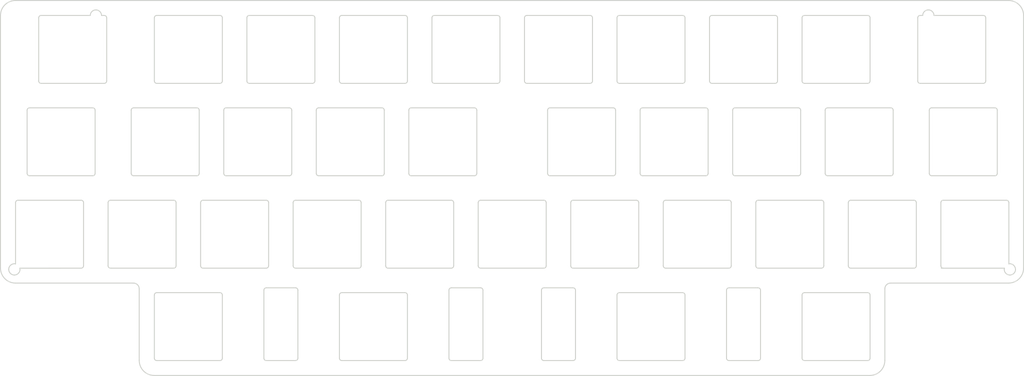
<source format=kicad_pcb>
(kicad_pcb (version 20221018) (generator pcbnew)

  (general
    (thickness 1.6)
  )

  (paper "A4")
  (layers
    (0 "F.Cu" signal)
    (31 "B.Cu" signal)
    (32 "B.Adhes" user "B.Adhesive")
    (33 "F.Adhes" user "F.Adhesive")
    (34 "B.Paste" user)
    (35 "F.Paste" user)
    (36 "B.SilkS" user "B.Silkscreen")
    (37 "F.SilkS" user "F.Silkscreen")
    (38 "B.Mask" user)
    (39 "F.Mask" user)
    (40 "Dwgs.User" user "User.Drawings")
    (41 "Cmts.User" user "User.Comments")
    (42 "Eco1.User" user "User.Eco1")
    (43 "Eco2.User" user "User.Eco2")
    (44 "Edge.Cuts" user)
    (45 "Margin" user)
    (46 "B.CrtYd" user "B.Courtyard")
    (47 "F.CrtYd" user "F.Courtyard")
    (48 "B.Fab" user)
    (49 "F.Fab" user)
    (50 "User.1" user)
    (51 "User.2" user)
    (52 "User.3" user)
    (53 "User.4" user)
    (54 "User.5" user)
    (55 "User.6" user)
    (56 "User.7" user)
    (57 "User.8" user)
    (58 "User.9" user)
  )

  (setup
    (pad_to_mask_clearance 0)
    (grid_origin 48.886019 87.299118)
    (pcbplotparams
      (layerselection 0x00010fc_ffffffff)
      (plot_on_all_layers_selection 0x0000000_00000000)
      (disableapertmacros false)
      (usegerberextensions false)
      (usegerberattributes true)
      (usegerberadvancedattributes true)
      (creategerberjobfile true)
      (dashed_line_dash_ratio 12.000000)
      (dashed_line_gap_ratio 3.000000)
      (svgprecision 4)
      (plotframeref false)
      (viasonmask false)
      (mode 1)
      (useauxorigin false)
      (hpglpennumber 1)
      (hpglpenspeed 20)
      (hpglpendiameter 15.000000)
      (dxfpolygonmode true)
      (dxfimperialunits true)
      (dxfusepcbnewfont true)
      (psnegative false)
      (psa4output false)
      (plotreference true)
      (plotvalue true)
      (plotinvisibletext false)
      (sketchpadsonfab false)
      (subtractmaskfromsilk false)
      (outputformat 1)
      (mirror false)
      (drillshape 0)
      (scaleselection 1)
      (outputdirectory "D:/Box2/Dropbox/GitHub/vault35-katana/plates/")
    )
  )

  (net 0 "")

  (gr_arc (start 107.011018 119.349118) (mid 106.864571 119.702671) (end 106.511018 119.849118)
    (stroke (width 0.2) (type solid)) (layer "Cmts.User") (tstamp 026e419d-fc94-46a7-8604-872e1370470d))
  (gr_arc (start 157.636018 86.799118) (mid 157.989571 86.945565) (end 158.136017 87.299118)
    (stroke (width 0.2) (type solid)) (layer "Cmts.User") (tstamp 04343c78-a8e8-47d4-a2f5-b797a82647d7))
  (gr_arc (start 239.386017 87.299118) (mid 239.532464 86.945564) (end 239.886018 86.799118)
    (stroke (width 0.2) (type solid)) (layer "Cmts.User") (tstamp 0451ac62-921f-4ee3-aedb-0fb84542b38e))
  (gr_arc (start 173.211018 119.849118) (mid 172.857465 119.702671) (end 172.711018 119.349118)
    (stroke (width 0.2) (type solid)) (layer "Cmts.User") (tstamp 04784e9c-efce-4bb4-818d-f365802168e8))
  (gr_arc (start 191.761018 49.199118) (mid 191.907465 48.845565) (end 192.261018 48.699118)
    (stroke (width 0.2) (type solid)) (layer "Cmts.User") (tstamp 06e722ea-a859-4d4f-bd48-76bcb4e993d1))
  (gr_arc (start 86.986018 87.299118) (mid 87.132465 86.945565) (end 87.486018 86.799118)
    (stroke (width 0.2) (type solid)) (layer "Cmts.User") (tstamp 07423bd6-978c-4125-80e8-98419a1d1c00))
  (gr_line (start 164.161018 119.349118) (end 164.161018 105.349118)
    (stroke (width 0.2) (type solid)) (layer "Cmts.User") (tstamp 074b9be6-1483-4e51-8be0-20437cffa7da))
  (gr_arc (start 100.011018 105.349118) (mid 100.157465 104.995565) (end 100.511018 104.849118)
    (stroke (width 0.2) (type solid)) (layer "Cmts.User") (tstamp 0777fca0-c490-41e4-bdab-79aaebd288f0))
  (gr_line (start 163.686019 100.799118) (end 176.686018 100.799118)
    (stroke (width 0.2) (type solid)) (layer "Cmts.User") (tstamp 078aabb9-157d-45d2-ac60-9cdee8de0f7c))
  (gr_arc (start 210.811018 49.199118) (mid 210.957465 48.845565) (end 211.311018 48.699118)
    (stroke (width 0.2) (type solid)) (layer "Cmts.User") (tstamp 07e7acff-6e85-4fcc-9825-7840cec23cda))
  (gr_line (start 224.811018 62.199118) (end 224.811018 49.199118)
    (stroke (width 0.2) (type solid)) (layer "Cmts.User") (tstamp 07ff77a0-f214-4a3e-af56-b75ef08604f4))
  (gr_arc (start 172.711018 106.349118) (mid 172.857465 105.995565) (end 173.211018 105.849118)
    (stroke (width 0.2) (type solid)) (layer "Cmts.User") (tstamp 0855f0b8-b570-4d07-853b-a723046def4a))
  (gr_line (start 224.811018 119.349117) (end 224.811018 106.349118)
    (stroke (width 0.2) (type solid)) (layer "Cmts.User") (tstamp 092b6fc6-1462-4869-8649-3dba00c19524))
  (gr_line (start 91.748518 68.249118) (end 91.748518 81.249118)
    (stroke (width 0.2) (type solid)) (layer "Cmts.User") (tstamp 095b8ece-de56-468e-8ea9-fef6a5eccd97))
  (gr_line (start 100.986018 100.299118) (end 100.986018 87.299118)
    (stroke (width 0.2) (type solid)) (layer "Cmts.User") (tstamp 0accc80d-79b7-4e3e-9a8b-eff5347be0d1))
  (gr_line (start 138.586018 86.799118) (end 125.586018 86.799118)
    (stroke (width 0.2) (type solid)) (layer "Cmts.User") (tstamp 0dac1757-61ed-4356-b85c-c10915e25710))
  (gr_line (start 211.311018 119.849118) (end 224.311018 119.849118)
    (stroke (width 0.2) (type solid)) (layer "Cmts.User") (tstamp 0eed7c02-706c-4313-9d6a-ea903a6390fa))
  (gr_line (start 54.148518 62.699118) (end 67.148518 62.699118)
    (stroke (width 0.2) (type solid)) (layer "Cmts.User") (tstamp 1218275e-3a83-4974-8b81-1f7656522d72))
  (gr_arc (start 144.611018 104.849118) (mid 144.964571 104.995565) (end 145.111018 105.349118)
    (stroke (width 0.2) (type solid)) (layer "Cmts.User") (tstamp 125b255e-d58a-49b1-a862-775364c21e52))
  (gr_line (start 129.061018 48.699118) (end 116.061018 48.699118)
    (stroke (width 0.2) (type solid)) (layer "Cmts.User") (tstamp 1408c7ed-73c8-4416-8050-e0cd826157e0))
  (gr_arc (start 237.504768 81.749118) (mid 237.151247 81.602654) (end 237.004767 81.249118)
    (stroke (width 0.2) (type solid)) (layer "Cmts.User") (tstamp 1411185b-3ed4-4db4-a0cd-6f3496855533))
  (gr_arc (start 210.523518 81.249118) (mid 210.377071 81.602671) (end 210.023518 81.749118)
    (stroke (width 0.2) (type solid)) (layer "Cmts.User") (tstamp 1419d417-d838-438d-be51-136aa66dbf5e))
  (gr_line (start 125.086018 87.299118) (end 125.086018 100.299118)
    (stroke (width 0.2) (type solid)) (layer "Cmts.User") (tstamp 168c818c-055e-4606-96a7-5b7f18c64c56))
  (gr_line (start 201.786018 100.799118) (end 214.786018 100.799118)
    (stroke (width 0.2) (type solid)) (layer "Cmts.User") (tstamp 175c2ba1-045b-42ce-931a-897c37cbb53b))
  (gr_arc (start 65.267269 81.249118) (mid 65.120825 81.60269) (end 64.767268 81.749118)
    (stroke (width 0.2) (type solid)) (layer "Cmts.User") (tstamp 1782f2a9-00aa-4b1b-b27f-17af18035e85))
  (gr_arc (start 153.661018 49.199118) (mid 153.807465 48.845565) (end 154.161018 48.699118)
    (stroke (width 0.2) (type solid)) (layer "Cmts.User") (tstamp 19311608-67d5-466d-89c9-ad1ca3b3bf47))
  (gr_arc (start 214.786018 86.799118) (mid 215.139572 86.945564) (end 215.286018 87.299118)
    (stroke (width 0.2) (type solid)) (layer "Cmts.User") (tstamp 1ab82c9e-aa9a-440a-a1c7-16a0b042aca9))
  (gr_arc (start 196.523518 68.249118) (mid 196.669964 67.895564) (end 197.023518 67.749118)
    (stroke (width 0.2) (type solid)) (layer "Cmts.User") (tstamp 1ac344af-d442-4b5c-8105-ddfef932d15f))
  (gr_line (start 186.211018 48.699118) (end 173.211018 48.699118)
    (stroke (width 0.2) (type solid)) (layer "Cmts.User") (tstamp 1ac96e27-4195-40db-9b63-48eba9fc90ec))
  (gr_arc (start 224.811018 119.349117) (mid 224.664572 119.702671) (end 224.311018 119.849118)
    (stroke (width 0.2) (type solid)) (layer "Cmts.User") (tstamp 1b356bd4-0b53-44a9-bf0c-7b8b36a87e29))
  (gr_line (start 77.961018 119.849118) (end 90.961018 119.849118)
    (stroke (width 0.2) (type solid)) (layer "Cmts.User") (tstamp 1c3f2750-d0ac-4459-aa8f-c8175641a553))
  (gr_arc (start 197.023518 81.749118) (mid 196.669964 81.602672) (end 196.523518 81.249118)
    (stroke (width 0.2) (type solid)) (layer "Cmts.User") (tstamp 1d0547ab-7467-461a-8060-72e201871336))
  (gr_line (start 182.236018 87.299118) (end 182.236018 100.299118)
    (stroke (width 0.2) (type solid)) (layer "Cmts.User") (tstamp 200551d4-56b4-4212-929d-0f978785a17d))
  (gr_line (start 195.736018 86.799118) (end 182.736018 86.799118)
    (stroke (width 0.2) (type solid)) (layer "Cmts.User") (tstamp 201b45c4-0c0f-4f9f-978e-c24a97e5bf9d))
  (gr_arc (start 176.686018 86.799118) (mid 177.039571 86.945565) (end 177.186018 87.299118)
    (stroke (width 0.2) (type solid)) (layer "Cmts.User") (tstamp 20e438cb-2fe0-43fa-96d0-9c5809da858e))
  (gr_arc (start 62.386018 86.799118) (mid 62.739571 86.945565) (end 62.886019 87.299118)
    (stroke (width 0.2) (type solid)) (layer "Cmts.User") (tstamp 21276dbc-fb59-4474-9587-18beb8db4ee0))
  (gr_arc (start 163.186018 87.299118) (mid 163.332465 86.945565) (end 163.686018 86.799118)
    (stroke (width 0.2) (type solid)) (layer "Cmts.User") (tstamp 2159233b-32b0-4288-8a47-7d10e65346c9))
  (gr_line (start 205.261018 48.699118) (end 192.261018 48.699118)
    (stroke (width 0.2) (type solid)) (layer "Cmts.User") (tstamp 21f6da11-8863-44ec-a5fc-44dd4699aa6e))
  (gr_arc (start 49.386018 100.799119) (mid 49.032464 100.652672) (end 48.886018 100.299118)
    (stroke (width 0.2) (type solid)) (layer "Cmts.User") (tstamp 2458ebcc-ed5d-4a98-af98-7bd9671e7291))
  (gr_arc (start 68.436018 100.799118) (mid 68.082465 100.652671) (end 67.936018 100.299118)
    (stroke (width 0.2) (type solid)) (layer "Cmts.User") (tstamp 26590909-171a-4d77-b31d-60e20a758ed6))
  (gr_line (start 205.761018 62.199118) (end 205.761018 49.199118)
    (stroke (width 0.2) (type solid)) (layer "Cmts.User") (tstamp 2776772f-e61a-4375-bbd4-c2260e2436cc))
  (gr_line (start 167.161018 48.699118) (end 154.161018 48.699118)
    (stroke (width 0.2) (type solid)) (layer "Cmts.User") (tstamp 278afcc4-23fc-4086-aef8-3d4aeb1807ac))
  (gr_arc (start 216.073518 81.749118) (mid 215.719965 81.602671) (end 215.573518 81.249118)
    (stroke (width 0.2) (type solid)) (layer "Cmts.User") (tstamp 28504f3f-37c8-44b4-b7f0-0b53e483a00f))
  (gr_arc (start 154.161018 62.699118) (mid 153.807464 62.552671) (end 153.661018 62.199117)
    (stroke (width 0.2) (type solid)) (layer "Cmts.User") (tstamp 2863976e-f110-420f-b905-99ab1be8c6ac))
  (gr_arc (start 92.248518 81.749118) (mid 91.894964 81.602672) (end 91.748518 81.249118)
    (stroke (width 0.2) (type solid)) (layer "Cmts.User") (tstamp 28f39108-fba6-4d22-a0c1-f4a6a18a2d92))
  (gr_arc (start 190.973518 67.749118) (mid 191.327071 67.895565) (end 191.473518 68.249118)
    (stroke (width 0.2) (type solid)) (layer "Cmts.User") (tstamp 29886bb5-7ae2-4dfc-a5f7-f5556bff6735))
  (gr_arc (start 67.148518 48.699118) (mid 67.502071 48.845565) (end 67.648518 49.199118)
    (stroke (width 0.2) (type solid)) (layer "Cmts.User") (tstamp 2992946a-820d-40f9-8d8c-349e51171beb))
  (gr_arc (start 106.511018 104.849118) (mid 106.864571 104.995565) (end 107.011018 105.349118)
    (stroke (width 0.2) (type solid)) (layer "Cmts.User") (tstamp 2b98ffe2-0592-41fa-b643-0b5327950ffb))
  (gr_line (start 64.767268 67.749118) (end 51.767268 67.749117)
    (stroke (width 0.2) (type solid)) (layer "Cmts.User") (tstamp 2c170560-07c8-49ea-8a4e-ce9265a1a8a7))
  (gr_arc (start 210.811018 106.349118) (mid 210.957465 105.995565) (end 211.311018 105.849117)
    (stroke (width 0.2) (type solid)) (layer "Cmts.User") (tstamp 2cb428a2-6200-459a-9f82-79189617ba73))
  (gr_line (start 248.623518 62.199117) (end 248.623518 49.199118)
    (stroke (width 0.2) (type solid)) (layer "Cmts.User") (tstamp 2ccf22fb-f06f-4b52-b9c1-46cd5e0ed350))
  (gr_line (start 239.386017 87.299118) (end 239.386018 100.299118)
    (stroke (width 0.2) (type solid)) (layer "Cmts.User") (tstamp 2dab983e-2551-45b0-8d58-caf010345bb3))
  (gr_line (start 67.936018 87.299118) (end 67.936018 100.299118)
    (stroke (width 0.2) (type solid)) (layer "Cmts.User") (tstamp 2f385453-d5c3-4efa-aee1-fe79e6800d18))
  (gr_arc (start 48.886019 87.299118) (mid 49.032465 86.945565) (end 49.386018 86.799118)
    (stroke (width 0.2) (type solid)) (layer "Cmts.User") (tstamp 3134da3f-5a0b-4b18-87e9-e7c409a1d0bc))
  (gr_line (start 250.504768 67.749117) (end 237.504768 67.749118)
    (stroke (width 0.2) (type solid)) (layer "Cmts.User") (tstamp 342e6937-e809-4854-bd95-36a3d5c0e970))
  (gr_line (start 100.011018 105.349118) (end 100.011018 119.349118)
    (stroke (width 0.2) (type solid)) (layer "Cmts.User") (tstamp 34ae17c4-6d75-4c78-9441-6d456b343f72))
  (gr_line (start 192.261018 62.699118) (end 205.261018 62.699118)
    (stroke (width 0.2) (type solid)) (layer "Cmts.User") (tstamp 34d5135b-c0f3-49f0-8d50-91172db6be23))
  (gr_line (start 124.798518 81.249118) (end 124.798518 68.249118)
    (stroke (width 0.2) (type solid)) (layer "Cmts.User") (tstamp 35743cf1-5da9-4ffa-84a3-8b2ba973df40))
  (gr_arc (start 144.636017 100.799118) (mid 144.282464 100.652671) (end 144.136018 100.299118)
    (stroke (width 0.2) (type solid)) (layer "Cmts.User") (tstamp 3652aa6b-2d71-4148-9fe3-9d81f25e1762))
  (gr_line (start 144.636017 100.799118) (end 157.636019 100.799118)
    (stroke (width 0.2) (type solid)) (layer "Cmts.User") (tstamp 36c3e366-5730-4453-afa0-1ebda4277730))
  (gr_line (start 49.386018 100.799119) (end 62.386018 100.799118)
    (stroke (width 0.2) (type solid)) (layer "Cmts.User") (tstamp 372c935c-67a6-4500-b5ad-9059606de4cb))
  (gr_arc (start 172.711018 49.199118) (mid 172.857465 48.845565) (end 173.211018 48.699118)
    (stroke (width 0.2) (type solid)) (layer "Cmts.User") (tstamp 39fad4d0-1c39-4a2b-8bca-e8980bf8c321))
  (gr_arc (start 73.198518 81.749118) (mid 72.844965 81.602671) (end 72.698518 81.249118)
    (stroke (width 0.2) (type solid)) (layer "Cmts.User") (tstamp 3a9ae4ad-0486-4820-b40f-7298e0e448b1))
  (gr_line (start 116.061018 119.849118) (end 129.061018 119.849118)
    (stroke (width 0.2) (type solid)) (layer "Cmts.User") (tstamp 3ca0e4d3-bd28-4fb5-af8d-058832effa85))
  (gr_line (start 86.986018 87.299118) (end 86.986018 100.299118)
    (stroke (width 0.2) (type solid)) (layer "Cmts.User") (tstamp 3cd11752-2135-455b-a782-bc08b7cd46c3))
  (gr_arc (start 64.767268 67.749118) (mid 65.120789 67.895582) (end 65.267268 68.249117)
    (stroke (width 0.2) (type solid)) (layer "Cmts.User") (tstamp 3e9ba443-e8ae-4f71-beb1-5cab3d44fdf4))
  (gr_line (start 119.536018 86.799118) (end 106.536018 86.799118)
    (stroke (width 0.2) (type solid)) (layer "Cmts.User") (tstamp 3f0a8910-3942-4994-80a5-e8495cd93028))
  (gr_line (start 135.111018 62.699118) (end 148.111018 62.699118)
    (stroke (width 0.2) (type solid)) (layer "Cmts.User") (tstamp 401e8ce7-132c-4de3-9686-1339cc230651))
  (gr_line (start 77.961018 62.699118) (end 90.961018 62.699118)
    (stroke (width 0.2) (type solid)) (layer "Cmts.User") (tstamp 411ef9a3-c626-47c2-ad9b-b023e8f1c3e1))
  (gr_arc (start 67.936018 87.299118) (mid 68.082465 86.945565) (end 68.436018 86.799118)
    (stroke (width 0.2) (type solid)) (layer "Cmts.User") (tstamp 419733e4-9a0f-4f08-bd2e-f3db700da8a9))
  (gr_arc (start 120.036018 100.299118) (mid 119.889571 100.652671) (end 119.536018 100.799118)
    (stroke (width 0.2) (type solid)) (layer "Cmts.User") (tstamp 41e7cd50-cced-4d82-83ef-28f2dddbb44c))
  (gr_line (start 220.336018 87.299118) (end 220.336018 100.299118)
    (stroke (width 0.2) (type solid)) (layer "Cmts.User") (tstamp 42cb4283-c2cf-41ab-af32-3c3e6355cd96))
  (gr_arc (start 106.036018 87.299118) (mid 106.182465 86.945564) (end 106.536018 86.799118)
    (stroke (width 0.2) (type solid)) (layer "Cmts.User") (tstamp 447231ef-3c9e-4fa8-9f23-7734bd6bd790))
  (gr_arc (start 110.511018 62.199118) (mid 110.364571 62.552671) (end 110.011018 62.699118)
    (stroke (width 0.2) (type solid)) (layer "Cmts.User") (tstamp 45822e2d-c8b3-4a08-a5bd-0053eba632ab))
  (gr_line (start 210.811018 49.199118) (end 210.811018 62.199118)
    (stroke (width 0.2) (type solid)) (layer "Cmts.User") (tstamp 478a28dd-45cf-46bb-b344-a23aac6a5283))
  (gr_arc (start 144.136019 87.299118) (mid 144.282465 86.945565) (end 144.636018 86.799118)
    (stroke (width 0.2) (type solid)) (layer "Cmts.User") (tstamp 481335dc-37dc-429d-b66a-ee9276917e65))
  (gr_arc (start 110.011018 48.699118) (mid 110.364571 48.845565) (end 110.511018 49.199118)
    (stroke (width 0.2) (type solid)) (layer "Cmts.User") (tstamp 4894b30e-09c9-4485-876d-04f4d39ef993))
  (gr_line (start 173.211018 62.699118) (end 186.211018 62.699118)
    (stroke (width 0.2) (type solid)) (layer "Cmts.User") (tstamp 48acc45e-a3f8-40af-bfb9-c5f3412b3adc))
  (gr_arc (start 87.486018 100.799118) (mid 87.132465 100.652671) (end 86.986018 100.299118)
    (stroke (width 0.2) (type solid)) (layer "Cmts.User") (tstamp 48aed574-75a8-4dcb-9ba5-9ce5633666f5))
  (gr_arc (start 196.236018 100.299118) (mid 196.089571 100.652671) (end 195.736018 100.799118)
    (stroke (width 0.2) (type solid)) (layer "Cmts.User") (tstamp 49b7c4d3-7080-4e5b-8ea7-29c12be0378a))
  (gr_arc (start 235.123518 62.699118) (mid 234.769964 62.552671) (end 234.623518 62.199117)
    (stroke (width 0.2) (type solid)) (layer "Cmts.User") (tstamp 49fcfde1-901b-4403-9f35-72d36cffec42))
  (gr_arc (start 157.161018 105.349118) (mid 157.307465 104.995565) (end 157.661018 104.849118)
    (stroke (width 0.2) (type solid)) (layer "Cmts.User") (tstamp 4a59e18e-885b-4bbf-b5e6-82c9a3830a35))
  (gr_arc (start 91.748518 68.249118) (mid 91.894964 67.895564) (end 92.248518 67.749118)
    (stroke (width 0.2) (type solid)) (layer "Cmts.User") (tstamp 4c117d3e-a61e-4b10-8b0a-316f37410e01))
  (gr_arc (start 77.961018 62.699118) (mid 77.607465 62.552671) (end 77.461018 62.199118)
    (stroke (width 0.2) (type solid)) (layer "Cmts.User") (tstamp 4c810e1f-4718-49c6-91b5-d7ca9b327082))
  (gr_line (start 153.661018 49.199118) (end 153.661018 62.199117)
    (stroke (width 0.2) (type solid)) (layer "Cmts.User") (tstamp 4cbab519-00b8-4d3c-bb93-aee85d0e6082))
  (gr_line (start 97.011018 62.699118) (end 110.011018 62.699118)
    (stroke (width 0.2) (type solid)) (layer "Cmts.User") (tstamp 4d16fb76-7517-478f-9467-e3968f584dad))
  (gr_arc (start 177.973518 81.749118) (mid 177.619965 81.602671) (end 177.473518 81.249118)
    (stroke (width 0.2) (type solid)) (layer "Cmts.User") (tstamp 4d56fc9f-4417-4a9c-a5b7-099d3d07fcf6))
  (gr_arc (start 233.836018 86.799118) (mid 234.189571 86.945565) (end 234.336018 87.299118)
    (stroke (width 0.2) (type solid)) (layer "Cmts.User") (tstamp 4f104b54-c56d-4312-8c3b-03699075e1b8))
  (gr_arc (start 195.736018 86.799118) (mid 196.089571 86.945565) (end 196.236018 87.299118)
    (stroke (width 0.2) (type solid)) (layer "Cmts.User") (tstamp 4f6953ef-b870-4e72-839d-f23918587f79))
  (gr_arc (start 224.311018 48.699118) (mid 224.664571 48.845565) (end 224.811018 49.199118)
    (stroke (width 0.2) (type solid)) (layer "Cmts.User") (tstamp 51470ab8-0203-4413-a226-8d658c6c5ea9))
  (gr_line (start 100.486018 86.799118) (end 87.486018 86.799118)
    (stroke (width 0.2) (type solid)) (layer "Cmts.User") (tstamp 51edbb0d-5bc7-44ea-b0fd-4ea033622d6d))
  (gr_line (start 143.848518 81.249118) (end 143.848518 68.249117)
    (stroke (width 0.2) (type solid)) (layer "Cmts.User") (tstamp 526b8b8c-2132-4add-95ea-5f99a8847e83))
  (gr_line (start 130.348518 81.749118) (end 143.348518 81.749117)
    (stroke (width 0.2) (type solid)) (layer "Cmts.User") (tstamp 526f1556-ab9c-4a18-93f6-9cf99dad9e1e))
  (gr_arc (start 130.348518 81.749118) (mid 129.994965 81.602671) (end 129.848517 81.249118)
    (stroke (width 0.2) (type solid)) (layer "Cmts.User") (tstamp 533c6b73-4157-455f-ac9e-12000ddc823a))
  (gr_arc (start 119.536018 86.799118) (mid 119.889571 86.945565) (end 120.036018 87.299118)
    (stroke (width 0.2) (type solid)) (layer "Cmts.User") (tstamp 53981be5-ba83-4cab-89d1-93f5b5e711bf))
  (gr_arc (start 192.261018 62.699118) (mid 191.907464 62.552671) (end 191.761018 62.199118)
    (stroke (width 0.2) (type solid)) (layer "Cmts.User") (tstamp 53b71a39-5c01-4ac9-a974-7ec3a9ec3a6c))
  (gr_line (start 163.661017 104.849118) (end 157.661018 104.849118)
    (stroke (width 0.2) (type solid)) (layer "Cmts.User") (tstamp 5409b040-f0f0-487d-bf02-4288489c798c))
  (gr_arc (start 191.473518 81.249118) (mid 191.327071 81.602672) (end 190.973518 81.749118)
    (stroke (width 0.2) (type solid)) (layer "Cmts.User") (tstamp 544e4404-e68b-437b-bf87-19fc5df68564))
  (gr_line (start 90.961018 48.699118) (end 77.961018 48.699118)
    (stroke (width 0.2) (type solid)) (layer "Cmts.User") (tstamp 54b81dec-0e3a-436b-a9db-7aec5e3a8e7c))
  (gr_arc (start 116.061018 119.849118) (mid 115.707465 119.702671) (end 115.561018 119.349118)
    (stroke (width 0.2) (type solid)) (layer "Cmts.User") (tstamp 5746ce2f-e2aa-4ed5-996b-f37adaa16fa3))
  (gr_arc (start 100.511018 119.849118) (mid 100.157465 119.702671) (end 100.011018 119.349118)
    (stroke (width 0.2) (type solid)) (layer "Cmts.User") (tstamp 57ca8e8e-5852-448f-808a-759c5911b364))
  (gr_line (start 144.136019 87.299118) (end 144.136018 100.299118)
    (stroke (width 0.2) (type solid)) (layer "Cmts.User") (tstamp 583d198c-7971-42b8-a6f3-9efa04c99d00))
  (gr_line (start 73.198518 81.749118) (end 86.198518 81.749118)
    (stroke (width 0.2) (type solid)) (layer "Cmts.User") (tstamp 586c6880-8f49-4cd1-9816-5d686f2cb51a))
  (gr_line (start 72.698518 68.249118) (end 72.698518 81.249118)
    (stroke (width 0.2) (type solid)) (layer "Cmts.User") (tstamp 58ac4baf-4ffa-4db3-875d-fb14e95a71eb))
  (gr_arc (start 116.061018 62.699118) (mid 115.707464 62.552671) (end 115.561018 62.199118)
    (stroke (width 0.2) (type solid)) (layer "Cmts.User") (tstamp 596ddd0d-ffb6-4d01-bf5f-5eb817b7a0f2))
  (gr_arc (start 143.348518 67.749117) (mid 143.702072 67.895564) (end 143.848518 68.249117)
    (stroke (width 0.2) (type solid)) (layer "Cmts.User") (tstamp 5a30b3f4-89cc-493b-8585-77c1cb073008))
  (gr_arc (start 100.486018 86.799118) (mid 100.839572 86.945564) (end 100.986018 87.299118)
    (stroke (width 0.2) (type solid)) (layer "Cmts.User") (tstamp 5a80fe2b-9f27-4ee2-ba83-a4ce79d4af09))
  (gr_arc (start 72.698518 68.249118) (mid 72.844965 67.895565) (end 73.198518 67.749118)
    (stroke (width 0.2) (type solid)) (layer "Cmts.User") (tstamp 5c7c52b5-09af-44b8-a285-6d4859759789))
  (gr_line (start 215.286018 100.299118) (end 215.286018 87.299118)
    (stroke (width 0.2) (type solid)) (layer "Cmts.User") (tstamp 5fd73c69-4896-409f-80db-d4d4b97d2b17))
  (gr_arc (start 148.611018 62.199117) (mid 148.464572 62.552671) (end 148.111018 62.699118)
    (stroke (width 0.2) (type solid)) (layer "Cmts.User") (tstamp 5fdf4c64-b878-44fa-8a67-bda791e5fbfe))
  (gr_arc (start 145.111018 119.349118) (mid 144.964571 119.702671) (end 144.611018 119.849118)
    (stroke (width 0.2) (type solid)) (layer "Cmts.User") (tstamp 5ff12514-a22c-48f8-9ae7-94bc4c3ea1b3))
  (gr_arc (start 215.573518 68.249118) (mid 215.719964 67.895564) (end 216.073518 67.749118)
    (stroke (width 0.2) (type solid)) (layer "Cmts.User") (tstamp 609bbd31-940c-4d5d-8db5-770249cbb67b))
  (gr_line (start 195.761018 119.849118) (end 201.761018 119.849118)
    (stroke (width 0.2) (type solid)) (layer "Cmts.User") (tstamp 60c8268c-82f8-4e26-8997-22a2880ec7b0))
  (gr_line (start 177.186018 100.299118) (end 177.186018 87.299118)
    (stroke (width 0.2) (type solid)) (layer "Cmts.User") (tstamp 60d2c92d-2f65-4825-a04b-227d6c655d5a))
  (gr_line (start 210.523518 81.249118) (end 210.523518 68.249118)
    (stroke (width 0.2) (type solid)) (layer "Cmts.User") (tstamp 61478a8b-b738-4e91-b16d-0522af5e259a))
  (gr_line (start 163.186018 87.299118) (end 163.186018 100.299118)
    (stroke (width 0.2) (type solid)) (layer "Cmts.User") (tstamp 614e5364-7000-47c2-8fe6-104c2de135e9))
  (gr_arc (start 163.686019 100.799118) (mid 163.332465 100.652672) (end 163.186018 100.299118)
    (stroke (width 0.2) (type solid)) (layer "Cmts.User") (tstamp 634b9a57-3142-49a0-8589-c31ad398a0e9))
  (gr_arc (start 186.711018 62.199118) (mid 186.564571 62.552671) (end 186.211018 62.699118)
    (stroke (width 0.2) (type solid)) (layer "Cmts.User") (tstamp 63d6a705-62b6-4845-b5f2-815b81ca092a))
  (gr_line (start 239.886018 100.799118) (end 252.886018 100.799119)
    (stroke (width 0.2) (type solid)) (layer "Cmts.User") (tstamp 65f53d2b-2542-4cc2-b0ca-a261e228a104))
  (gr_line (start 167.661018 62.199117) (end 167.661018 49.199118)
    (stroke (width 0.2) (type solid)) (layer "Cmts.User") (tstamp 66818758-2e27-494f-977a-a4db5100c676))
  (gr_line (start 134.611018 49.199118) (end 134.611018 62.199117)
    (stroke (width 0.2) (type solid)) (layer "Cmts.User") (tstamp 673b8d3d-d415-4c8b-8e16-102de456f5b7))
  (gr_arc (start 100.986018 100.299118) (mid 100.839571 100.652671) (end 100.486018 100.799118)
    (stroke (width 0.2) (type solid)) (layer "Cmts.User") (tstamp 683e2a44-2c24-4e70-9bce-3f4ed192a099))
  (gr_line (start 248.123518 48.699118) (end 235.123518 48.699118)
    (stroke (width 0.2) (type solid)) (layer "Cmts.User") (tstamp 686e771b-e01c-4e6b-8314-16f40aa07743))
  (gr_line (start 116.061018 62.699118) (end 129.061018 62.699118)
    (stroke (width 0.2) (type solid)) (layer "Cmts.User") (tstamp 690d3e6a-da0f-4f33-b0b3-df496006327d))
  (gr_line (start 100.511018 119.849118) (end 106.511018 119.849118)
    (stroke (width 0.2) (type solid)) (layer "Cmts.User") (tstamp 6918e81e-921c-4097-a9c0-8b97db4c22e0))
  (gr_line (start 186.711018 62.199118) (end 186.711018 49.199118)
    (stroke (width 0.2) (type solid)) (layer "Cmts.User") (tstamp 69694b89-8513-4cad-90ad-22e62451b0d3))
  (gr_line (start 190.973518 67.749118) (end 177.973518 67.749118)
    (stroke (width 0.2) (type solid)) (layer "Cmts.User") (tstamp 69fcbb46-fc77-4112-8173-9dbfa22766a4))
  (gr_line (start 106.036018 87.299118) (end 106.036018 100.299118)
    (stroke (width 0.2) (type solid)) (layer "Cmts.User") (tstamp 6a21353c-50b9-41b0-97b0-c5542c9e38e4))
  (gr_arc (start 51.767268 81.749117) (mid 51.413715 81.602671) (end 51.267269 81.249118)
    (stroke (width 0.2) (type solid)) (layer "Cmts.User") (tstamp 6d07f32d-c9fe-44df-9036-0689c23a42e2))
  (gr_arc (start 77.461018 106.349118) (mid 77.607465 105.995565) (end 77.961018 105.849118)
    (stroke (width 0.2) (type solid)) (layer "Cmts.User") (tstamp 6d8fd598-f5a7-4e0b-bb94-c883e60ca58f))
  (gr_arc (start 253.386018 100.299118) (mid 253.239571 100.652671) (end 252.886018 100.799119)
    (stroke (width 0.2) (type solid)) (layer "Cmts.User") (tstamp 6dca37da-a0b7-4872-ad08-8e27192dcfc1))
  (gr_line (start 106.536018 100.799118) (end 119.536018 100.799118)
    (stroke (width 0.2) (type solid)) (layer "Cmts.User") (tstamp 70a2017d-245f-4603-b731-73281835fdb4))
  (gr_line (start 224.311018 48.699118) (end 211.311018 48.699118)
    (stroke (width 0.2) (type solid)) (layer "Cmts.User") (tstamp 70ae6443-aeb0-4661-bfd0-f8cf7c38408d))
  (gr_arc (start 163.661017 104.849118) (mid 164.014571 104.995564) (end 164.161018 105.349118)
    (stroke (width 0.2) (type solid)) (layer "Cmts.User") (tstamp 71511be0-4bd9-4375-a1bf-da0975f98103))
  (gr_line (start 172.423519 81.249118) (end 172.423518 68.249117)
    (stroke (width 0.2) (type solid)) (layer "Cmts.User") (tstamp 71ae5acd-8e97-4d97-87ce-4e0142d25cd2))
  (gr_arc (start 158.136018 100.299118) (mid 157.989572 100.652671) (end 157.636019 100.799118)
    (stroke (width 0.2) (type solid)) (layer "Cmts.User") (tstamp 71e67a85-08cc-4000-83b0-cc1381510693))
  (gr_arc (start 124.298518 67.749118) (mid 124.652071 67.895565) (end 124.798518 68.249118)
    (stroke (width 0.2) (type solid)) (layer "Cmts.User") (tstamp 733c8c01-7d15-4014-a6e5-9e8f42bae8cc))
  (gr_line (start 105.748518 81.249118) (end 105.748518 68.249118)
    (stroke (width 0.2) (type solid)) (layer "Cmts.User") (tstamp 7348f834-e351-4fe9-80c1-c17711387373))
  (gr_line (start 68.436018 100.799118) (end 81.436018 100.799118)
    (stroke (width 0.2) (type solid)) (layer "Cmts.User") (tstamp 762cdb74-f3f9-448a-9de2-09d9e49df6dd))
  (gr_line (start 191.473518 81.249118) (end 191.473518 68.249118)
    (stroke (width 0.2) (type solid)) (layer "Cmts.User") (tstamp 77c27d26-2beb-4e10-9d67-6783d1e9056c))
  (gr_arc (start 115.561018 49.199118) (mid 115.707465 48.845565) (end 116.061018 48.699118)
    (stroke (width 0.2) (type solid)) (layer "Cmts.User") (tstamp 7875bbea-547a-4b78-878e-dfb34e929f95))
  (gr_arc (start 205.761018 62.199118) (mid 205.614571 62.552671) (end 205.261018 62.699118)
    (stroke (width 0.2) (type solid)) (layer "Cmts.User") (tstamp 795ce5eb-bc28-422f-8269-afcfa8d1f8aa))
  (gr_line (start 253.386018 100.299118) (end 253.386017 87.299118)
    (stroke (width 0.2) (type solid)) (layer "Cmts.User") (tstamp 797170ab-3a65-4c4f-9704-41f5e10ee5a1))
  (gr_arc (start 91.461018 119.349118) (mid 91.314571 119.702671) (end 90.961018 119.849118)
    (stroke (width 0.2) (type solid)) (layer "Cmts.User") (tstamp 79909353-875d-4d2e-9eda-0abb77302c92))
  (gr_line (start 237.004768 68.249117) (end 237.004767 81.249118)
    (stroke (width 0.2) (type solid)) (layer "Cmts.User") (tstamp 7a86af56-afb8-4e70-8fa7-62efd555ecac))
  (gr_arc (start 129.061018 48.699118) (mid 129.414571 48.845565) (end 129.561018 49.199118)
    (stroke (width 0.2) (type solid)) (layer "Cmts.User") (tstamp 7ace2b96-2ef0-4707-84c0-ef790b248654))
  (gr_line (start 110.511018 62.199118) (end 110.511018 49.199118)
    (stroke (width 0.2) (type solid)) (layer "Cmts.User") (tstamp 7b93d75a-4b5b-4b11-8e56-241511719b6f))
  (gr_line (start 96.511018 49.199118) (end 96.511018 62.199118)
    (stroke (width 0.2) (type solid)) (layer "Cmts.User") (tstamp 7bb1c195-a136-42d5-a188-be0fb04fc1ea))
  (gr_line (start 229.573518 81.249118) (end 229.573518 68.249118)
    (stroke (width 0.2) (type solid)) (layer "Cmts.User") (tstamp 7cf219b0-05a3-4f15-bb3f-286bd812936d))
  (gr_arc (start 210.023518 67.749118) (mid 210.377071 67.895565) (end 210.523518 68.249118)
    (stroke (width 0.2) (type solid)) (layer "Cmts.User") (tstamp 7d89b2ed-ed04-41e1-9243-27957ac2f255))
  (gr_arc (start 125.586018 100.799118) (mid 125.232465 100.652671) (end 125.086018 100.299118)
    (stroke (width 0.2) (type solid)) (layer "Cmts.User") (tstamp 7ddcf8a8-9b10-43cd-a2da-eb79de24893e))
  (gr_line (start 201.761018 104.849118) (end 195.761018 104.849118)
    (stroke (width 0.2) (type solid)) (layer "Cmts.User") (tstamp 7e50dd19-d127-44e5-b417-de19116b6e04))
  (gr_arc (start 195.261018 105.349118) (mid 195.407465 104.995564) (end 195.761018 104.849118)
    (stroke (width 0.2) (type solid)) (layer "Cmts.User") (tstamp 7fce1166-96a1-43b6-bb3d-04f24a1056d3))
  (gr_line (start 51.767268 81.749117) (end 64.767268 81.749118)
    (stroke (width 0.2) (type solid)) (layer "Cmts.User") (tstamp 809f4d73-c9cf-42b6-9e3e-306e9f48df0a))
  (gr_line (start 107.011018 119.349118) (end 107.011018 105.349118)
    (stroke (width 0.2) (type solid)) (layer "Cmts.User") (tstamp 83140b0f-d245-489d-ae05-0b1ad364cab0))
  (gr_arc (start 97.011018 62.699118) (mid 96.657464 62.552671) (end 96.511018 62.199118)
    (stroke (width 0.2) (type solid)) (layer "Cmts.User") (tstamp 84a9d341-ba4e-4308-ae0f-eb42b2ac83ab))
  (gr_arc (start 252.886018 86.799118) (mid 253.239571 86.945565) (end 253.386017 87.299118)
    (stroke (width 0.2) (type solid)) (layer "Cmts.User") (tstamp 851d1a19-2486-4e45-8586-33fb560e8768))
  (gr_line (start 90.961018 105.849117) (end 77.961018 105.849118)
    (stroke (width 0.2) (type solid)) (layer "Cmts.User") (tstamp 851e03dc-3b70-4e37-bc1f-0c1bba2b2483))
  (gr_line (start 105.248518 67.749118) (end 92.248518 67.749118)
    (stroke (width 0.2) (type solid)) (layer "Cmts.User") (tstamp 85bcb014-2cd7-497a-852b-308739688915))
  (gr_line (start 224.311018 105.849118) (end 211.311018 105.849117)
    (stroke (width 0.2) (type solid)) (layer "Cmts.User") (tstamp 88e1aa4a-6120-4deb-aeb5-7db76af05406))
  (gr_line (start 129.061018 105.849118) (end 116.061018 105.849117)
    (stroke (width 0.2) (type solid)) (layer "Cmts.User") (tstamp 8b783fe4-3702-4908-a88e-e80983b7eab9))
  (gr_line (start 62.886018 100.299118) (end 62.886019 87.299118)
    (stroke (width 0.2) (type solid)) (layer "Cmts.User") (tstamp 8cb01470-b8cf-4b67-a4cf-17525322ae15))
  (gr_line (start 62.386018 86.799118) (end 49.386018 86.799118)
    (stroke (width 0.2) (type solid)) (layer "Cmts.User") (tstamp 8e9f7c74-98d9-41cd-b758-0b712148f267))
  (gr_arc (start 90.961018 48.699118) (mid 91.314571 48.845565) (end 91.461018 49.199118)
    (stroke (width 0.2) (type solid)) (layer "Cmts.User") (tstamp 8eeab2f6-ccd6-410f-82e1-c3b1a35fcf98))
  (gr_arc (start 67.648518 62.199117) (mid 67.502072 62.552671) (end 67.148518 62.699118)
    (stroke (width 0.2) (type solid)) (layer "Cmts.User") (tstamp 90711571-ebb5-4036-a456-cf9790696d5b))
  (gr_line (start 158.423518 68.249117) (end 158.423518 81.249118)
    (stroke (width 0.2) (type solid)) (layer "Cmts.User") (tstamp 93473f77-1104-40a8-8359-d6d374ef2322))
  (gr_line (start 201.286018 87.299118) (end 201.286018 100.299118)
    (stroke (width 0.2) (type solid)) (layer "Cmts.User") (tstamp 94782b98-a755-429a-b279-a70ac5111f82))
  (gr_line (start 157.661018 119.849118) (end 163.661018 119.849118)
    (stroke (width 0.2) (type solid)) (layer "Cmts.User") (tstamp 94856c01-c915-40ba-9e3b-1bcf85ae1df7))
  (gr_line (start 177.473518 68.249118) (end 177.473518 81.249118)
    (stroke (width 0.2) (type solid)) (layer "Cmts.User") (tstamp 94c79eee-5582-4d7c-a5c1-2c4aacb5c9af))
  (gr_arc (start 81.936018 100.299118) (mid 81.789571 100.652671) (end 81.436018 100.799118)
    (stroke (width 0.2) (type solid)) (layer "Cmts.User") (tstamp 963d3206-01cc-4a3c-ab6e-c718362f8d52))
  (gr_arc (start 157.661018 119.849118) (mid 157.307465 119.702671) (end 157.161018 119.349118)
    (stroke (width 0.2) (type solid)) (layer "Cmts.User") (tstamp 9690f127-d2ef-4003-b476-112e6e785855))
  (gr_line (start 235.123518 62.699118) (end 248.123518 62.699118)
    (stroke (width 0.2) (type solid)) (layer "Cmts.User") (tstamp 96949e5d-15af-43de-be2b-4605ad6bb8ea))
  (gr_arc (start 211.311018 119.849118) (mid 210.957465 119.702671) (end 210.811018 119.349118)
    (stroke (width 0.2) (type solid)) (layer "Cmts.User") (tstamp 99c1322b-27a2-4462-ae96-9383d6cebe7b))
  (gr_line (start 77.461018 49.199118) (end 77.461018 62.199118)
    (stroke (width 0.2) (type solid)) (layer "Cmts.User") (tstamp 9a8c0d98-609f-49bb-be32-da27c7556739))
  (gr_arc (start 106.536018 100.799118) (mid 106.182465 100.652671) (end 106.036018 100.299118)
    (stroke (width 0.2) (type solid)) (layer "Cmts.User") (tstamp 9ae70f81-85ff-408c-8a47-a6c263b78e98))
  (gr_arc (start 186.711018 119.349118) (mid 186.564571 119.702671) (end 186.211018 119.849118)
    (stroke (width 0.2) (type solid)) (layer "Cmts.User") (tstamp 9b9f12ec-cdf2-4f2d-8b69-06ad346dba04))
  (gr_line (start 237.504768 81.749118) (end 250.504768 81.749117)
    (stroke (width 0.2) (type solid)) (layer "Cmts.User") (tstamp 9c47dd54-f881-4942-ba5e-107c16aa2313))
  (gr_arc (start 201.761018 104.849118) (mid 202.114571 104.995565) (end 202.261018 105.349118)
    (stroke (width 0.2) (type solid)) (layer "Cmts.User") (tstamp 9ccf685a-733d-4e01-8d15-d1ed51494429))
  (gr_line (start 77.461018 106.349118) (end 77.461018 119.349117)
    (stroke (width 0.2) (type solid)) (layer "Cmts.User") (tstamp 9d5ade40-549d-4968-b062-1e9827633eb5))
  (gr_arc (start 167.161018 48.699118) (mid 167.514571 48.845565) (end 167.661018 49.199118)
    (stroke (width 0.2) (type solid)) (layer "Cmts.User") (tstamp 9d8a39f2-afe1-4476-97f3-c96fc8cc727a))
  (gr_arc (start 177.186018 100.299118) (mid 177.039571 100.652671) (end 176.686018 100.799118)
    (stroke (width 0.2) (type solid)) (layer "Cmts.User") (tstamp 9ee15d24-8391-41f5-84a3-0420dad560bf))
  (gr_line (start 91.461018 119.349118) (end 91.461018 106.349118)
    (stroke (width 0.2) (type solid)) (layer "Cmts.User") (tstamp 9f2f378e-792f-42c7-bf74-7cf913fe5e78))
  (gr_line (start 111.298518 81.749118) (end 124.298518 81.749118)
    (stroke (width 0.2) (type solid)) (layer "Cmts.User") (tstamp a00e923b-57d9-4c32-bc02-a0fc11f9f352))
  (gr_arc (start 186.211018 48.699118) (mid 186.564571 48.845565) (end 186.711018 49.199118)
    (stroke (width 0.2) (type solid)) (layer "Cmts.User") (tstamp a01bb061-8ea2-4f3c-b8e5-776a8c901aca))
  (gr_line (start 67.648518 62.199117) (end 67.648518 49.199118)
    (stroke (width 0.2) (type solid)) (layer "Cmts.User") (tstamp a123c8ab-a6d6-4a3e-972f-af1015847f74))
  (gr_line (start 87.486018 100.799118) (end 100.486018 100.799118)
    (stroke (width 0.2) (type solid)) (layer "Cmts.User") (tstamp a1b163a8-016f-422d-8a64-ef7dd517ce46))
  (gr_line (start 214.786018 86.799118) (end 201.786018 86.799118)
    (stroke (width 0.2) (type solid)) (layer "Cmts.User") (tstamp a35a64df-f704-4fbf-9188-8825fe419f7b))
  (gr_line (start 215.573518 68.249118) (end 215.573518 81.249118)
    (stroke (width 0.2) (type solid)) (layer "Cmts.User") (tstamp a3faf1c8-e949-4f2c-9ad7-4a79939e05b8))
  (gr_line (start 158.923518 81.749117) (end 171.923518 81.749118)
    (stroke (width 0.2) (type solid)) (layer "Cmts.User") (tstamp a4fc71fe-b7c0-4ab4-bc72-b437dc98e25f))
  (gr_arc (start 177.473518 68.249118) (mid 177.619965 67.895565) (end 177.973518 67.749118)
    (stroke (width 0.2) (type solid)) (layer "Cmts.User") (tstamp a6fa8eec-791d-4f55-b6bd-f6a69de3781b))
  (gr_arc (start 211.311018 62.699118) (mid 210.957464 62.552671) (end 210.811018 62.199118)
    (stroke (width 0.2) (type solid)) (layer "Cmts.User") (tstamp a79b8592-e837-41f2-8fe9-80a109c9262c))
  (gr_arc (start 91.461018 62.199118) (mid 91.314571 62.552671) (end 90.961018 62.699118)
    (stroke (width 0.2) (type solid)) (layer "Cmts.User") (tstamp a7f07458-036a-44d7-a3e9-40d079196ac1))
  (gr_line (start 145.111018 119.349118) (end 145.111018 105.349118)
    (stroke (width 0.2) (type solid)) (layer "Cmts.User") (tstamp a92f7c0e-51ec-4276-a220-0a7ef917b9f5))
  (gr_line (start 216.073518 81.749118) (end 229.073518 81.749118)
    (stroke (width 0.2) (type solid)) (layer "Cmts.User") (tstamp a9905440-8187-4b6b-9c98-723d620fe96f))
  (gr_arc (start 53.648518 49.199118) (mid 53.794965 48.845565) (end 54.148518 48.699118)
    (stroke (width 0.2) (type solid)) (layer "Cmts.User") (tstamp aa6997d1-a250-4aab-babc-e59ea26b5d04))
  (gr_line (start 138.111018 105.349118) (end 138.111018 119.349118)
    (stroke (width 0.2) (type solid)) (layer "Cmts.User") (tstamp abee2ffd-f8ef-40cb-b0d1-cba0ce0702a8))
  (gr_line (start 172.711018 106.349118) (end 172.711018 119.349118)
    (stroke (width 0.2) (type solid)) (layer "Cmts.User") (tstamp abf6f74f-875f-48bb-af75-f73c36fc33b4))
  (gr_arc (start 164.161018 119.349118) (mid 164.014571 119.702671) (end 163.661018 119.849118)
    (stroke (width 0.2) (type solid)) (layer "Cmts.User") (tstamp ac5bf859-3b2f-49af-bb9b-ea9fad9afd80))
  (gr_arc (start 143.848518 81.249118) (mid 143.702071 81.602671) (end 143.348518 81.749117)
    (stroke (width 0.2) (type solid)) (layer "Cmts.User") (tstamp ac7a2f41-55e1-4bfa-92e5-25fcb8b704e1))
  (gr_line (start 196.523518 68.249118) (end 196.523518 81.249118)
    (stroke (width 0.2) (type solid)) (layer "Cmts.User") (tstamp acbe6ea3-a18e-4daa-9d7e-7ab5c75ba9e4))
  (gr_line (start 148.111018 48.699118) (end 135.111018 48.699118)
    (stroke (width 0.2) (type solid)) (layer "Cmts.User") (tstamp acc97f4f-8433-4605-b2a4-8afce12978fd))
  (gr_line (start 186.711018 119.349118) (end 186.711018 106.349118)
    (stroke (width 0.2) (type solid)) (layer "Cmts.User") (tstamp ae4c1c90-a240-4651-9a7a-4f14aaf2e278))
  (gr_arc (start 90.961018 105.849117) (mid 91.314572 105.995564) (end 91.461018 106.349118)
    (stroke (width 0.2) (type solid)) (layer "Cmts.User") (tstamp ae86ae2a-8ec1-4942-8311-d20cad85b0a3))
  (gr_arc (start 158.923518 81.749117) (mid 158.569965 81.602671) (end 158.423518 81.249118)
    (stroke (width 0.2) (type solid)) (layer "Cmts.User") (tstamp af724cbc-b1b8-473a-bf60-19f426556dcd))
  (gr_arc (start 62.886018 100.299118) (mid 62.739571 100.652671) (end 62.386018 100.799118)
    (stroke (width 0.2) (type solid)) (layer "Cmts.User") (tstamp afe0f5d4-01a9-4777-9166-cd931c0dae82))
  (gr_arc (start 182.736018 100.799118) (mid 182.382465 100.652671) (end 182.236018 100.299118)
    (stroke (width 0.2) (type solid)) (layer "Cmts.User") (tstamp b2d9f2c8-a582-4d67-b71b-e1294d07e382))
  (gr_arc (start 139.086018 100.299118) (mid 138.939571 100.652672) (end 138.586017 100.799118)
    (stroke (width 0.2) (type solid)) (layer "Cmts.User") (tstamp b3a8ae64-bc7a-412f-8674-55b787115284))
  (gr_arc (start 138.611018 119.849118) (mid 138.257465 119.702671) (end 138.111018 119.349118)
    (stroke (width 0.2) (type solid)) (layer "Cmts.User") (tstamp b4f5adcd-30ea-4d26-b517-e2e78eb51b68))
  (gr_line (start 144.611018 104.849118) (end 138.611019 104.849118)
    (stroke (width 0.2) (type solid)) (layer "Cmts.User") (tstamp b4f9efda-d837-460c-8614-9e5543c55063))
  (gr_arc (start 248.123518 48.699118) (mid 248.477071 48.845565) (end 248.623518 49.199118)
    (stroke (width 0.2) (type solid)) (layer "Cmts.User") (tstamp b6aa9582-a946-4410-bc6e-57731e0da042))
  (gr_line (start 129.561018 62.199118) (end 129.561018 49.199118)
    (stroke (width 0.2) (type solid)) (layer "Cmts.User") (tstamp b71075bb-93e0-466e-b34f-e19a18ececec))
  (gr_line (start 233.836018 86.799118) (end 220.836018 86.799118)
    (stroke (width 0.2) (type solid)) (layer "Cmts.User") (tstamp b7a73db4-8ec7-416d-af23-b8167301b9a8))
  (gr_arc (start 124.798518 81.249118) (mid 124.652071 81.602671) (end 124.298518 81.749118)
    (stroke (width 0.2) (type solid)) (layer "Cmts.User") (tstamp b7ad8394-b2cb-4ced-bfae-3c0ba739c575))
  (gr_arc (start 138.111018 105.349118) (mid 138.257465 104.995564) (end 138.611019 104.849118)
    (stroke (width 0.2) (type solid)) (layer "Cmts.User") (tstamp b8f7659c-5c19-491c-ab8b-277c3d3a02fd))
  (gr_arc (start 129.848518 68.249117) (mid 129.994965 67.895564) (end 130.348518 67.749118)
    (stroke (width 0.2) (type solid)) (layer "Cmts.User") (tstamp b96648d0-ff6d-4618-a724-9e94bf032402))
  (gr_line (start 65.267269 81.249118) (end 65.267268 68.249117)
    (stroke (width 0.2) (type solid)) (layer "Cmts.User") (tstamp bacf2d2c-eb4c-40ea-b228-d1225f17b238))
  (gr_arc (start 77.461018 49.199118) (mid 77.607465 48.845565) (end 77.961018 48.699118)
    (stroke (width 0.2) (type solid)) (layer "Cmts.User") (tstamp bae6b564-d1f4-4015-8c00-b080772b3f91))
  (gr_line (start 173.211018 119.849118) (end 186.211018 119.849118)
    (stroke (width 0.2) (type solid)) (layer "Cmts.User") (tstamp bb977935-2bd2-4e8e-b874-bc2091ea9d75))
  (gr_arc (start 125.086018 87.299118) (mid 125.232465 86.945565) (end 125.586018 86.799118)
    (stroke (width 0.2) (type solid)) (layer "Cmts.User") (tstamp bc8ad470-e9c8-4a97-a5dc-991dceaa2ba9))
  (gr_line (start 143.348518 67.749117) (end 130.348518 67.749118)
    (stroke (width 0.2) (type solid)) (layer "Cmts.User") (tstamp bcdaa4c3-fb9a-428d-a452-e48f0303f4fa))
  (gr_arc (start 173.211018 62.699118) (mid 172.857465 62.552671) (end 172.711018 62.199118)
    (stroke (width 0.2) (type solid)) (layer "Cmts.User") (tstamp bd33c0bd-cb36-4a98-b34e-b91be108ab59))
  (gr_arc (start 220.836018 100.799118) (mid 220.482465 100.652671) (end 220.336018 100.299118)
    (stroke (width 0.2) (type solid)) (layer "Cmts.User") (tstamp bf0455d7-29ef-4e30-8e02-8e671132d9e1))
  (gr_arc (start 54.148518 62.699118) (mid 53.794964 62.552671) (end 53.648518 62.199117)
    (stroke (width 0.2) (type solid)) (layer "Cmts.User") (tstamp bf3fa408-8709-4248-baee-ea11597d32dd))
  (gr_line (start 86.698518 81.249118) (end 86.698518 68.249118)
    (stroke (width 0.2) (type solid)) (layer "Cmts.User") (tstamp bf7296ef-f37c-4cd3-b3f1-97ab2ffad7f1))
  (gr_arc (start 134.611018 49.199118) (mid 134.757465 48.845565) (end 135.111018 48.699118)
    (stroke (width 0.2) (type solid)) (layer "Cmts.User") (tstamp bf73f92e-092e-42b3-b350-46bbcc5f860a))
  (gr_line (start 67.148518 48.699118) (end 54.148518 48.699118)
    (stroke (width 0.2) (type solid)) (layer "Cmts.User") (tstamp bfefef15-68a8-45ae-8ba2-d1e8cc6314da))
  (gr_line (start 197.023518 81.749118) (end 210.023518 81.749118)
    (stroke (width 0.2) (type solid)) (layer "Cmts.User") (tstamp c102b8c3-c5cd-4d71-a7f3-e1ae8b675e74))
  (gr_line (start 196.236018 100.299118) (end 196.236018 87.299118)
    (stroke (width 0.2) (type solid)) (layer "Cmts.User") (tstamp c18683fc-8290-4faf-b487-36d1cde8c944))
  (gr_arc (start 229.073518 67.749118) (mid 229.427071 67.895565) (end 229.573518 68.249118)
    (stroke (width 0.2) (type solid)) (layer "Cmts.User") (tstamp c2f1af53-ba76-4cd3-8d13-ccf7104dfd16))
  (gr_line (start 211.311018 62.699118) (end 224.311018 62.699118)
    (stroke (width 0.2) (type solid)) (layer "Cmts.User") (tstamp c34e5472-2401-4533-9bdc-f601223607a6))
  (gr_arc (start 239.886018 100.799118) (mid 239.532465 100.652671) (end 239.386018 100.299118)
    (stroke (width 0.2) (type solid)) (layer "Cmts.User") (tstamp c3855be8-b91e-47b7-9e71-b387880c1e96))
  (gr_arc (start 105.248518 67.749118) (mid 105.602071 67.895565) (end 105.748518 68.249118)
    (stroke (width 0.2) (type solid)) (layer "Cmts.User") (tstamp c472c9b2-bad2-482e-8f84-3d3c0dbe331d))
  (gr_line (start 120.036018 100.299118) (end 120.036018 87.299118)
    (stroke (width 0.2) (type solid)) (layer "Cmts.User") (tstamp c5a343e2-21bd-4a44-9bc1-1f2c44829402))
  (gr_arc (start 105.748518 81.249118) (mid 105.602071 81.602671) (end 105.248518 81.749118)
    (stroke (width 0.2) (type solid)) (layer "Cmts.User") (tstamp c5c7ee57-45f4-4739-9269-c346b63ab382))
  (gr_line (start 51.267268 68.249117) (end 51.267269 81.249118)
    (stroke (width 0.2) (type solid)) (layer "Cmts.User") (tstamp c6290f86-b62f-4f53-8f96-10ad12fde3f4))
  (gr_line (start 172.711018 49.199118) (end 172.711018 62.199118)
    (stroke (width 0.2) (type solid)) (layer "Cmts.User") (tstamp c7072f3f-d13c-4401-8cc5-cca43909eaa1))
  (gr_arc (start 51.267268 68.249117) (mid 51.413715 67.895564) (end 51.767268 67.749117)
    (stroke (width 0.2) (type solid)) (layer "Cmts.User") (tstamp c7224fd1-cf96-43ec-a8b5-15ab382d8481))
  (gr_line (start 115.561018 49.199118) (end 115.561018 62.199118)
    (stroke (width 0.2) (type solid)) (layer "Cmts.User") (tstamp cb9775b1-f305-4ab8-9094-1e4843e4c23c))
  (gr_line (start 157.161018 105.349118) (end 157.161018 119.349118)
    (stroke (width 0.2) (type solid)) (layer "Cmts.User") (tstamp cd5c564d-143a-401f-887d-1e84f92f482d))
  (gr_line (start 186.211018 105.849117) (end 173.211018 105.849118)
    (stroke (width 0.2) (type solid)) (layer "Cmts.User") (tstamp cde7b315-e1f5-4342-b89b-5786cafe25f7))
  (gr_arc (start 186.211018 105.849117) (mid 186.564572 105.995564) (end 186.711018 106.349118)
    (stroke (width 0.2) (type solid)) (layer "Cmts.User") (tstamp ced53f37-9a91-4a0a-8cc7-c6cadac2b3c0))
  (gr_arc (start 167.661018 62.199117) (mid 167.514572 62.552671) (end 167.161018 62.699118)
    (stroke (width 0.2) (type solid)) (layer "Cmts.User") (tstamp d0e9abd3-e0f1-4d61-b825-5d732e9c1a16))
  (gr_line (start 220.836018 100.799118) (end 233.836018 100.799118)
    (stroke (width 0.2) (type solid)) (layer "Cmts.User") (tstamp d17dae07-232c-40be-a6f8-6e953807f794))
  (gr_arc (start 224.311018 105.849118) (mid 224.664571 105.995565) (end 224.811018 106.349118)
    (stroke (width 0.2) (type solid)) (layer "Cmts.User") (tstamp d25ec04c-284a-4516-b4d8-5a94a85b89d8))
  (gr_arc (start 148.111018 48.699118) (mid 148.464571 48.845565) (end 148.611018 49.199118)
    (stroke (width 0.2) (type solid)) (layer "Cmts.User") (tstamp d354f0e9-730b-4e06-bf80-3361fd1c8250))
  (gr_arc (start 195.761018 119.849118) (mid 195.407464 119.702671) (end 195.261018 119.349118)
    (stroke (width 0.2) (type solid)) (layer "Cmts.User") (tstamp d3dfb185-ddf4-4dd7-b7c9-3caa7e68eaff))
  (gr_arc (start 96.511018 49.199118) (mid 96.657465 48.845565) (end 97.011018 48.699118)
    (stroke (width 0.2) (type solid)) (layer "Cmts.User") (tstamp d422f803-1e16-4b9e-a576-b97ee616e580))
  (gr_line (start 129.561018 119.349118) (end 129.561018 106.349118)
    (stroke (width 0.2) (type solid)) (layer "Cmts.User") (tstamp d4468bcb-2188-427c-86e8-15036d6de4eb))
  (gr_line (start 148.611018 62.199117) (end 148.611018 49.199118)
    (stroke (width 0.2) (type solid)) (layer "Cmts.User") (tstamp d5408d26-5883-44c3-9b45-a55b514f1ee8))
  (gr_line (start 157.636018 86.799118) (end 144.636018 86.799118)
    (stroke (width 0.2) (type solid)) (layer "Cmts.User") (tstamp d575b58d-0188-4874-9604-1a16acf74f1f))
  (gr_line (start 177.973518 81.749118) (end 190.973518 81.749118)
    (stroke (width 0.2) (type solid)) (layer "Cmts.User") (tstamp d5b27536-4ccc-4945-9c31-23f5dca5e10e))
  (gr_arc (start 171.923518 67.749118) (mid 172.277071 67.895564) (end 172.423518 68.249117)
    (stroke (width 0.2) (type solid)) (layer "Cmts.User") (tstamp d8183f90-92e5-406f-b15a-623b72ef77e0))
  (gr_line (start 110.011018 48.699118) (end 97.011018 48.699118)
    (stroke (width 0.2) (type solid)) (layer "Cmts.User") (tstamp d835526b-8d38-4e6f-bb50-d864d4811978))
  (gr_arc (start 115.561018 106.349118) (mid 115.707465 105.995565) (end 116.061018 105.849117)
    (stroke (width 0.2) (type solid)) (layer "Cmts.User") (tstamp d861079d-2876-4bd7-a78f-d6b49e1d68f4))
  (gr_arc (start 86.698518 81.249118) (mid 86.552071 81.602672) (end 86.198518 81.749118)
    (stroke (width 0.2) (type solid)) (layer "Cmts.User") (tstamp d890fc80-8a09-4916-b362-20edef273c27))
  (gr_line (start 234.623518 49.199118) (end 234.623518 62.199117)
    (stroke (width 0.2) (type solid)) (layer "Cmts.User") (tstamp d97444f1-8b00-4c32-a709-fffcc45e5757))
  (gr_arc (start 172.423519 81.249118) (mid 172.277072 81.602672) (end 171.923518 81.749118)
    (stroke (width 0.2) (type solid)) (layer "Cmts.User") (tstamp da3112d8-df60-4092-8467-4d0361ed0180))
  (gr_line (start 124.298518 67.749118) (end 111.298518 67.749118)
    (stroke (width 0.2) (type solid)) (layer "Cmts.User") (tstamp da585ba8-c9f5-47aa-84b4-6bf4b0c1415e))
  (gr_arc (start 248.623518 62.199117) (mid 248.477072 62.552671) (end 248.123518 62.699118)
    (stroke (width 0.2) (type solid)) (layer "Cmts.User") (tstamp dc43a7c1-3c58-4592-bee1-a7561a2175f9))
  (gr_line (start 229.073518 67.749118) (end 216.073518 67.749118)
    (stroke (width 0.2) (type solid)) (layer "Cmts.User") (tstamp dc5f3128-5785-410e-99b1-43b04d170018))
  (gr_line (start 48.886019 87.299118) (end 48.886018 100.299118)
    (stroke (width 0.2) (type solid)) (layer "Cmts.User") (tstamp dd4e41f7-e277-44cf-9f59-5191b89cc5b2))
  (gr_line (start 251.004767 81.249118) (end 251.004768 68.249117)
    (stroke (width 0.2) (type solid)) (layer "Cmts.User") (tstamp dd6e8749-25fd-47de-8443-74a3767d5749))
  (gr_arc (start 215.286018 100.299118) (mid 215.139571 100.652671) (end 214.786018 100.799118)
    (stroke (width 0.2) (type solid)) (layer "Cmts.User") (tstamp de957b2f-842e-4c6b-b60c-252044646a88))
  (gr_line (start 195.261018 105.349118) (end 195.261018 119.349118)
    (stroke (width 0.2) (type solid)) (layer "Cmts.User") (tstamp dea8edf9-3b59-48b4-9cf2-2e9ac4729bc8))
  (gr_line (start 234.336018 100.299118) (end 234.336018 87.299118)
    (stroke (width 0.2) (type solid)) (layer "Cmts.User") (tstamp df37634e-8dd5-4a16-b99b-017b8458dae6))
  (gr_arc (start 234.336018 100.299118) (mid 234.189571 100.652671) (end 233.836018 100.799118)
    (stroke (width 0.2) (type solid)) (layer "Cmts.User") (tstamp df4df587-040e-4b49-bb38-8faf30f3a523))
  (gr_arc (start 81.436018 86.799118) (mid 81.789571 86.945565) (end 81.936018 87.299118)
    (stroke (width 0.2) (type solid)) (layer "Cmts.User") (tstamp df7d0bab-d7d2-48f6-8cba-2e33f80e2c1f))
  (gr_arc (start 77.961018 119.849118) (mid 77.607464 119.702671) (end 77.461018 119.349117)
    (stroke (width 0.2) (type solid)) (layer "Cmts.User") (tstamp dfc41d7d-e3e4-4fcd-850c-183931a6fd92))
  (gr_arc (start 110.798518 68.249118) (mid 110.944964 67.895564) (end 111.298518 67.749118)
    (stroke (width 0.2) (type solid)) (layer "Cmts.User") (tstamp dfe496a1-9fd5-4198-891d-4746ac91f90a))
  (gr_arc (start 237.004768 68.249117) (mid 237.151212 67.895547) (end 237.504768 67.749118)
    (stroke (width 0.2) (type solid)) (layer "Cmts.User") (tstamp e07774be-58ec-4274-b86d-dfec0c755042))
  (gr_arc (start 158.423518 68.249117) (mid 158.569965 67.895564) (end 158.923518 67.749117)
    (stroke (width 0.2) (type solid)) (layer "Cmts.User") (tstamp e0b1a94b-1a70-4d63-96c8-1a25be84678a))
  (gr_line (start 252.886018 86.799118) (end 239.886018 86.799118)
    (stroke (width 0.2) (type solid)) (layer "Cmts.User") (tstamp e0eafdd8-3fbf-42c6-81c7-fe559cc713da))
  (gr_arc (start 229.573518 81.249118) (mid 229.427071 81.602671) (end 229.073518 81.749118)
    (stroke (width 0.2) (type solid)) (layer "Cmts.User") (tstamp e23023aa-7349-4e75-9a05-45da8a5cf1be))
  (gr_line (start 86.198518 67.749118) (end 73.198518 67.749118)
    (stroke (width 0.2) (type solid)) (layer "Cmts.User") (tstamp e392e2cb-0b33-4b9c-99d9-01d37abaa41e))
  (gr_arc (start 182.236018 87.299118) (mid 182.382465 86.945565) (end 182.736018 86.799118)
    (stroke (width 0.2) (type solid)) (layer "Cmts.User") (tstamp e3c2d99c-c1b9-49af-ae31-fe3116696c66))
  (gr_line (start 138.611018 119.849118) (end 144.611018 119.849118)
    (stroke (width 0.2) (type solid)) (layer "Cmts.User") (tstamp e40181b8-1ea1-40bd-991c-1c4fd83e76f4))
  (gr_arc (start 224.811018 62.199118) (mid 224.664571 62.552671) (end 224.311018 62.699118)
    (stroke (width 0.2) (type solid)) (layer "Cmts.User") (tstamp e4229fa0-56bb-4cee-9c7b-8ab31647e465))
  (gr_arc (start 129.561018 62.199118) (mid 129.414571 62.552671) (end 129.061018 62.699118)
    (stroke (width 0.2) (type solid)) (layer "Cmts.User") (tstamp e5e565d5-73c0-479b-8431-c4102cad8a6c))
  (gr_arc (start 250.504768 67.749117) (mid 250.858289 67.895581) (end 251.004768 68.249117)
    (stroke (width 0.2) (type solid)) (layer "Cmts.User") (tstamp e68206ac-69ae-444a-81cb-a3c9620e58b6))
  (gr_arc (start 234.623518 49.199118) (mid 234.769965 48.845565) (end 235.123518 48.699118)
    (stroke (width 0.2) (type solid)) (layer "Cmts.User") (tstamp e7dcb050-8bc1-4c31-956b-06797af31e72))
  (gr_line (start 125.586018 100.799118) (end 138.586017 100.799118)
    (stroke (width 0.2) (type solid)) (layer "Cmts.User") (tstamp e7f53846-48db-460f-a4cd-d5517a6c04a4))
  (gr_line (start 210.023518 67.749118) (end 197.023518 67.749118)
    (stroke (width 0.2) (type solid)) (layer "Cmts.User") (tstamp e8fba0dd-240f-4218-8d0f-9f710e33a4c4))
  (gr_arc (start 129.561018 119.349118) (mid 129.414571 119.702671) (end 129.061018 119.849118)
    (stroke (width 0.2) (type solid)) (layer "Cmts.User") (tstamp e9c33792-d9e4-474a-bfb3-95dccab80fb0))
  (gr_line (start 176.686018 86.799118) (end 163.686018 86.799118)
    (stroke (width 0.2) (type solid)) (layer "Cmts.User") (tstamp ea2b7799-5bc5-4544-9d8d-206d4f8cba98))
  (gr_line (start 154.161018 62.699118) (end 167.161018 62.699118)
    (stroke (width 0.2) (type solid)) (layer "Cmts.User") (tstamp ea594caa-1a5a-4269-928a-33a81d29d9ec))
  (gr_line (start 139.086018 100.299118) (end 139.086018 87.299118)
    (stroke (width 0.2) (type solid)) (layer "Cmts.User") (tstamp ee610e69-22e9-481f-ab98-bfcfce000ce7))
  (gr_line (start 182.736018 100.799118) (end 195.736018 100.799118)
    (stroke (width 0.2) (type solid)) (layer "Cmts.User") (tstamp efc2d45c-5622-4999-a3f0-7b7fd161a968))
  (gr_line (start 110.798518 68.249118) (end 110.798518 81.249118)
    (stroke (width 0.2) (type solid)) (layer "Cmts.User") (tstamp efc7c3d0-dd03-4cdc-a3f6-ca768a4790de))
  (gr_arc (start 135.111018 62.699118) (mid 134.757464 62.552671) (end 134.611018 62.199117)
    (stroke (width 0.2) (type solid)) (layer "Cmts.User") (tstamp efd19c9d-5a59-4b44-88b4-b86d17191f31))
  (gr_line (start 171.923518 67.749118) (end 158.923518 67.749117)
    (stroke (width 0.2) (type solid)) (layer "Cmts.User") (tstamp efe1be45-86be-4106-acb2-81352dea6433))
  (gr_line (start 106.511018 104.849118) (end 100.511018 104.849118)
    (stroke (width 0.2) (type solid)) (layer "Cmts.User") (tstamp f052ce7f-521f-4b55-84fe-df02916ab771))
  (gr_line (start 202.261018 119.349118) (end 202.261018 105.349118)
    (stroke (width 0.2) (type solid)) (layer "Cmts.User") (tstamp f0d9c52f-68de-4fba-bc9f-2334da0b5817))
  (gr_line (start 81.936018 100.299118) (end 81.936018 87.299118)
    (stroke (width 0.2) (type solid)) (layer "Cmts.User") (tstamp f0fabe8d-d343-472e-8a09-ac5704aea0aa))
  (gr_line (start 158.136018 100.299118) (end 158.136017 87.299118)
    (stroke (width 0.2) (type solid)) (layer "Cmts.User") (tstamp f332e9be-41ca-4c53-b34c-ed322c8e40d9))
  (gr_arc (start 251.004767 81.249118) (mid 250.858324 81.602688) (end 250.504768 81.749117)
    (stroke (width 0.2) (type solid)) (layer "Cmts.User") (tstamp f3de94e3-7cf8-450d-ac81-ce04227afbae))
  (gr_line (start 115.561018 106.349118) (end 115.561018 119.349118)
    (stroke (width 0.2) (type solid)) (layer "Cmts.User") (tstamp f49deb9c-f42d-4768-8fd4-cfd02a08591d))
  (gr_line (start 53.648518 49.199118) (end 53.648518 62.199117)
    (stroke (width 0.2) (type solid)) (layer "Cmts.User") (tstamp f4bb0ffc-c2c9-4a92-996e-6b67a080fb0e))
  (gr_arc (start 138.586018 86.799118) (mid 138.939571 86.945565) (end 139.086018 87.299118)
    (stroke (width 0.2) (type solid)) (layer "Cmts.User") (tstamp f50bc517-6680-45f8-b933-6d998c177dfa))
  (gr_arc (start 202.261018 119.349118) (mid 202.114571 119.702671) (end 201.761018 119.849118)
    (stroke (width 0.2) (type solid)) (layer "Cmts.User") (tstamp f5cab7d6-800e-4c3e-9d9d-6a71f8cdbac8))
  (gr_line (start 91.461018 62.199118) (end 91.461018 49.199118)
    (stroke (width 0.2) (type solid)) (layer "Cmts.User") (tstamp f5d7461c-d3e2-4f64-9670-eca39c07cdb3))
  (gr_arc (start 111.298518 81.749118) (mid 110.944965 81.602671) (end 110.798518 81.249118)
    (stroke (width 0.2) (type solid)) (layer "Cmts.User") (tstamp f6369977-d97a-46ff-b747-60891bc3503a))
  (gr_arc (start 220.336018 87.299118) (mid 220.482465 86.945565) (end 220.836018 86.799118)
    (stroke (width 0.2) (type solid)) (layer "Cmts.User") (tstamp f6cd3d06-c6fd-405c-96ed-15befa1acb69))
  (gr_line (start 210.811018 106.349118) (end 210.811018 119.349118)
    (stroke (width 0.2) (type solid)) (layer "Cmts.User") (tstamp f829874f-f3c1-4247-9cbf-5226e30e57c2))
  (gr_line (start 81.436018 86.799118) (end 68.436018 86.799118)
    (stroke (width 0.2) (type solid)) (layer "Cmts.User") (tstamp f880a3f8-6d07-485d-94c6-f40c509cfb46))
  (gr_arc (start 201.286018 87.299118) (mid 201.432465 86.945565) (end 201.786018 86.799118)
    (stroke (width 0.2) (type solid)) (layer "Cmts.User") (tstamp f9157df8-8476-4ed2-8b34-1312d48f2f6d))
  (gr_arc (start 201.786018 100.799118) (mid 201.432465 100.652671) (end 201.286018 100.299118)
    (stroke (width 0.2) (type solid)) (layer "Cmts.User") (tstamp f9b9a8bd-2cd0-46ff-bf99-bbef1c05b125))
  (gr_arc (start 86.198518 67.749118) (mid 86.552071 67.895565) (end 86.698518 68.249118)
    (stroke (width 0.2) (type solid)) (layer "Cmts.User") (tstamp fb47c1e1-9ad3-4882-b878-d0c900eaf63e))
  (gr_line (start 129.848518 68.249117) (end 129.848517 81.249118)
    (stroke (width 0.2) (type solid)) (layer "Cmts.User") (tstamp fb4d9e48-33dc-4d11-b5d8-02fd97401741))
  (gr_arc (start 129.061018 105.849118) (mid 129.414571 105.995565) (end 129.561018 106.349118)
    (stroke (width 0.2) (type solid)) (layer "Cmts.User") (tstamp fcfd1ff1-4e83-4d81-8f26-81157a229152))
  (gr_line (start 92.248518 81.749118) (end 105.248518 81.749118)
    (stroke (width 0.2) (type solid)) (layer "Cmts.User") (tstamp fda501f7-9d75-4bea-a931-a55289a25515))
  (gr_line (start 191.761018 49.199118) (end 191.761018 62.199118)
    (stroke (width 0.2) (type solid)) (layer "Cmts.User") (tstamp ff3f5be4-0bde-451c-88f3-a9f5d4a2cc1c))
  (gr_arc (start 205.261018 48.699118) (mid 205.614571 48.845565) (end 205.761018 49.199118)
    (stroke (width 0.2) (type solid)) (layer "Cmts.User") (tstamp ff6dce59-4177-4732-878c-511bcf170517))
  (gr_line (start 100.486019 86.799118) (end 87.486019 86.799118)
    (stroke (width 0.2) (type solid)) (layer "Edge.Cuts") (tstamp 000d45c0-48bd-446b-b7d8-f815ff97a934))
  (gr_arc (start 116.061019 62.699118) (mid 115.707466 62.552671) (end 115.561019 62.199118)
    (stroke (width 0.2) (type solid)) (layer "Edge.Cuts") (tstamp 001ead7b-8396-4984-b55e-c64691210134))
  (gr_arc (start 143.348519 67.749118) (mid 143.702072 67.895565) (end 143.848519 68.249118)
    (stroke (width 0.2) (type solid)) (layer "Edge.Cuts") (tstamp 00fb78eb-94b3-4b2d-ab34-a1a468f378db))
  (gr_arc (start 106.536019 100.799118) (mid 106.182466 100.652671) (end 106.036019 100.299118)
    (stroke (width 0.2) (type solid)) (layer "Edge.Cuts") (tstamp 02cd35a4-90b9-4e52-95e7-1dc73fb527a6))
  (gr_line (start 157.661019 119.849118) (end 163.661019 119.849118)
    (stroke (width 0.2) (type solid)) (layer "Edge.Cuts") (tstamp 02fb582b-9fd7-432b-97e4-0c5410567438))
  (gr_arc (start 239.386019 87.299118) (mid 239.532466 86.945565) (end 239.886019 86.799118)
    (stroke (width 0.2) (type solid)) (layer "Edge.Cuts") (tstamp 03188a11-c536-423e-a1fb-7f7bb13f4386))
  (gr_line (start 229.073519 67.749118) (end 216.073519 67.749118)
    (stroke (width 0.2) (type solid)) (layer "Edge.Cuts") (tstamp 0357afb1-135d-48db-bef4-dd188bc9944e))
  (gr_line (start 248.123519 48.699118) (end 237.973784 48.699118)
    (stroke (width 0.2) (type solid)) (layer "Edge.Cuts") (tstamp 04189b49-75c8-4b6a-aa70-84624260e19b))
  (gr_line (start 233.836019 86.799118) (end 220.836019 86.799118)
    (stroke (width 0.2) (type solid)) (layer "Edge.Cuts") (tstamp 0436bd87-d84a-4a0e-ab7a-c9ac19e68967))
  (gr_arc (start 215.573519 68.249118) (mid 215.719966 67.895565) (end 216.073519 67.749118)
    (stroke (width 0.2) (type solid)) (layer "Edge.Cuts") (tstamp 057a7e52-5c38-43af-8472-695a86043987))
  (gr_curve (pts (xy 45.782751 48.719854) (xy 45.782751 46.991898) (xy 47.158063 45.616586) (xy 48.886019 45.616586))
    (stroke (width 0.2) (type solid)) (layer "Edge.Cuts") (tstamp 05d8c9a1-1498-4100-896b-2a2ab2acf037))
  (gr_arc (start 100.511019 119.849118) (mid 100.157466 119.702671) (end 100.011019 119.349118)
    (stroke (width 0.2) (type solid)) (layer "Edge.Cuts") (tstamp 06033fec-34e7-4664-bc52-49d1c26377f7))
  (gr_line (start 186.711019 62.199118) (end 186.711019 49.199118)
    (stroke (width 0.2) (type solid)) (layer "Edge.Cuts") (tstamp 06bb3e47-d125-432f-87f3-81795626ed45))
  (gr_arc (start 106.036019 87.299118) (mid 106.182466 86.945565) (end 106.536019 86.799118)
    (stroke (width 0.2) (type solid)) (layer "Edge.Cuts") (tstamp 071519c6-d7c6-4f15-b69b-e3295778c328))
  (gr_line (start 158.136019 100.299118) (end 158.136019 87.299118)
    (stroke (width 0.2) (type solid)) (layer "Edge.Cuts") (tstamp 07ee9e48-eb05-4b1d-b13f-65d0d7e0935c))
  (gr_arc (start 134.611019 49.199118) (mid 134.757466 48.845565) (end 135.111019 48.699118)
    (stroke (width 0.2) (type solid)) (layer "Edge.Cuts") (tstamp 08e57b82-620d-4ffe-9633-92b7751d1e5c))
  (gr_arc (start 158.923519 81.749118) (mid 158.569966 81.602671) (end 158.423519 81.249118)
    (stroke (width 0.2) (type solid)) (layer "Edge.Cuts") (tstamp 09358be2-6334-4766-8b03-cf982933286d))
  (gr_line (start 120.036019 100.299118) (end 120.036019 87.299118)
    (stroke (width 0.2) (type solid)) (layer "Edge.Cuts") (tstamp 095dfb48-3fa2-4b2c-b05c-8f50a386b0db))
  (gr_arc (start 68.436019 100.799118) (mid 68.082466 100.652671) (end 67.936019 100.299118)
    (stroke (width 0.2) (type solid)) (layer "Edge.Cuts") (tstamp 098905e6-a5c6-42a6-9dab-e7540f83e14a))
  (gr_line (start 68.436019 100.799118) (end 81.436019 100.799118)
    (stroke (width 0.2) (type solid)) (layer "Edge.Cuts") (tstamp 0a83c94f-b7b8-4ec3-be7c-ca2ee9acb275))
  (gr_arc (start 164.161019 119.349118) (mid 164.014572 119.702671) (end 163.661019 119.849118)
    (stroke (width 0.2) (type solid)) (layer "Edge.Cuts") (tstamp 0b3d8b67-a5b2-45a3-9230-4b1f651b9573))
  (gr_line (start 211.311019 119.849118) (end 224.311019 119.849118)
    (stroke (width 0.2) (type solid)) (layer "Edge.Cuts") (tstamp 0c1fe91a-36da-4b9d-83ed-2f7a9a9b7ae1))
  (gr_line (start 196.523519 68.249118) (end 196.523519 81.249118)
    (stroke (width 0.2) (type solid)) (layer "Edge.Cuts") (tstamp 0c8e55ca-44a4-4c4d-a7f4-8f070d8ab07d))
  (gr_line (start 195.761019 119.849118) (end 201.761019 119.849118)
    (stroke (width 0.2) (type solid)) (layer "Edge.Cuts") (tstamp 0ca52a2c-830e-40ea-b661-519bff3cabe4))
  (gr_line (start 235.646341 48.699118) (end 235.123519 48.699118)
    (stroke (width 0.2) (type default)) (layer "Edge.Cuts") (tstamp 0cbf88a3-8678-40b6-8b36-43cd7bd2f93e))
  (gr_line (start 125.586019 100.799118) (end 138.586019 100.799118)
    (stroke (width 0.2) (type solid)) (layer "Edge.Cuts") (tstamp 0ff43873-a3a0-443e-8905-705562c1d9b8))
  (gr_arc (start 177.973519 81.749118) (mid 177.619966 81.602671) (end 177.473519 81.249118)
    (stroke (width 0.2) (type solid)) (layer "Edge.Cuts") (tstamp 102e337c-3637-4b5d-9f3d-7dd02df6fc98))
  (gr_line (start 51.767269 81.749118) (end 64.767269 81.749118)
    (stroke (width 0.2) (type solid)) (layer "Edge.Cuts") (tstamp 12246c9c-bb4e-44bc-9917-359bd9bbb9cc))
  (gr_line (start 64.261302 48.699118) (end 54.148519 48.699118)
    (stroke (width 0.2) (type solid)) (layer "Edge.Cuts") (tstamp 12e1dc93-a2bf-43e2-9c56-06481b51dcef))
  (gr_arc (start 81.436019 86.799118) (mid 81.789572 86.945565) (end 81.936019 87.299118)
    (stroke (width 0.2) (type solid)) (layer "Edge.Cuts") (tstamp 13c3a2b7-aa12-4ff0-b113-51730b523757))
  (gr_line (start 91.748519 68.249118) (end 91.748519 81.249118)
    (stroke (width 0.2) (type solid)) (layer "Edge.Cuts") (tstamp 13de3422-52af-4bca-a1f4-3e5a76ed9ee2))
  (gr_line (start 92.248519 81.749118) (end 105.248519 81.749118)
    (stroke (width 0.2) (type solid)) (layer "Edge.Cuts") (tstamp 13f686fc-34bf-4db3-b524-1e1c0b186aa4))
  (gr_arc (start 163.661019 104.849118) (mid 164.014572 104.995565) (end 164.161019 105.349118)
    (stroke (width 0.2) (type solid)) (layer "Edge.Cuts") (tstamp 14f5e088-6d27-4a32-9a81-45dd12fda339))
  (gr_line (start 130.348519 81.749118) (end 143.348519 81.749118)
    (stroke (width 0.2) (type solid)) (layer "Edge.Cuts") (tstamp 151d66c3-62ff-49de-a050-387bba7f84ec))
  (gr_curve (pts (xy 48.639168 99.888508) (xy 48.004409 99.888508) (xy 47.475443 100.417474) (xy 47.475443 101.052234))
    (stroke (width 0.2) (type solid)) (layer "Edge.Cuts") (tstamp 16402ca9-9ada-4cc6-a01f-71c84599167f))
  (gr_arc (start 220.336019 87.299118) (mid 220.482466 86.945565) (end 220.836019 86.799118)
    (stroke (width 0.2) (type solid)) (layer "Edge.Cuts") (tstamp 172fd521-59ad-4ac1-9e94-e02557f1cf26))
  (gr_line (start 62.386019 86.799118) (end 49.386019 86.799118)
    (stroke (width 0.2) (type solid)) (layer "Edge.Cuts") (tstamp 17a08d22-41f8-471a-8eb4-a46fcd76f79c))
  (gr_arc (start 186.211019 48.699118) (mid 186.564572 48.845565) (end 186.711019 49.199118)
    (stroke (width 0.2) (type solid)) (layer "Edge.Cuts") (tstamp 1864d6e2-0d58-4998-8ffc-961ddb51164d))
  (gr_arc (start 195.736019 86.799118) (mid 196.089572 86.945565) (end 196.236019 87.299118)
    (stroke (width 0.2) (type solid)) (layer "Edge.Cuts") (tstamp 19fea6f4-ecc1-4698-a8d5-78a1d4adc640))
  (gr_line (start 153.661019 49.199118) (end 153.661019 62.199118)
    (stroke (width 0.2) (type solid)) (layer "Edge.Cuts") (tstamp 1a8a7761-a3ee-4ef2-b158-6873ce094d81))
  (gr_arc (start 191.761019 49.199118) (mid 191.907466 48.845565) (end 192.261019 48.699118)
    (stroke (width 0.2) (type solid)) (layer "Edge.Cuts") (tstamp 1adba586-2ce3-4cb8-8f6b-5bed1817de85))
  (gr_arc (start 173.211019 62.699118) (mid 172.857466 62.552671) (end 172.711019 62.199118)
    (stroke (width 0.2) (type solid)) (layer "Edge.Cuts") (tstamp 1aec2922-d0ea-4929-8f21-038aa307fe4f))
  (gr_arc (start 167.661019 62.199118) (mid 167.514572 62.552671) (end 167.161019 62.699118)
    (stroke (width 0.2) (type solid)) (layer "Edge.Cuts") (tstamp 1b2d28a7-3d60-4e77-b537-3398c14644f2))
  (gr_arc (start 224.311019 48.699118) (mid 224.664572 48.845565) (end 224.811019 49.199118)
    (stroke (width 0.2) (type solid)) (layer "Edge.Cuts") (tstamp 1b7b0599-73ca-435b-8e66-f4335361d6f6))
  (gr_line (start 163.186019 87.299118) (end 163.186019 100.299118)
    (stroke (width 0.2) (type solid)) (layer "Edge.Cuts") (tstamp 1bce2733-70fd-4155-9ef4-5cb339b750c4))
  (gr_arc (start 220.836019 100.799118) (mid 220.482466 100.652671) (end 220.336019 100.299118)
    (stroke (width 0.2) (type solid)) (layer "Edge.Cuts") (tstamp 1da240c0-fe28-4727-a1d8-96ea75401070))
  (gr_arc (start 129.061019 48.699118) (mid 129.414572 48.845565) (end 129.561019 49.199118)
    (stroke (width 0.2) (type solid)) (layer "Edge.Cuts") (tstamp 1f4ecd66-145d-4829-a63c-c53fffb0dd82))
  (gr_line (start 195.736019 86.799118) (end 182.736019 86.799118)
    (stroke (width 0.2) (type solid)) (layer "Edge.Cuts") (tstamp 20815c91-919d-4edf-951c-a1e1a18cc62d))
  (gr_arc (start 210.023519 67.749118) (mid 210.377072 67.895565) (end 210.523519 68.249118)
    (stroke (width 0.2) (type solid)) (layer "Edge.Cuts") (tstamp 210a7253-6d31-459e-9faa-5ed4e5fb875e))
  (gr_line (start 100.986019 100.299118) (end 100.986019 87.299118)
    (stroke (width 0.2) (type solid)) (layer "Edge.Cuts") (tstamp 2167f7df-b944-49dc-bcee-44cefe237ddd))
  (gr_line (start 157.161019 105.349118) (end 157.161019 119.349118)
    (stroke (width 0.2) (type solid)) (layer "Edge.Cuts") (tstamp 2254cf52-5c5b-49c6-a216-ecb8f68254c9))
  (gr_arc (start 100.986019 100.299118) (mid 100.839572 100.652671) (end 100.486019 100.799118)
    (stroke (width 0.2) (type solid)) (layer "Edge.Cuts") (tstamp 23d75f6e-39f3-46f8-8fc3-cc469d015424))
  (gr_arc (start 62.886019 100.299118) (mid 62.739572 100.652671) (end 62.386019 100.799118)
    (stroke (width 0.2) (type solid)) (layer "Edge.Cuts") (tstamp 2404c930-76dd-4611-a332-f6fa481939ac))
  (gr_arc (start 91.461019 119.349118) (mid 91.314572 119.702671) (end 90.961019 119.849118)
    (stroke (width 0.2) (type solid)) (layer "Edge.Cuts") (tstamp 2482e69c-ec58-4bed-9ae2-e2dde99181f7))
  (gr_arc (start 233.836019 86.799118) (mid 234.189572 86.945565) (end 234.336019 87.299118)
    (stroke (width 0.2) (type solid)) (layer "Edge.Cuts") (tstamp 25d86176-d058-428b-9185-57bab26ce3fa))
  (gr_curve (pts (xy 256.417065 100.770118) (xy 256.417065 102.498072) (xy 255.041744 103.873387) (xy 253.313801 103.873387))
    (stroke (width 0.2) (type solid)) (layer "Edge.Cuts") (tstamp 25faf88b-8f47-4bd9-8024-d77c15f7f9d4))
  (gr_line (start 227.852894 105.072375) (end 227.852894 119.812898)
    (stroke (width 0.2) (type solid)) (layer "Edge.Cuts") (tstamp 261b61b8-5131-4175-954c-ea933bd84750))
  (gr_line (start 66.586019 48.699118) (end 67.148519 48.699118)
    (stroke (width 0.2) (type default)) (layer "Edge.Cuts") (tstamp 267f6f4f-046b-4e00-a9cc-4b8a23b1d852))
  (gr_line (start 256.417065 48.719854) (end 256.417065 100.770118)
    (stroke (width 0.2) (type solid)) (layer "Edge.Cuts") (tstamp 269a22f0-94d8-429d-8428-21e282d2b9b9))
  (gr_line (start 173.211019 119.849118) (end 186.211019 119.849118)
    (stroke (width 0.2) (type solid)) (layer "Edge.Cuts") (tstamp 27086d51-00b3-4091-8f96-38d62fcb2996))
  (gr_arc (start 148.611019 62.199118) (mid 148.464572 62.552671) (end 148.111019 62.699118)
    (stroke (width 0.2) (type solid)) (layer "Edge.Cuts") (tstamp 285fc00d-f108-4182-bfae-8a26fba55c18))
  (gr_line (start 224.311019 105.849118) (end 211.311019 105.849118)
    (stroke (width 0.2) (type solid)) (layer "Edge.Cuts") (tstamp 2953a6dd-7373-4cb2-9f13-cef93da52544))
  (gr_arc (start 51.267269 68.249118) (mid 51.413716 67.895565) (end 51.767269 67.749118)
    (stroke (width 0.2) (type solid)) (layer "Edge.Cuts") (tstamp 2a6a02d9-9b59-4291-bc0e-f885e3e3a7cd))
  (gr_arc (start 51.767269 81.749118) (mid 51.413716 81.602671) (end 51.267269 81.249118)
    (stroke (width 0.2) (type solid)) (layer "Edge.Cuts") (tstamp 2b0f87f5-56d8-4eed-8ecc-e9ca37bfb723))
  (gr_line (start 224.311019 48.699118) (end 211.311019 48.699118)
    (stroke (width 0.2) (type solid)) (layer "Edge.Cuts") (tstamp 2b93c69e-df9b-45ba-9203-6714e5b6afc5))
  (gr_line (start 129.848519 68.249118) (end 129.848519 81.249118)
    (stroke (width 0.2) (type solid)) (layer "Edge.Cuts") (tstamp 2bcc9efb-e1fc-4248-8082-4bdfda360650))
  (gr_arc (start 157.161019 105.349118) (mid 157.307466 104.995565) (end 157.661019 104.849118)
    (stroke (width 0.2) (type solid)) (layer "Edge.Cuts") (tstamp 2bde2374-bf5f-4b54-9758-d026ae413e93))
  (gr_line (start 210.023519 67.749118) (end 197.023519 67.749118)
    (stroke (width 0.2) (type solid)) (layer "Edge.Cuts") (tstamp 2d4283dd-dfc1-40bc-8f7e-20f85e0e5e22))
  (gr_line (start 251.004769 81.249118) (end 251.004769 68.249118)
    (stroke (width 0.2) (type solid)) (layer "Edge.Cuts") (tstamp 2d46eb70-15fa-4bda-b45d-f0e466f26223))
  (gr_arc (start 119.536019 86.799118) (mid 119.889572 86.945565) (end 120.036019 87.299118)
    (stroke (width 0.2) (type solid)) (layer "Edge.Cuts") (tstamp 2e0f223a-8254-493a-972d-79f7b5e0d2cd))
  (gr_arc (start 172.423519 81.249118) (mid 172.277072 81.602671) (end 171.923519 81.749118)
    (stroke (width 0.2) (type solid)) (layer "Edge.Cuts") (tstamp 2e77fb57-6b53-485d-8032-b27b008d866a))
  (gr_arc (start 196.523519 68.249118) (mid 196.669966 67.895565) (end 197.023519 67.749118)
    (stroke (width 0.2) (type solid)) (layer "Edge.Cuts") (tstamp 2ea1b7d8-bccd-431b-a0cb-7583838da5d0))
  (gr_arc (start 106.511019 104.849118) (mid 106.864572 104.995565) (end 107.011019 105.349118)
    (stroke (width 0.2) (type solid)) (layer "Edge.Cuts") (tstamp 2eda35d8-16d6-4342-b9ac-66302f4d50c3))
  (gr_line (start 129.061019 48.699118) (end 116.061019 48.699118)
    (stroke (width 0.2) (type solid)) (layer "Edge.Cuts") (tstamp 2fada4ff-2b10-4370-8771-5bc72d9006f5))
  (gr_arc (start 248.123519 48.699118) (mid 248.477072 48.845565) (end 248.623519 49.199118)
    (stroke (width 0.2) (type solid)) (layer "Edge.Cuts") (tstamp 2ff3e541-2698-4755-9cbc-7a3ac7431f0a))
  (gr_line (start 105.748519 81.249118) (end 105.748519 68.249118)
    (stroke (width 0.2) (type solid)) (layer "Edge.Cuts") (tstamp 3013dfaa-77e6-4912-89fa-2a678da2a47d))
  (gr_arc (start 251.004769 81.249118) (mid 250.858325 81.602689) (end 250.504769 81.749118)
    (stroke (width 0.2) (type solid)) (layer "Edge.Cuts") (tstamp 315c26d7-41d2-4bb1-9ff7-1f6f1ff09c51))
  (gr_line (start 86.986019 87.299118) (end 86.986019 100.299118)
    (stroke (width 0.2) (type solid)) (layer "Edge.Cuts") (tstamp 33753234-e058-45d0-9241-9316155e36a7))
  (gr_arc (start 163.186019 87.299118) (mid 163.332466 86.945565) (end 163.686019 86.799118)
    (stroke (width 0.2) (type solid)) (layer "Edge.Cuts") (tstamp 3376e345-7705-447a-9330-e6087ec0f676))
  (gr_curve (pts (xy 237.973784 48.699118) (xy 237.973784 48.085094) (xy 237.444818 47.556128) (xy 236.810063 47.556128))
    (stroke (width 0.2) (type solid)) (layer "Edge.Cuts") (tstamp 35c8754c-d3db-4eb5-86a4-e76abf3b686f))
  (gr_curve (pts (xy 77.450188 122.916167) (xy 75.722232 122.916167) (xy 74.346919 121.540857) (xy 74.346919 119.812898))
    (stroke (width 0.2) (type solid)) (layer "Edge.Cuts") (tstamp 36809539-0836-475f-b317-fb8a085ca69c))
  (gr_arc (start 250.504769 67.749118) (mid 250.85829 67.895582) (end 251.004769 68.249118)
    (stroke (width 0.2) (type solid)) (layer "Edge.Cuts") (tstamp 36822b79-6f4d-45bd-9066-95ff8b55a7d8))
  (gr_line (start 110.511019 62.199118) (end 110.511019 49.199118)
    (stroke (width 0.2) (type solid)) (layer "Edge.Cuts") (tstamp 39b522e4-ed6b-4bb0-aa5e-b8ac9d08c637))
  (gr_line (start 163.686019 100.799118) (end 176.686019 100.799118)
    (stroke (width 0.2) (type solid)) (layer "Edge.Cuts") (tstamp 3d159c92-905b-4fc3-9d35-399a6c52a9cc))
  (gr_line (start 67.648519 62.199118) (end 67.648519 49.199118)
    (stroke (width 0.2) (type solid)) (layer "Edge.Cuts") (tstamp 3d9a96b0-0482-40be-864e-e93cc47fe765))
  (gr_arc (start 90.961019 105.849118) (mid 91.314572 105.995565) (end 91.461019 106.349118)
    (stroke (width 0.2) (type solid)) (layer "Edge.Cuts") (tstamp 3e18235a-a10b-4cc9-a364-6a81f21ae835))
  (gr_line (start 100.011019 105.349118) (end 100.011019 119.349118)
    (stroke (width 0.2) (type solid)) (layer "Edge.Cuts") (tstamp 407f7b8d-da34-4a49-8a03-7da0f082b23f))
  (gr_arc (start 158.136019 100.299118) (mid 157.989572 100.652671) (end 157.636019 100.799118)
    (stroke (width 0.2) (type solid)) (layer "Edge.Cuts") (tstamp 409999fd-4f1d-4da0-8a2a-a24c5a3c03c8))
  (gr_line (start 186.711019 119.349118) (end 186.711019 106.349118)
    (stroke (width 0.2) (type solid)) (layer "Edge.Cuts") (tstamp 40e9ff53-732a-4677-987a-b2ed4e929457))
  (gr_arc (start 167.161019 48.699118) (mid 167.514572 48.845565) (end 167.661019 49.199118)
    (stroke (width 0.2) (type solid)) (layer "Edge.Cuts") (tstamp 4125101e-bf97-47f0-91de-4ef6090296b9))
  (gr_line (start 239.467425 100.805384) (end 252.467425 100.805384)
    (stroke (width 0.2) (type solid)) (layer "Edge.Cuts") (tstamp 44ab493b-5b17-4784-8d53-1d4b95ff2cfb))
  (gr_arc (start 144.136019 87.299118) (mid 144.282466 86.945565) (end 144.636019 86.799118)
    (stroke (width 0.2) (type solid)) (layer "Edge.Cuts") (tstamp 458d6a5f-440d-4cf2-9e48-9b13e551f9f1))
  (gr_arc (start 202.261019 119.349118) (mid 202.114572 119.702671) (end 201.761019 119.849118)
    (stroke (width 0.2) (type solid)) (layer "Edge.Cuts") (tstamp 46534988-81d1-4d77-afb4-145f26eb839d))
  (gr_arc (start 77.461019 106.349118) (mid 77.607466 105.995565) (end 77.961019 105.849118)
    (stroke (width 0.2) (type solid)) (layer "Edge.Cuts") (tstamp 4663f9a0-2b86-4305-bc99-29753076c3bc))
  (gr_arc (start 129.561019 62.199118) (mid 129.414572 62.552671) (end 129.061019 62.699118)
    (stroke (width 0.2) (type solid)) (layer "Edge.Cuts") (tstamp 4672c52f-1425-41c4-9eee-e17f2abfc076))
  (gr_line (start 124.298519 67.749118) (end 111.298519 67.749118)
    (stroke (width 0.2) (type solid)) (layer "Edge.Cuts") (tstamp 46c52d71-4e9a-4099-9145-e34daef2300d))
  (gr_arc (start 229.573519 81.249118) (mid 229.427072 81.602671) (end 229.073519 81.749118)
    (stroke (width 0.2) (type solid)) (layer "Edge.Cuts") (tstamp 47b359ef-b601-4932-9387-a598daa83e0f))
  (gr_line (start 62.886019 100.299118) (end 62.886019 87.299118)
    (stroke (width 0.2) (type solid)) (layer "Edge.Cuts") (tstamp 48194cba-1c29-4117-baed-537d1ae3bf5d))
  (gr_arc (start 239.886019 100.799118) (mid 239.532466 100.652671) (end 239.386019 100.299118)
    (stroke (width 0.2) (type solid)) (layer "Edge.Cuts") (tstamp 48ea741e-ff48-4bd0-8652-b2a4bc87c843))
  (gr_curve (pts (xy 236.810063 47.556128) (xy 236.175308 47.556128) (xy 235.646341 48.085094) (xy 235.646341 48.699118))
    (stroke (width 0.2) (type solid)) (layer "Edge.Cuts") (tstamp 4999cb86-2f30-4335-b006-85334343c1de))
  (gr_arc (start 64.767269 67.749118) (mid 65.12079 67.895582) (end 65.267269 68.249118)
    (stroke (width 0.2) (type solid)) (layer "Edge.Cuts") (tstamp 4a043020-8169-4d9b-a510-0c9b3b4890ca))
  (gr_line (start 177.473519 68.249118) (end 177.473519 81.249118)
    (stroke (width 0.2) (type solid)) (layer "Edge.Cuts") (tstamp 4c33b8a6-c00f-4d08-bfd8-2eb063dd8f7c))
  (gr_line (start 145.111019 119.349118) (end 145.111019 105.349118)
    (stroke (width 0.2) (type solid)) (layer "Edge.Cuts") (tstamp 4d1c8c0c-e207-439b-81f7-68301152b089))
  (gr_line (start 158.923519 81.749118) (end 171.923519 81.749118)
    (stroke (width 0.2) (type solid)) (layer "Edge.Cuts") (tstamp 4e1be263-8b8a-40e2-b52c-fd683591c4e5))
  (gr_arc (start 100.486019 86.799118) (mid 100.839572 86.945565) (end 100.986019 87.299118)
    (stroke (width 0.2) (type solid)) (layer "Edge.Cuts") (tstamp 4e7fe740-f141-4f19-8034-7bb5c3d7de37))
  (gr_arc (start 129.561019 119.349118) (mid 129.414572 119.702671) (end 129.061019 119.849118)
    (stroke (width 0.2) (type solid)) (layer "Edge.Cuts") (tstamp 4ef4c555-b5a2-4cfb-878c-5dd2206a1544))
  (gr_arc (start 171.923519 67.749118) (mid 172.277072 67.895565) (end 172.423519 68.249118)
    (stroke (width 0.2) (type solid)) (layer "Edge.Cuts") (tstamp 4f47b6a1-d5db-4890-ad28-7a5211ef2454))
  (gr_arc (start 237.504769 81.749118) (mid 237.151248 81.602654) (end 237.004769 81.249118)
    (stroke (width 0.2) (type solid)) (layer "Edge.Cuts") (tstamp 517c4ef1-ec4c-4d22-b613-a18678aca5c5))
  (gr_line (start 65.267269 81.249118) (end 65.267269 68.249118)
    (stroke (width 0.2) (type solid)) (layer "Edge.Cuts") (tstamp 533fb92a-1b91-4f80-8abc-4fd06e08d561))
  (gr_line (start 215.573519 68.249118) (end 215.573519 81.249118)
    (stroke (width 0.2) (type solid)) (layer "Edge.Cuts") (tstamp 537afd16-e56b-4e15-a8fb-1baba11817fe))
  (gr_line (start 148.111019 48.699118) (end 135.111019 48.699118)
    (stroke (width 0.2) (type solid)) (layer "Edge.Cuts") (tstamp 53d9dbe5-baef-4b34-8b5c-0aa13cf680d7))
  (gr_arc (start 252.886019 86.799118) (mid 253.239572 86.945565) (end 253.386019 87.299118)
    (stroke (width 0.2) (type solid)) (layer "Edge.Cuts") (tstamp 54d40d77-5bcf-4a16-b817-5bd936cd3c77))
  (gr_arc (start 91.461019 62.199118) (mid 91.314572 62.552671) (end 90.961019 62.699118)
    (stroke (width 0.2) (type solid)) (layer "Edge.Cuts") (tstamp 54ee2945-e0a6-47ca-87a4-4ebe3cfb8bfc))
  (gr_line (start 220.836019 100.799118) (end 233.836019 100.799118)
    (stroke (width 0.2) (type solid)) (layer "Edge.Cuts") (tstamp 5706ce07-c289-4142-9716-67fcd7c9bba6))
  (gr_line (start 53.648519 49.199118) (end 53.648519 62.199118)
    (stroke (width 0.2) (type solid)) (layer "Edge.Cuts") (tstamp 578aa5b4-fb68-4f65-8c39-f5e2668df271))
  (gr_arc (start 139.086019 100.299118) (mid 138.939572 100.652671) (end 138.586019 100.799118)
    (stroke (width 0.2) (type solid)) (layer "Edge.Cuts") (tstamp 5906c82c-e8c3-49b8-9fbb-e1aa996824aa))
  (gr_curve (pts (xy 66.586019 48.699118) (xy 66.588752 48.085094) (xy 66.059786 47.556128) (xy 65.425027 47.556128))
    (stroke (width 0.2) (type solid)) (layer "Edge.Cuts") (tstamp 59cecd7a-97c6-493e-b712-d37262b6dadb))
  (gr_line (start 250.504769 67.749118) (end 237.504769 67.749118)
    (stroke (width 0.2) (type solid)) (layer "Edge.Cuts") (tstamp 5b21fabe-3e34-49bb-8226-5e01e7134ad3))
  (gr_line (start 158.423519 68.249118) (end 158.423519 81.249118)
    (stroke (width 0.2) (type solid)) (layer "Edge.Cuts") (tstamp 5b290159-d15a-423b-a020-636820251139))
  (gr_line (start 192.261019 62.699118) (end 205.261019 62.699118)
    (stroke (width 0.2) (type solid)) (layer "Edge.Cuts") (tstamp 5cb0eb10-3468-4835-a169-343bdba3be1b))
  (gr_arc (start 192.261019 62.699118) (mid 191.907466 62.552671) (end 191.761019 62.199118)
    (stroke (width 0.2) (type solid)) (layer "Edge.Cuts") (tstamp 5ce2a2f3-8f37-4fe6-8c88-826cf13bc07e))
  (gr_arc (start 229.073519 67.749118) (mid 229.427072 67.895565) (end 229.573519 68.249118)
    (stroke (width 0.2) (type solid)) (layer "Edge.Cuts") (tstamp 5d18372f-5734-4f5e-8e1b-60c2b0b21abe))
  (gr_line (start 90.961019 48.699118) (end 77.961019 48.699118)
    (stroke (width 0.2) (type solid)) (layer "Edge.Cuts") (tstamp 5e5134a2-86c0-47ee-930f-66d881f8d7a5))
  (gr_arc (start 125.086019 87.299118) (mid 125.232466 86.945565) (end 125.586019 86.799118)
    (stroke (width 0.2) (type solid)) (layer "Edge.Cuts") (tstamp 5ed541b6-7ab5-4036-84f7-58e11347c1a7))
  (gr_line (start 81.936019 100.299118) (end 81.936019 87.299118)
    (stroke (width 0.2) (type solid)) (layer "Edge.Cuts") (tstamp 5f2360a8-d8cf-4b47-aa22-ac8949a371d2))
  (gr_arc (start 73.198519 81.749118) (mid 72.844966 81.602671) (end 72.698519 81.249118)
    (stroke (width 0.2) (type solid)) (layer "Edge.Cuts") (tstamp 60c2845e-f9fa-46f3-904b-a1758eeb5093))
  (gr_line (start 73.147929 103.873387) (end 48.886019 103.873387)
    (stroke (width 0.2) (type solid)) (layer "Edge.Cuts") (tstamp 6313868d-b03e-403f-bd77-1d218d3c6b9a))
  (gr_line (start 195.261019 105.349118) (end 195.261019 119.349118)
    (stroke (width 0.2) (type solid)) (layer "Edge.Cuts") (tstamp 63c53dc9-ee60-4cbb-a9e4-e6a6f5c66ad0))
  (gr_line (start 143.848519 81.249118) (end 143.848519 68.249118)
    (stroke (width 0.2) (type solid)) (layer "Edge.Cuts") (tstamp 6458c16a-1135-4770-9d9d-96341ead76de))
  (gr_line (start 229.573519 81.249118) (end 229.573519 68.249118)
    (stroke (width 0.2) (type solid)) (layer "Edge.Cuts") (tstamp 6583c25e-da1a-4582-b487-d6260b7af5e7))
  (gr_arc (start 111.298519 81.749118) (mid 110.944966 81.602671) (end 110.798519 81.249118)
    (stroke (width 0.2) (type solid)) (layer "Edge.Cuts") (tstamp 660d2fb8-a241-434f-b51d-675988dca426))
  (gr_arc (start 72.698519 68.249118) (mid 72.844966 67.895565) (end 73.198519 67.749118)
    (stroke (width 0.2) (type solid)) (layer "Edge.Cuts") (tstamp 664a391c-5a8e-4a2d-8805-4eb6bcb3fc30))
  (gr_arc (start 211.311019 62.699118) (mid 210.957466 62.552671) (end 210.811019 62.199118)
    (stroke (width 0.2) (type solid)) (layer "Edge.Cuts") (tstamp 66d58ec0-854e-45e2-946f-f61d8b1b8e0e))
  (gr_line (start 110.798519 68.249118) (end 110.798519 81.249118)
    (stroke (width 0.2) (type solid)) (layer "Edge.Cuts") (tstamp 67f940fd-8907-48f6-83a6-0f3719867c80))
  (gr_line (start 182.736019 100.799118) (end 195.736019 100.799118)
    (stroke (width 0.2) (type solid)) (layer "Edge.Cuts") (tstamp 6904b381-43ff-4e22-96d0-b9d91c83ba74))
  (gr_arc (start 210.811019 106.349118) (mid 210.957466 105.995565) (end 211.311019 105.849118)
    (stroke (width 0.2) (type solid)) (layer "Edge.Cuts") (tstamp 690c8989-cb23-41cd-80c4-6a25f69719a5))
  (gr_arc (start 87.486019 100.799118) (mid 87.132466 100.652671) (end 86.986019 100.299118)
    (stroke (width 0.2) (type solid)) (layer "Edge.Cuts") (tstamp 691c8023-78d8-4ae6-88b9-bc83eee0df9c))
  (gr_line (start 51.267269 68.249118) (end 51.267269 81.249118)
    (stroke (width 0.2) (type solid)) (layer "Edge.Cuts") (tstamp 692114ed-6470-4e95-aff6-7a748700e05b))
  (gr_line (start 173.211019 62.699118) (end 186.211019 62.699118)
    (stroke (width 0.2) (type solid)) (layer "Edge.Cuts") (tstamp 6a3a15f2-9106-4961-aad0-55fcfe77d8df))
  (gr_line (start 202.261019 119.349118) (end 202.261019 105.349118)
    (stroke (width 0.2) (type solid)) (layer "Edge.Cuts") (tstamp 6aafd752-e635-4b7d-b917-33407b692a30))
  (gr_arc (start 77.961019 62.699118) (mid 77.607466 62.552671) (end 77.461019 62.199118)
    (stroke (width 0.2) (type solid)) (layer "Edge.Cuts") (tstamp 6d0e8e94-1f69-4ee7-b5f8-805292bc93f2))
  (gr_arc (start 172.711019 106.349118) (mid 172.857466 105.995565) (end 173.211019 105.849118)
    (stroke (width 0.2) (type solid)) (layer "Edge.Cuts") (tstamp 6e9f0c25-06a7-49e3-87ba-be0817cd831e))
  (gr_line (start 105.248519 67.749118) (end 92.248519 67.749118)
    (stroke (width 0.2) (type solid)) (layer "Edge.Cuts") (tstamp 6ef6000d-05ba-470b-8efa-71aa7e408af9))
  (gr_curve (pts (xy 48.886019 99.923774) (xy 48.81549 99.888508) (xy 48.709697 99.888508) (xy 48.639168 99.888508))
    (stroke (width 0.2) (type solid)) (layer "Edge.Cuts") (tstamp 6f186221-e0f5-4c9f-8d04-2d8e665d5bc4))
  (gr_arc (start 157.661019 119.849118) (mid 157.307466 119.702671) (end 157.161019 119.349118)
    (stroke (width 0.2) (type solid)) (layer "Edge.Cuts") (tstamp 6f537615-95b0-4b08-b246-f9445304215f))
  (gr_arc (start 235.123519 62.699118) (mid 234.769966 62.552671) (end 234.623519 62.199118)
    (stroke (width 0.2) (type solid)) (layer "Edge.Cuts") (tstamp 704068cc-38df-4e4f-8e8f-631bfbe17687))
  (gr_arc (start 201.761019 104.849118) (mid 202.114572 104.995565) (end 202.261019 105.349118)
    (stroke (width 0.2) (type solid)) (layer "Edge.Cuts") (tstamp 72093d05-eae7-4843-bc1a-6c3fb3e0982a))
  (gr_line (start 235.123519 62.699118) (end 248.123519 62.699118)
    (stroke (width 0.2) (type solid)) (layer "Edge.Cuts") (tstamp 7371d0a4-f12d-4b95-bfea-81dd4fc98999))
  (gr_arc (start 205.261019 48.699118) (mid 205.614572 48.845565) (end 205.761019 49.199118)
    (stroke (width 0.2) (type solid)) (layer "Edge.Cuts") (tstamp 756b0f2b-b753-44e0-839c-9a23fa469225))
  (gr_arc (start 110.798519 68.249118) (mid 110.944966 67.895565) (end 111.298519 67.749118)
    (stroke (width 0.2) (type solid)) (layer "Edge.Cuts") (tstamp 759bf8f4-4c75-4fcc-9978-a251e50637a5))
  (gr_line (start 124.798519 81.249118) (end 124.798519 68.249118)
    (stroke (width 0.2) (type solid)) (layer "Edge.Cuts") (tstamp 75d70914-d58e-4a9d-b6a9-9ba99c7ddabe))
  (gr_arc (start 154.161019 62.699118) (mid 153.807466 62.552671) (end 153.661019 62.199118)
    (stroke (width 0.2) (type solid)) (layer "Edge.Cuts") (tstamp 7632dd84-360b-4dd8-9c3c-a3102fdb45c9))
  (gr_arc (start 65.267269 81.249118) (mid 65.120825 81.602689) (end 64.767269 81.749118)
    (stroke (width 0.2) (type solid)) (layer "Edge.Cuts") (tstamp 764aea9b-954c-498c-882f-91a2aa640d49))
  (gr_arc (start 234.336019 100.299118) (mid 234.189572 100.652671) (end 233.836019 100.799118)
    (stroke (width 0.2) (type solid)) (layer "Edge.Cuts") (tstamp 771bea18-0f87-442b-9679-4bc429df05fa))
  (gr_line (start 167.661019 62.199118) (end 167.661019 49.199118)
    (stroke (width 0.2) (type solid)) (layer "Edge.Cuts") (tstamp 771cc8e7-add9-4e0b-94b5-d1b41a8fcfc7))
  (gr_line (start 177.973519 81.749118) (end 190.973519 81.749118)
    (stroke (width 0.2) (type solid)) (layer "Edge.Cuts") (tstamp 77ff7c82-215c-471a-a48f-04a89b00bd61))
  (gr_line (start 171.923519 67.749118) (end 158.923519 67.749118)
    (stroke (width 0.2) (type solid)) (layer "Edge.Cuts") (tstamp 7874eeb1-3c2b-4733-bd6f-0154e7ea9de9))
  (gr_arc (start 77.961019 119.849118) (mid 77.607466 119.702671) (end 77.461019 119.349118)
    (stroke (width 0.2) (type solid)) (layer "Edge.Cuts") (tstamp 78975e36-3afa-48fb-bab7-abf1c56bf7e6))
  (gr_line (start 167.161019 48.699118) (end 154.161019 48.699118)
    (stroke (width 0.2) (type solid)) (layer "Edge.Cuts") (tstamp 79b5d0cd-507e-45ce-aff4-e702ff44045f))
  (gr_line (start 239.386019 87.299118) (end 239.386019 100.299118)
    (stroke (width 0.2) (type solid)) (layer "Edge.Cuts") (tstamp 79b8b25f-af5a-464a-adb4-8c6feda44680))
  (gr_arc (start 107.011019 119.349118) (mid 106.864572 119.702671) (end 106.511019 119.849118)
    (stroke (width 0.2) (type solid)) (layer "Edge.Cuts") (tstamp 79bec1ea-bf5a-4164-8286-29fa6602fab5))
  (gr_arc (start 138.111019 105.349118) (mid 138.257466 104.995565) (end 138.611019 104.849118)
    (stroke (width 0.2) (type solid)) (layer "Edge.Cuts") (tstamp 79d513d4-7ebe-4a29-9207-df50667aa34f))
  (gr_line (start 201.286019 87.299118) (end 201.286019 100.299118)
    (stroke (width 0.2) (type solid)) (layer "Edge.Cuts") (tstamp 79e9721a-4abf-45cc-9a38-8486be918dd7))
  (gr_line (start 107.011019 119.349118) (end 107.011019 105.349118)
    (stroke (width 0.2) (type solid)) (layer "Edge.Cuts") (tstamp 7a38f5cc-deec-4aa0-abdd-6b6ee3f353f7))
  (gr_line (start 138.586019 86.799118) (end 125.586019 86.799118)
    (stroke (width 0.2) (type solid)) (layer "Edge.Cuts") (tstamp 7b975570-879a-4a13-a131-a3dac745a2c2))
  (gr_arc (start 201.286019 87.299118) (mid 201.432466 86.945565) (end 201.786019 86.799118)
    (stroke (width 0.2) (type solid)) (layer "Edge.Cuts") (tstamp 7e041f4d-3244-4f14-8d70-448f2a12ad23))
  (gr_line (start 115.561019 106.349118) (end 115.561019 119.349118)
    (stroke (width 0.2) (type solid)) (layer "Edge.Cuts") (tstamp 7ea0c1f0-3ce5-4547-8905-ba35e2306b86))
  (gr_arc (start 138.611019 119.849118) (mid 138.257466 119.702671) (end 138.111019 119.349118)
    (stroke (width 0.2) (type solid)) (layer "Edge.Cuts") (tstamp 7eaeb284-83a9-49b8-a823-86bba41fd150))
  (gr_arc (start 67.648519 62.199118) (mid 67.502072 62.552671) (end 67.148519 62.699118)
    (stroke (width 0.2) (type solid)) (layer "Edge.Cuts") (tstamp 7f0ab4fc-e443-4ea2-a5c5-6b1c17117cfc))
  (gr_arc (start 124.798519 81.249118) (mid 124.652072 81.602671) (end 124.298519 81.749118)
    (stroke (width 0.2) (type solid)) (layer "Edge.Cuts") (tstamp 7f43d6b8-599d-4762-bee2-9b5f90e34db6))
  (gr_line (start 237.504769 81.749118) (end 250.504769 81.749118)
    (stroke (width 0.2) (type solid)) (layer "Edge.Cuts") (tstamp 7ffd8194-26d2-4a73-a946-2c17fd9e9867))
  (gr_arc (start 191.473519 81.249118) (mid 191.327072 81.602671) (end 190.973519 81.749118)
    (stroke (width 0.2) (type solid)) (layer "Edge.Cuts") (tstamp 805d01a8-8ab5-4535-b3bb-4052beb7620a))
  (gr_arc (start 211.311019 119.849118) (mid 210.957466 119.702671) (end 210.811019 119.349118)
    (stroke (width 0.2) (type solid)) (layer "Edge.Cuts") (tstamp 80ed27ce-74c4-4066-8e7b-5c63f3b38467))
  (gr_arc (start 100.011019 105.349118) (mid 100.157466 104.995565) (end 100.511019 104.849118)
    (stroke (width 0.2) (type solid)) (layer "Edge.Cuts") (tstamp 81244f06-75e0-421e-81ce-5bc135bf8252))
  (gr_curve (pts (xy 253.313801 45.616586) (xy 255.041766 45.616586) (xy 256.417065 46.991898) (xy 256.417065 48.719854))
    (stroke (width 0.2) (type solid)) (layer "Edge.Cuts") (tstamp 8124bc3b-4f81-49a8-a52e-491c6793bc20))
  (gr_line (start 138.611019 119.849118) (end 144.611019 119.849118)
    (stroke (width 0.2) (type solid)) (layer "Edge.Cuts") (tstamp 81eb1178-cdce-49b0-a272-abaf8333f7ee))
  (gr_arc (start 86.198519 67.749118) (mid 86.552072 67.895565) (end 86.698519 68.249118)
    (stroke (width 0.2) (type solid)) (layer "Edge.Cuts") (tstamp 825626f2-8f53-42cd-a056-d3f164c60aba))
  (gr_arc (start 216.073519 81.749118) (mid 215.719966 81.602671) (end 215.573519 81.249118)
    (stroke (width 0.2) (type solid)) (layer "Edge.Cuts") (tstamp 830a49fd-c99b-4a48-a9d5-2bfc60587515))
  (gr_line (start 116.061019 62.699118) (end 129.061019 62.699118)
    (stroke (width 0.2) (type solid)) (layer "Edge.Cuts") (tstamp 83a45b54-2f72-4d81-a8ce-96a0b3d17f67))
  (gr_arc (start 186.211019 105.849118) (mid 186.564572 105.995565) (end 186.711019 106.349118)
    (stroke (width 0.2) (type solid)) (layer "Edge.Cuts") (tstamp 84a59466-a7cf-4864-9f94-fb71b827e2ab))
  (gr_arc (start 97.011019 62.699118) (mid 96.657466 62.552671) (end 96.511019 62.199118)
    (stroke (width 0.2) (type solid)) (layer "Edge.Cuts") (tstamp 84faf992-c07b-492c-a707-602eec0112ec))
  (gr_line (start 81.436019 86.799118) (end 68.436019 86.799118)
    (stroke (width 0.2) (type solid)) (layer "Edge.Cuts") (tstamp 86072651-70b8-45a4-a4ab-03fd48daedc9))
  (gr_line (start 54.148519 62.699118) (end 67.148519 62.699118)
    (stroke (width 0.2) (type solid)) (layer "Edge.Cuts") (tstamp 863ef7a2-4274-4315-bf5c-117f5f1af904))
  (gr_line (start 49.767629 100.805384) (end 62.386019 100.799118)
    (stroke (width 0.2) (type solid)) (layer "Edge.Cuts") (tstamp 86ac5a8b-4a06-45e7-97e5-931c3bc444cd))
  (gr_line (start 172.711019 106.349118) (end 172.711019 119.349118)
    (stroke (width 0.2) (type solid)) (layer "Edge.Cuts") (tstamp 88010d8c-e629-4123-8ff9-9c64ec0ad19e))
  (gr_arc (start 205.761019 62.199118) (mid 205.614572 62.552671) (end 205.261019 62.699118)
    (stroke (width 0.2) (type solid)) (layer "Edge.Cuts") (tstamp 88f8ed4c-cd83-4995-89ca-c55abf7c6cbe))
  (gr_line (start 201.786019 100.799118) (end 214.786019 100.799118)
    (stroke (width 0.2) (type solid)) (layer "Edge.Cuts") (tstamp 89d596d6-1c3c-46f0-af47-8b6611b934ee))
  (gr_arc (start 196.236019 100.299118) (mid 196.089572 100.652671) (end 195.736019 100.799118)
    (stroke (width 0.2) (type solid)) (layer "Edge.Cuts") (tstamp 8c31cf39-acd6-4fec-9348-ae5e8304b0bc))
  (gr_line (start 72.698519 68.249118) (end 72.698519 81.249118)
    (stroke (width 0.2) (type solid)) (layer "Edge.Cuts") (tstamp 8c693ddb-7ece-49d0-b479-46d7ff02e782))
  (gr_line (start 91.461019 62.199118) (end 91.461019 49.199118)
    (stroke (width 0.2) (type solid)) (layer "Edge.Cuts") (tstamp 8d4b5a6f-35ef-4b20-bbcb-117ee25794c2))
  (gr_curve (pts (xy 227.852894 119.812898) (xy 227.852894 121.540852) (xy 226.477574 122.916167) (xy 224.749631 122.916167))
    (stroke (width 0.2) (type solid)) (layer "Edge.Cuts") (tstamp 8db0e0bc-198f-41a3-8199-05ba7cdb35e6))
  (gr_line (start 144.611019 104.849118) (end 138.611019 104.849118)
    (stroke (width 0.2) (type solid)) (layer "Edge.Cuts") (tstamp 900193b8-9a84-40cc-92a1-8855eee6ec66))
  (gr_arc (start 210.523519 81.249118) (mid 210.377072 81.602671) (end 210.023519 81.749118)
    (stroke (width 0.2) (type solid)) (layer "Edge.Cuts") (tstamp 9088dd4a-fe44-45e4-8a6d-e63f9641c8da))
  (gr_arc (start 130.348519 81.749118) (mid 129.994966 81.602671) (end 129.848519 81.249118)
    (stroke (width 0.2) (type solid)) (layer "Edge.Cuts") (tstamp 912c1a01-441e-44b1-add9-dec6b5934ecd))
  (gr_line (start 177.186019 100.299118) (end 177.186019 87.299118)
    (stroke (width 0.2) (type solid)) (layer "Edge.Cuts") (tstamp 91a9ffc9-a366-424e-a16c-6c27196f7847))
  (gr_line (start 163.661019 104.849118) (end 157.661019 104.849118)
    (stroke (width 0.2) (type solid)) (layer "Edge.Cuts") (tstamp 92352077-6fd0-4776-ae0c-6111e646e38d))
  (gr_arc (start 92.248519 81.749118) (mid 91.894966 81.602671) (end 91.748519 81.249118)
    (stroke (width 0.2) (type solid)) (layer "Edge.Cuts") (tstamp 92b63bfc-3446-406f-97e0-946b76392790))
  (gr_line (start 211.311019 62.699118) (end 224.311019 62.699118)
    (stroke (width 0.2) (type solid)) (layer "Edge.Cuts") (tstamp 94ce7cee-8ebc-4282-9fd6-781ca3600777))
  (gr_line (start 172.711019 49.199118) (end 172.711019 62.199118)
    (stroke (width 0.2) (type solid)) (layer "Edge.Cuts") (tstamp 94d2a84c-b4ad-43b7-8695-aba3e215cef9))
  (gr_line (start 64.767269 67.749118) (end 51.767269 67.749118)
    (stroke (width 0.2) (type solid)) (layer "Edge.Cuts") (tstamp 952b5a32-b796-4a45-aa38-3560d4fb66f2))
  (gr_line (start 106.036019 87.299118) (end 106.036019 100.299118)
    (stroke (width 0.2) (type solid)) (layer "Edge.Cuts") (tstamp 95aff8ec-97b0-4450-862a-e7f482e813ce))
  (gr_line (start 73.198519 81.749118) (end 86.198519 81.749118)
    (stroke (width 0.2) (type solid)) (layer "Edge.Cuts") (tstamp 95faee24-d9fa-4712-9f55-2160248b22e4))
  (gr_line (start 191.473519 81.249118) (end 191.473519 68.249118)
    (stroke (width 0.2) (type solid)) (layer "Edge.Cuts") (tstamp 961d48aa-61f7-45ea-83a1-4398e1f1b9aa))
  (gr_arc (start 163.686019 100.799118) (mid 163.332466 100.652671) (end 163.186019 100.299118)
    (stroke (width 0.2) (type solid)) (layer "Edge.Cuts") (tstamp 9808b287-aa51-4ee8-b6f9-7cacb9e49088))
  (gr_curve (pts (xy 252.43217 101.052234) (xy 252.43217 101.686995) (xy 252.961136 102.215961) (xy 253.595891 102.215961))
    (stroke (width 0.2) (type solid)) (layer "Edge.Cuts") (tstamp 998fe959-2158-4462-8dab-0e336246bfdb))
  (gr_line (start 205.761019 62.199118) (end 205.761019 49.199118)
    (stroke (width 0.2) (type solid)) (layer "Edge.Cuts") (tstamp 9b39e993-13c1-4934-8bf5-b8eaaa5b605d))
  (gr_line (start 224.811019 62.199118) (end 224.811019 49.199118)
    (stroke (width 0.2) (type solid)) (layer "Edge.Cuts") (tstamp 9c84a95e-5359-43b4-a3d7-bc5f31d9431a))
  (gr_curve (pts (xy 48.886019 103.873387) (xy 47.158063 103.873387) (xy 45.782751 102.498077) (xy 45.782751 100.770118))
    (stroke (width 0.2) (type solid)) (layer "Edge.Cuts") (tstamp 9ca32f24-378d-4b71-9dc2-d599fb6810d6))
  (gr_line (start 215.286019 100.299118) (end 215.286019 87.299118)
    (stroke (width 0.2) (type solid)) (layer "Edge.Cuts") (tstamp 9d1f24e2-9ec6-4eac-8f35-72b7ce45e211))
  (gr_line (start 148.611019 62.199118) (end 148.611019 49.199118)
    (stroke (width 0.2) (type solid)) (layer "Edge.Cuts") (tstamp 9d4d86b5-3e7e-4938-8c60-a90cdf2ad83b))
  (gr_curve (pts (xy 48.639168 102.215961) (xy 49.273928 102.215961) (xy 49.802894 101.686995) (xy 49.802894 101.052234))
    (stroke (width 0.2) (type solid)) (layer "Edge.Cuts") (tstamp 9efd4a96-f70a-45f5-b1af-893b8294ca8e))
  (gr_arc (start 129.848519 68.249118) (mid 129.994966 67.895565) (end 130.348519 67.749118)
    (stroke (width 0.2) (type solid)) (layer "Edge.Cuts") (tstamp 9f145455-f32e-40cf-bf96-f154a66179cc))
  (gr_arc (start 62.386019 86.799118) (mid 62.739572 86.945565) (end 62.886019 87.299118)
    (stroke (width 0.2) (type solid)) (layer "Edge.Cuts") (tstamp 9f9bf486-3415-4ab6-b38d-9ca24a603a19))
  (gr_arc (start 115.561019 106.349118) (mid 115.707466 105.995565) (end 116.061019 105.849118)
    (stroke (width 0.2) (type solid)) (layer "Edge.Cuts") (tstamp 9fed7dcd-3b10-4552-b0e3-aeda7e907bdd))
  (gr_line (start 91.461019 119.349118) (end 91.461019 106.349118)
    (stroke (width 0.2) (type solid)) (layer "Edge.Cuts") (tstamp a00c7c10-ad09-4d35-81c5-4f52a902847d))
  (gr_arc (start 115.561019 49.199118) (mid 115.707466 48.845565) (end 116.061019 48.699118)
    (stroke (width 0.2) (type solid)) (layer "Edge.Cuts") (tstamp a033a474-c070-4e7c-933d-895ace4619ab))
  (gr_arc (start 210.811019 49.199118) (mid 210.957466 48.845565) (end 211.311019 48.699118)
    (stroke (width 0.2) (type solid)) (layer "Edge.Cuts") (tstamp a0794c1b-e7cc-42ab-a7cd-cfc4c64c6657))
  (gr_arc (start 54.148519 62.699118) (mid 53.794966 62.552671) (end 53.648519 62.199118)
    (stroke (width 0.2) (type solid)) (layer "Edge.Cuts") (tstamp a07c96ab-90f3-4be2-bac7-6410ba829537))
  (gr_line (start 86.198519 67.749118) (end 73.198519 67.749118)
    (stroke (width 0.2) (type solid)) (layer "Edge.Cuts") (tstamp a111350c-d0fe-494a-ad2f-dcb411a48ba1))
  (gr_line (start 248.623519 62.199118) (end 248.623519 49.199118)
    (stroke (width 0.2) (type solid)) (layer "Edge.Cuts") (tstamp a1222b0e-cc1f-4ebc-a246-2d1a68db8cdf))
  (gr_line (start 116.061019 119.849118) (end 129.061019 119.849118)
    (stroke (width 0.2) (type solid)) (layer "Edge.Cuts") (tstamp a19a844f-0482-4b08-87a1-146ded8a469e))
  (gr_line (start 110.011019 48.699118) (end 97.011019 48.699118)
    (stroke (width 0.2) (type solid)) (layer "Edge.Cuts") (tstamp a1b85cf7-5d8e-4339-8273-44870d458026))
  (gr_arc (start 110.011019 48.699118) (mid 110.364572 48.845565) (end 110.511019 49.199118)
    (stroke (width 0.2) (type solid)) (layer "Edge.Cuts") (tstamp a365c4f8-e992-4cb5-adfb-9b53279bd772))
  (gr_line (start 196.236019 100.299118) (end 196.236019 87.299118)
    (stroke (width 0.2) (type solid)) (layer "Edge.Cuts") (tstamp a3fa66ca-f670-470c-b283-e041a5ab3b29))
  (gr_line (start 144.636019 100.799118) (end 157.636019 100.799118)
    (stroke (width 0.2) (type solid)) (layer "Edge.Cuts") (tstamp a4e3f7a3-d99c-41a2-9aee-d4040385250e))
  (gr_line (start 125.086019 87.299118) (end 125.086019 100.299118)
    (stroke (width 0.2) (type solid)) (layer "Edge.Cuts") (tstamp a5c1a8dd-6f33-48a2-8926-f961bd03ac38))
  (gr_line (start 197.023519 81.749118) (end 210.023519 81.749118)
    (stroke (width 0.2) (type solid)) (layer "Edge.Cuts") (tstamp a6d569b3-f318-4702-b6bd-280a84279727))
  (gr_line (start 45.782751 100.770118) (end 45.782751 48.719854)
    (stroke (width 0.2) (type solid)) (layer "Edge.Cuts") (tstamp a72e086c-c43c-4ac0-82b8-b0aeea422e52))
  (gr_arc (start 105.748519 81.249118) (mid 105.602072 81.602671) (end 105.248519 81.749118)
    (stroke (width 0.2) (type solid)) (layer "Edge.Cuts") (tstamp a7c65e8a-9cb4-4711-bd9f-5199656732fc))
  (gr_line (start 220.336019 87.299118) (end 220.336019 100.299118)
    (stroke (width 0.2) (type solid)) (layer "Edge.Cuts") (tstamp a7d7a14d-3095-423f-9129-f183fe1b1408))
  (gr_arc (start 77.461019 49.199118) (mid 77.607466 48.845565) (end 77.961019 48.699118)
    (stroke (width 0.2) (type solid)) (layer "Edge.Cuts") (tstamp a80afd9e-a4ee-4f45-a608-48d9d3eef0e6))
  (gr_line (start 253.313801 103.873387) (end 229.051893 103.873387)
    (stroke (width 0.2) (type solid)) (layer "Edge.Cuts") (tstamp a9dec2d0-3265-494f-84c1-4bafa1c8186f))
  (gr_line (start 87.486019 100.799118) (end 100.486019 100.799118)
    (stroke (width 0.2) (type solid)) (layer "Edge.Cuts") (tstamp aa31724f-7d35-4117-bcaf-23f032e07f4a))
  (gr_arc (start 67.936019 87.299118) (mid 68.082466 86.945565) (end 68.436019 86.799118)
    (stroke (width 0.2) (type solid)) (layer "Edge.Cuts") (tstamp aa885e98-a185-436c-a290-e00642e5561c))
  (gr_arc (start 234.623519 49.199118) (mid 234.769966 48.845565) (end 235.123519 48.699118)
    (stroke (width 0.2) (type solid)) (layer "Edge.Cuts") (tstamp acbc73ff-7928-4c03-a958-9e261b1f5629))
  (gr_line (start 129.561019 119.349118) (end 129.561019 106.349118)
    (stroke (width 0.2) (type solid)) (layer "Edge.Cuts") (tstamp acde903a-fddf-469f-921f-8ffba3a79ae1))
  (gr_line (start 234.336019 100.299118) (end 234.336019 87.299118)
    (stroke (width 0.2) (type solid)) (layer "Edge.Cuts") (tstamp b0855e25-f5e9-4fdb-934f-01e36ca73351))
  (gr_line (start 138.111019 105.349118) (end 138.111019 119.349118)
    (stroke (width 0.2) (type solid)) (layer "Edge.Cuts") (tstamp b0bc9194-0b04-4df6-9311-fe6142c9258b))
  (gr_line (start 210.523519 81.249118) (end 210.523519 68.249118)
    (stroke (width 0.2) (type solid)) (layer "Edge.Cuts") (tstamp b11e7e62-e430-454d-af1b-46e6f9384a39))
  (gr_arc (start 86.698519 81.249118) (mid 86.552072 81.602671) (end 86.198519 81.749118)
    (stroke (width 0.2) (type solid)) (layer "Edge.Cuts") (tstamp b159d965-71c8-4c02-8011-ecc37a0ba1f1))
  (gr_line (start 186.211019 48.699118) (end 173.211019 48.699118)
    (stroke (width 0.2) (type solid)) (layer "Edge.Cuts") (tstamp b309377e-e380-466d-b508-82c669454822))
  (gr_arc (start 237.004769 68.249118) (mid 237.151213 67.895547) (end 237.504769 67.749118)
    (stroke (width 0.2) (type solid)) (layer "Edge.Cuts") (tstamp b38ca84c-99bf-4d34-bc82-c032a10d49f1))
  (gr_arc (start 129.061019 105.849118) (mid 129.414572 105.995565) (end 129.561019 106.349118)
    (stroke (width 0.2) (type solid)) (layer "Edge.Cuts") (tstamp b3c38d6f-dac0-40b7-9808-c286a9aa6834))
  (gr_line (start 106.511019 104.849118) (end 100.511019 104.849118)
    (stroke (width 0.2) (type solid)) (layer "Edge.Cuts") (tstamp b49a66ee-9bc3-4fcd-8be4-2c65d78eeabe))
  (gr_line (start 77.461019 106.349118) (end 77.461019 119.349118)
    (stroke (width 0.2) (type solid)) (layer "Edge.Cuts") (tstamp b4e1516c-85a6-405c-bcd2-ba48fd218aa9))
  (gr_arc (start 90.961019 48.699118) (mid 91.314572 48.845565) (end 91.461019 49.199118)
    (stroke (width 0.2) (type solid)) (layer "Edge.Cuts") (tstamp b55739ff-3c7d-49ee-9b1e-cf42eb87ca21))
  (gr_line (start 139.086019 100.299118) (end 139.086019 87.299118)
    (stroke (width 0.2) (type solid)) (layer "Edge.Cuts") (tstamp b56944fc-b57f-4fb8-96dc-81030db8c092))
  (gr_line (start 224.811019 119.349118) (end 224.811019 106.349118)
    (stroke (width 0.2) (type solid)) (layer "Edge.Cuts") (tstamp b60211b8-192e-4f53-99c0-c266d6c9b17e))
  (gr_arc (start 153.661019 49.199118) (mid 153.807466 48.845565) (end 154.161019 48.699118)
    (stroke (width 0.2) (type solid)) (layer "Edge.Cuts") (tstamp b6530858-80d7-411d-bbaf-92d819f5cd7e))
  (gr_arc (start 120.036019 100.299118) (mid 119.889572 100.652671) (end 119.536019 100.799118)
    (stroke (width 0.2) (type solid)) (layer "Edge.Cuts") (tstamp b8455a4d-9fb0-4cf7-bd34-43fb58b2edfd))
  (gr_arc (start 224.311019 105.849118) (mid 224.664572 105.995565) (end 224.811019 106.349118)
    (stroke (width 0.2) (type solid)) (layer "Edge.Cuts") (tstamp b9235cc2-425e-44e4-b75f-16bd311be118))
  (gr_arc (start 145.111019 119.349118) (mid 144.964572 119.702671) (end 144.611019 119.849118)
    (stroke (width 0.2) (type solid)) (layer "Edge.Cuts") (tstamp b9b040fa-d576-4982-bbfb-6de32cab166a))
  (gr_line (start 115.561019 49.199118) (end 115.561019 62.199118)
    (stroke (width 0.2) (type solid)) (layer "Edge.Cuts") (tstamp bc500878-37d2-4b56-adbf-431ef4c1ec44))
  (gr_curve (pts (xy 254.759612 101.052234) (xy 254.724378 100.417474) (xy 254.230667 99.888508) (xy 253.595912 99.888508))
    (stroke (width 0.2) (type solid)) (layer "Edge.Cuts") (tstamp bf0f09e0-e26a-4852-adec-adb8d8dfeb1c))
  (gr_line (start 252.886019 86.799118) (end 239.886019 86.799118)
    (stroke (width 0.2) (type solid)) (layer "Edge.Cuts") (tstamp bf48cca0-c84d-43f7-881d-169c2fe1913c))
  (gr_arc (start 91.748519 68.249118) (mid 91.894966 67.895565) (end 92.248519 67.749118)
    (stroke (width 0.2) (type solid)) (layer "Edge.Cuts") (tstamp bfff9c05-4b74-4f00-a31c-3ffaabd999a3))
  (gr_line (start 201.761019 104.849118) (end 195.761019 104.849118)
    (stroke (width 0.2) (type solid)) (layer "Edge.Cuts") (tstamp c0b60cb4-cf80-4b0c-847d-02f6ad154c8e))
  (gr_arc (start 214.786019 86.799118) (mid 215.139572 86.945565) (end 215.286019 87.299118)
    (stroke (width 0.2) (type solid)) (layer "Edge.Cuts") (tstamp c0ec346b-4b60-4791-b51c-1649bbb3a249))
  (gr_line (start 237.004769 68.249118) (end 237.004769 81.249118)
    (stroke (width 0.2) (type solid)) (layer "Edge.Cuts") (tstamp c1b95ba4-4bf0-4db4-a559-a121275993a1))
  (gr_line (start 86.698519 81.249118) (end 86.698519 68.249118)
    (stroke (width 0.2) (type solid)) (layer "Edge.Cuts") (tstamp c26c56bc-309f-45e5-bd99-d00fe953a352))
  (gr_line (start 205.261019 48.699118) (end 192.261019 48.699118)
    (stroke (width 0.2) (type solid)) (layer "Edge.Cuts") (tstamp c327cad5-81c0-46a5-9f53-62062a8ddd0b))
  (gr_curve (pts (xy 49.802894 101.052234) (xy 49.802894 100.94644) (xy 49.802894 100.875912) (xy 49.767629 100.805384))
    (stroke (width 0.2) (type solid)) (layer "Edge.Cuts") (tstamp c38cbc00-3bf5-4685-a8c9-f49356426e64))
  (gr_line (start 234.623519 49.199118) (end 234.623519 62.199118)
    (stroke (width 0.2) (type solid)) (layer "Edge.Cuts") (tstamp c3a0e08e-d22d-4810-bcaa-b003fa2f7acb))
  (gr_curve (pts (xy 253.595891 102.215961) (xy 254.230646 102.215961) (xy 254.759612 101.686995) (xy 254.759612 101.052234))
    (stroke (width 0.2) (type solid)) (layer "Edge.Cuts") (tstamp c49d41af-3562-4553-981d-7c822593085f))
  (gr_arc (start 96.511019 49.199118) (mid 96.657466 48.845565) (end 97.011019 48.699118)
    (stroke (width 0.2) (type solid)) (layer "Edge.Cuts") (tstamp c5485203-a1f3-4a2f-806a-475832263273))
  (gr_arc (start 144.636019 100.799118) (mid 144.282466 100.652671) (end 144.136019 100.299118)
    (stroke (width 0.2) (type solid)) (layer "Edge.Cuts") (tstamp c8e144b3-ea2c-4d82-a35f-d03e3174988e))
  (gr_line (start 134.611019 49.199118) (end 134.611019 62.199118)
    (stroke (width 0.2) (type solid)) (layer "Edge.Cuts") (tstamp c9d029ba-81b9-4852-95cf-26285b08dc73))
  (gr_line (start 186.211019 105.849118) (end 173.211019 105.849118)
    (stroke (width 0.2) (type solid)) (layer "Edge.Cuts") (tstamp cada136d-a449-4120-9a5f-736dee2e4cce))
  (gr_line (start 172.423519 81.249118) (end 172.423519 68.249118)
    (stroke (width 0.2) (type solid)) (layer "Edge.Cuts") (tstamp caf79a84-01c7-4111-8c4e-30b8dd0f9aa3))
  (gr_arc (start 176.686019 86.799118) (mid 177.039572 86.945565) (end 177.186019 87.299118)
    (stroke (width 0.2) (type solid)) (layer "Edge.Cuts") (tstamp cc4e1c2e-846b-4c20-b004-7b49c344a502))
  (gr_line (start 129.561019 62.199118) (end 129.561019 49.199118)
    (stroke (width 0.2) (type solid)) (layer "Edge.Cuts") (tstamp ccf22b92-8dd9-4446-a28b-1e63d37f7af0))
  (gr_arc (start 248.623519 62.199118) (mid 248.477072 62.552671) (end 248.123519 62.699118)
    (stroke (width 0.2) (type solid)) (layer "Edge.Cuts") (tstamp cd125dd6-655f-4036-b4cb-257548055eb8))
  (gr_arc (start 158.423519 68.249118) (mid 158.569966 67.895565) (end 158.923519 67.749118)
    (stroke (width 0.2) (type solid)) (layer "Edge.Cuts") (tstamp cdda4946-0456-44de-a140-b91853f79a8f))
  (gr_arc (start 53.648519 49.199118) (mid 53.794966 48.845565) (end 54.148519 48.699118)
    (stroke (width 0.2) (type solid)) (layer "Edge.Cuts") (tstamp cf02f7f6-a0fb-46f5-bfe0-845e05bd14bb))
  (gr_curve (pts (xy 65.425027 47.556128) (xy 64.790268 47.556128) (xy 64.261302 48.085094) (xy 64.261302 48.699118))
    (stroke (width 0.2) (type solid)) (layer "Edge.Cuts") (tstamp cfcf6fe8-8f77-4d8d-9f08-226ed8b50335))
  (gr_arc (start 224.811019 119.349118) (mid 224.664572 119.702671) (end 224.311019 119.849118)
    (stroke (width 0.2) (type solid)) (layer "Edge.Cuts") (tstamp d04bd5cf-adb2-4217-b0e9-592a1b3e9545))
  (gr_line (start 77.461019 49.199118) (end 77.461019 62.199118)
    (stroke (width 0.2) (type solid)) (layer "Edge.Cuts") (tstamp d12b87ff-cfda-4036-ad31-2c39ac789f6b))
  (gr_line (start 96.511019 49.199118) (end 96.511019 62.199118)
    (stroke (width 0.2) (type solid)) (layer "Edge.Cuts") (tstamp d177f73f-a6d1-4457-b422-f31f8c09dae3))
  (gr_line (start 176.686019 86.799118) (end 163.686019 86.799118)
    (stroke (width 0.2) (type solid)) (layer "Edge.Cuts") (tstamp d2350ea2-62bf-4079-8a0a-28e174390ffe))
  (gr_line (start 216.073519 81.749118) (end 229.073519 81.749118)
    (stroke (width 0.2) (type solid)) (layer "Edge.Cuts") (tstamp d2d1d4ea-7aa9-45da-ab76-bac6c1056624))
  (gr_line (start 210.811019 49.199118) (end 210.811019 62.199118)
    (stroke (width 0.2) (type solid)) (layer "Edge.Cuts") (tstamp d38208d0-18bb-4b0f-92a7-686fa4510b00))
  (gr_arc (start 172.711019 49.199118) (mid 172.857466 48.845565) (end 173.211019 48.699118)
    (stroke (width 0.2) (type solid)) (layer "Edge.Cuts") (tstamp d3a63784-6c7d-4aa1-b0c9-f978b4fd7ea1))
  (gr_curve (pts (xy 47.475443 101.052234) (xy 47.475443 101.686995) (xy 48.004409 102.215961) (xy 48.639168 102.215961))
    (stroke (width 0.2) (type solid)) (layer "Edge.Cuts") (tstamp d6aeba9b-e532-464e-b37c-38a274d05166))
  (gr_curve (pts (xy 74.346919 105.072375) (xy 74.346919 104.402353) (xy 73.817953 103.873387) (xy 73.147929 103.873387))
    (stroke (width 0.2) (type solid)) (layer "Edge.Cuts") (tstamp d7f12b53-097e-47b7-9f59-ad4fa122b7bc))
  (gr_line (start 100.511019 119.849118) (end 106.511019 119.849118)
    (stroke (width 0.2) (type solid)) (layer "Edge.Cuts") (tstamp d8393564-3839-4c54-beb1-71b05d1fca41))
  (gr_line (start 210.811019 106.349118) (end 210.811019 119.349118)
    (stroke (width 0.2) (type solid)) (layer "Edge.Cuts") (tstamp da3f594a-556c-4379-8c3a-d3dbd21c76fe))
  (gr_arc (start 67.148519 48.699118) (mid 67.502072 48.845565) (end 67.648519 49.199118)
    (stroke (width 0.2) (type solid)) (layer "Edge.Cuts") (tstamp db47fc6d-3caa-4bf2-97a4-f034944ff4ae))
  (gr_arc (start 157.636019 86.799118) (mid 157.989572 86.945565) (end 158.136019 87.299118)
    (stroke (width 0.2) (type solid)) (layer "Edge.Cuts") (tstamp dd2aa05b-d341-4793-b757-5bef6cea7d04))
  (gr_line (start 119.536019 86.799118) (end 106.536019 86.799118)
    (stroke (width 0.2) (type solid)) (layer "Edge.Cuts") (tstamp defd4018-985f-4b24-a213-828d80de20f4))
  (gr_line (start 48.886019 87.299118) (end 48.886019 99.923774)
    (stroke (width 0.2) (type solid)) (layer "Edge.Cuts") (tstamp dfcab064-e6a5-4090-af49-cb242b57cc5c))
  (gr_arc (start 144.611019 104.849118) (mid 144.964572 104.995565) (end 145.111019 105.349118)
    (stroke (width 0.2) (type solid)) (layer "Edge.Cuts") (tstamp e10e2f83-d8e4-4ff4-80d6-bebe33a7070e))
  (gr_line (start 253.386019 99.923774) (end 253.386019 87.299118)
    (stroke (width 0.2) (type solid)) (layer "Edge.Cuts") (tstamp e1461ac3-3772-4b5c-82b4-e668d2656204))
  (gr_line (start 90.961019 105.849118) (end 77.961019 105.849118)
    (stroke (width 0.2) (type solid)) (layer "Edge.Cuts") (tstamp e1b1880e-558b-427d-b2ec-4a5e4ac3ee5b))
  (gr_line (start 135.111019 62.699118) (end 148.111019 62.699118)
    (stroke (width 0.2) (type solid)) (layer "Edge.Cuts") (tstamp e224e092-e5c6-406d-809d-95eb81e6905b))
  (gr_line (start 191.761019 49.199118) (end 191.761019 62.199118)
    (stroke (width 0.2) (type solid)) (layer "Edge.Cuts") (tstamp e26db285-c1d4-463d-b0ba-9c1791822bc7))
  (gr_line (start 111.298519 81.749118) (end 124.298519 81.749118)
    (stroke (width 0.2) (type solid)) (layer "Edge.Cuts") (tstamp e282386b-8a49-4359-8b1d-805bed681480))
  (gr_curve (pts (xy 229.051893 103.873387) (xy 228.38186 103.873387) (xy 227.852894 104.402353) (xy 227.852894 105.072375))
    (stroke (width 0.2) (type solid)) (layer "Edge.Cuts") (tstamp e5b65efc-eedf-41d1-968b-296133236779))
  (gr_line (start 214.786019 86.799118) (end 201.786019 86.799118)
    (stroke (width 0.2) (type solid)) (layer "Edge.Cuts") (tstamp e67f747b-4185-4d52-962d-d5a6a2793e6c))
  (gr_arc (start 116.061019 119.849118) (mid 115.707466 119.702671) (end 115.561019 119.349118)
    (stroke (width 0.2) (type solid)) (layer "Edge.Cuts") (tstamp e6b673c4-2242-4284-9f55-059021dcbd88))
  (gr_arc (start 138.586019 86.799118) (mid 138.939572 86.945565) (end 139.086019 87.299118)
    (stroke (width 0.2) (type solid)) (layer "Edge.Cuts") (tstamp e6c13c24-d876-4427-bf6b-3c9adfc60c5f))
  (gr_line (start 74.346919 119.812898) (end 74.346919 105.072375)
    (stroke (width 0.2) (type solid)) (layer "Edge.Cuts") (tstamp e8b1148b-3185-44db-a730-085099e64ee0))
  (gr_arc (start 177.186019 100.299118) (mid 177.039572 100.652671) (end 176.686019 100.799118)
    (stroke (width 0.2) (type solid)) (layer "Edge.Cuts") (tstamp e9615527-0949-4708-93cc-ffaefefeac1d))
  (gr_arc (start 182.736019 100.799118) (mid 182.382466 100.652671) (end 182.236019 100.299118)
    (stroke (width 0.2) (type solid)) (layer "Edge.Cuts") (tstamp e9662f37-510a-4a86-a15e-e1c38e7c7645))
  (gr_line (start 77.961019 119.849118) (end 90.961019 119.849118)
    (stroke (width 0.2) (type solid)) (layer "Edge.Cuts") (tstamp e9c047af-dc46-4bb4-9d8d-05405f423c07))
  (gr_line (start 143.348519 67.749118) (end 130.348519 67.749118)
    (stroke (width 0.2) (type solid)) (layer "Edge.Cuts") (tstamp ee6b767f-fd15-458b-946c-fc94ceb21b57))
  (gr_arc (start 197.023519 81.749118) (mid 196.669966 81.602671) (end 196.523519 81.249118)
    (stroke (width 0.2) (type solid)) (layer "Edge.Cuts") (tstamp eec89df8-a4de-442e-81ec-dcad6e54bb10))
  (gr_arc (start 224.811019 62.199118) (mid 224.664572 62.552671) (end 224.311019 62.699118)
    (stroke (width 0.2) (type solid)) (layer "Edge.Cuts") (tstamp f17bd2e6-a990-4838-813b-81454317fe05))
  (gr_arc (start 110.511019 62.199118) (mid 110.364572 62.552671) (end 110.011019 62.699118)
    (stroke (width 0.2) (type solid)) (layer "Edge.Cuts") (tstamp f19fc637-d757-4a47-928f-91ae1ef581bf))
  (gr_arc (start 86.986019 87.299118) (mid 87.132466 86.945565) (end 87.486019 86.799118)
    (stroke (width 0.2) (type solid)) (layer "Edge.Cuts") (tstamp f247ccda-3be2-43b0-8850-92ee176bf7e3))
  (gr_arc (start 186.711019 119.349118) (mid 186.564572 119.702671) (end 186.211019 119.849118)
    (stroke (width 0.2) (type solid)) (layer "Edge.Cuts") (tstamp f274528e-ff08-423b-b6e8-ebee1737a401))
  (gr_arc (start 190.973519 67.749118) (mid 191.327072 67.895565) (end 191.473519 68.249118)
    (stroke (width 0.2) (type solid)) (layer "Edge.Cuts") (tstamp f2e4b1f7-166b-4be5-a2eb-2672f436532d))
  (gr_arc (start 182.236019 87.299118) (mid 182.382466 86.945565) (end 182.736019 86.799118)
    (stroke (width 0.2) (type solid)) (layer "Edge.Cuts") (tstamp f416c28a-d69e-4507-9127-c4e709d4e216))
  (gr_arc (start 201.786019 100.799118) (mid 201.432466 100.652671) (end 201.286019 100.299118)
    (stroke (width 0.2) (type solid)) (layer "Edge.Cuts") (tstamp f519052b-2a5b-4f4e-a269-0a6929c7b225))
  (gr_line (start 144.136019 87.299118) (end 144.136019 100.299118)
    (stroke (width 0.2) (type solid)) (layer "Edge.Cuts") (tstamp f5824b0f-1cc0-4cc5-89b9-0d773cc89eb5))
  (gr_curve (pts (xy 252.467425 100.805384) (xy 252.43217 100.875912) (xy 252.43217 100.981707) (xy 252.43217 101.052234))
    (stroke (width 0.2) (type solid)) (layer "Edge.Cuts") (tstamp f593f361-0bca-416c-b361-c17a27e7733c))
  (gr_arc (start 135.111019 62.699118) (mid 134.757466 62.552671) (end 134.611019 62.199118)
    (stroke (width 0.2) (type solid)) (layer "Edge.Cuts") (tstamp f5b5cf29-d7e7-4ab2-b01f-3ab541363d64))
  (gr_line (start 154.161019 62.699118) (end 167.161019 62.699118)
    (stroke (width 0.2) (type solid)) (layer "Edge.Cuts") (tstamp f6afea95-47d6-4ee1-8f7d-bed68d4887c5))
  (gr_curve (pts (xy 253.595912 99.888508) (xy 253.490123 99.888508) (xy 253.41959 99.888508) (xy 253.386019 99.923774))
    (stroke (width 0.2) (type solid)) (layer "Edge.Cuts") (tstamp f6c1ada7-078f-4920-945d-a93140f62cef))
  (gr_arc (start 186.711019 62.199118) (mid 186.564572 62.552671) (end 186.211019 62.699118)
    (stroke (width 0.2) (type solid)) (layer "Edge.Cuts") (tstamp f6e2fdcc-47e2-4b2f-aa7f-e37a3121cde0))
  (gr_arc (start 177.473519 68.249118) (mid 177.619966 67.895565) (end 177.973519 67.749118)
    (stroke (width 0.2) (type solid)) (layer "Edge.Cuts") (tstamp f703686a-3f87-4dcd-902e-81bc63f33425))
  (gr_arc (start 125.586019 100.799118) (mid 125.232466 100.652671) (end 125.086019 100.299118)
    (stroke (width 0.2) (type solid)) (layer "Edge.Cuts") (tstamp f71443ce-fdae-4ad4-8769-f1ff2f0fd182))
  (gr_line (start 164.161019 119.349118) (end 164.161019 105.349118)
    (stroke (width 0.2) (type solid)) (layer "Edge.Cuts") (tstamp f7874a2c-19d3-403e-91be-fe60264a24f2))
  (gr_line (start 97.011019 62.699118) (end 110.011019 62.699118)
    (stroke (width 0.2) (type solid)) (layer "Edge.Cuts") (tstamp f78e62a9-23d7-4242-a0ca-064b01f0ae71))
  (gr_arc (start 124.298519 67.749118) (mid 124.652072 67.895565) (end 124.798519 68.249118)
    (stroke (width 0.2) (type solid)) (layer "Edge.Cuts") (tstamp f8e00d23-0621-4e9a-ae68-df6ea332bd80))
  (gr_line (start 48.886019 45.616586) (end 253.313801 45.616586)
    (stroke (width 0.2) (type solid)) (layer "Edge.Cuts") (tstamp f9464a79-df0f-41d6-ba3a-507c8d24ad1e))
  (gr_line (start 67.936019 87.299118) (end 67.936019 100.299118)
    (stroke (width 0.2) (type solid)) (layer "Edge.Cuts") (tstamp f95139f4-70f7-44e2-b8a6-10718e5b719e))
  (gr_line (start 182.236019 87.299118) (end 182.236019 100.299118)
    (stroke (width 0.2) (type solid)) (layer "Edge.Cuts") (tstamp f9ba5762-263e-4b9d-a663-542d4fc7e63b))
  (gr_arc (start 148.111019 48.699118) (mid 148.464572 48.845565) (end 148.611019 49.199118)
    (stroke (width 0.2) (type solid)) (layer "Edge.Cuts") (tstamp faa1ffe2-3775-4640-8051-b56db52b60dc))
  (gr_arc (start 48.886019 87.299118) (mid 49.032466 86.945565) (end 49.386019 86.799118)
    (stroke (width 0.2) (type solid)) (layer "Edge.Cuts") (tstamp fc099b3b-adb5-41aa-85f6-37f7dd3fe323))
  (gr_arc (start 195.261019 105.349118) (mid 195.407466 104.995565) (end 195.761019 104.849118)
    (stroke (width 0.2) (type solid)) (layer "Edge.Cuts") (tstamp fc4ccbf7-c996-4a5d-84eb-fa115081584f))
  (gr_arc (start 173.211019 119.849118) (mid 172.857466 119.702671) (end 172.711019 119.349118)
    (stroke (width 0.2) (type solid)) (layer "Edge.Cuts") (tstamp fc69d735-c2f5-42d9-9dab-279dd5c9a70d))
  (gr_arc (start 215.286019 100.299118) (mid 215.139572 100.652671) (end 214.786019 100.799118)
    (stroke (width 0.2) (type solid)) (layer "Edge.Cuts") (tstamp fcbdf736-a2c3-4bec-a7ee-7820283f7575))
  (gr_line (start 129.061019 105.849118) (end 116.061019 105.849118)
    (stroke (width 0.2) (type solid)) (layer "Edge.Cuts") (tstamp fcfbd190-a876-4ddc-bfae-f6e99bd0cfb8))
  (gr_arc (start 195.761019 119.849118) (mid 195.407466 119.702671) (end 195.261019 119.349118)
    (stroke (width 0.2) (type solid)) (layer "Edge.Cuts") (tstamp fd17ec33-cad3-4eb2-8158-3a97dfce4ffa))
  (gr_line (start 106.536019 100.799118) (end 119.536019 100.799118)
    (stroke (width 0.2) (type solid)) (layer "Edge.Cuts") (tstamp fd8e26ad-7be1-4605-bddb-f6cae6f68a4c))
  (gr_arc (start 81.936019 100.299118) (mid 81.789572 100.652671) (end 81.436019 100.799118)
    (stroke (width 0.2) (type solid)) (layer "Edge.Cuts") (tstamp fda84c3a-f4a3-4f1d-961c-28a40b84adb5))
  (gr_line (start 190.973519 67.749118) (end 177.973519 67.749118)
    (stroke (width 0.2) (type solid)) (layer "Edge.Cuts") (tstamp fdbb7bc3-a72c-4456-bd15-4a8122519c7a))
  (gr_line (start 157.636019 86.799118) (end 144.636019 86.799118)
    (stroke (width 0.2) (type solid)) (layer "Edge.Cuts") (tstamp fe2a2f32-c5b3-4781-89d9-426421787f91))
  (gr_arc (start 143.848519 81.249118) (mid 143.702072 81.602671) (end 143.348519 81.749118)
    (stroke (width 0.2) (type solid)) (layer "Edge.Cuts") (tstamp fe86cccd-dca5-4c24-80c8-aa447c9ecd19))
  (gr_line (start 224.749631 122.916167) (end 77.450188 122.916167)
    (stroke (width 0.2) (type solid)) (layer "Edge.Cuts") (tstamp ff61ba3f-6a97-4e05-b4f1-cb2fa8a6a95a))
  (gr_line (start 77.961019 62.699118) (end 90.961019 62.699118)
    (stroke (width 0.2) (type solid)) (layer "Edge.Cuts") (tstamp ff8e83a4-196f-4208-8153-0545a336d31d))
  (gr_arc (start 105.248519 67.749118) (mid 105.602072 67.895565) (end 105.748519 68.249118)
    (stroke (width 0.2) (type solid)) (layer "Edge.Cuts") (tstamp ffbf4be9-0ec9-4b5b-965b-29f1d8e9c4ec))

  (group "" (id 9cf873ce-7a2c-4b17-9b87-70ae91a00b15)
    (members
      026e419d-fc94-46a7-8604-872e1370470d
      04343c78-a8e8-47d4-a2f5-b797a82647d7
      0451ac62-921f-4ee3-aedb-0fb84542b38e
      04784e9c-efce-4bb4-818d-f365802168e8
      06e722ea-a859-4d4f-bd48-76bcb4e993d1
      07423bd6-978c-4125-80e8-98419a1d1c00
      074b9be6-1483-4e51-8be0-20437cffa7da
      0777fca0-c490-41e4-bdab-79aaebd288f0
      078aabb9-157d-45d2-ac60-9cdee8de0f7c
      07e7acff-6e85-4fcc-9825-7840cec23cda
      07ff77a0-f214-4a3e-af56-b75ef08604f4
      0855f0b8-b570-4d07-853b-a723046def4a
      092b6fc6-1462-4869-8649-3dba00c19524
      095b8ece-de56-468e-8ea9-fef6a5eccd97
      0accc80d-79b7-4e3e-9a8b-eff5347be0d1
      0dac1757-61ed-4356-b85c-c10915e25710
      0eed7c02-706c-4313-9d6a-ea903a6390fa
      1218275e-3a83-4974-8b81-1f7656522d72
      125b255e-d58a-49b1-a862-775364c21e52
      1408c7ed-73c8-4416-8050-e0cd826157e0
      1411185b-3ed4-4db4-a0cd-6f3496855533
      1419d417-d838-438d-be51-136aa66dbf5e
      168c818c-055e-4606-96a7-5b7f18c64c56
      175c2ba1-045b-42ce-931a-897c37cbb53b
      1782f2a9-00aa-4b1b-b27f-17af18035e85
      19311608-67d5-466d-89c9-ad1ca3b3bf47
      1ab82c9e-aa9a-440a-a1c7-16a0b042aca9
      1ac344af-d442-4b5c-8105-ddfef932d15f
      1ac96e27-4195-40db-9b63-48eba9fc90ec
      1b356bd4-0b53-44a9-bf0c-7b8b36a87e29
      1c3f2750-d0ac-4459-aa8f-c8175641a553
      1d0547ab-7467-461a-8060-72e201871336
      200551d4-56b4-4212-929d-0f978785a17d
      201b45c4-0c0f-4f9f-978e-c24a97e5bf9d
      20e438cb-2fe0-43fa-96d0-9c5809da858e
      21276dbc-fb59-4474-9587-18beb8db4ee0
      2159233b-32b0-4288-8a47-7d10e65346c9
      21f6da11-8863-44ec-a5fc-44dd4699aa6e
      2458ebcc-ed5d-4a98-af98-7bd9671e7291
      26590909-171a-4d77-b31d-60e20a758ed6
      2776772f-e61a-4375-bbd4-c2260e2436cc
      278afcc4-23fc-4086-aef8-3d4aeb1807ac
      28504f3f-37c8-44b4-b7f0-0b53e483a00f
      2863976e-f110-420f-b905-99ab1be8c6ac
      28f39108-fba6-4d22-a0c1-f4a6a18a2d92
      29886bb5-7ae2-4dfc-a5f7-f5556bff6735
      2992946a-820d-40f9-8d8c-349e51171beb
      2b98ffe2-0592-41fa-b643-0b5327950ffb
      2c170560-07c8-49ea-8a4e-ce9265a1a8a7
      2cb428a2-6200-459a-9f82-79189617ba73
      2ccf22fb-f06f-4b52-b9c1-46cd5e0ed350
      2dab983e-2551-45b0-8d58-caf010345bb3
      2f385453-d5c3-4efa-aee1-fe79e6800d18
      3134da3f-5a0b-4b18-87e9-e7c409a1d0bc
      342e6937-e809-4854-bd95-36a3d5c0e970
      34ae17c4-6d75-4c78-9441-6d456b343f72
      34d5135b-c0f3-49f0-8d50-91172db6be23
      35743cf1-5da9-4ffa-84a3-8b2ba973df40
      3652aa6b-2d71-4148-9fe3-9d81f25e1762
      36c3e366-5730-4453-afa0-1ebda4277730
      372c935c-67a6-4500-b5ad-9059606de4cb
      39fad4d0-1c39-4a2b-8bca-e8980bf8c321
      3a9ae4ad-0486-4820-b40f-7298e0e448b1
      3ca0e4d3-bd28-4fb5-af8d-058832effa85
      3cd11752-2135-455b-a782-bc08b7cd46c3
      3e9ba443-e8ae-4f71-beb1-5cab3d44fdf4
      3f0a8910-3942-4994-80a5-e8495cd93028
      401e8ce7-132c-4de3-9686-1339cc230651
      411ef9a3-c626-47c2-ad9b-b023e8f1c3e1
      419733e4-9a0f-4f08-bd2e-f3db700da8a9
      41e7cd50-cced-4d82-83ef-28f2dddbb44c
      42cb4283-c2cf-41ab-af32-3c3e6355cd96
      447231ef-3c9e-4fa8-9f23-7734bd6bd790
      45822e2d-c8b3-4a08-a5bd-0053eba632ab
      478a28dd-45cf-46bb-b344-a23aac6a5283
      481335dc-37dc-429d-b66a-ee9276917e65
      4894b30e-09c9-4485-876d-04f4d39ef993
      48acc45e-a3f8-40af-bfb9-c5f3412b3adc
      48aed574-75a8-4dcb-9ba5-9ce5633666f5
      49b7c4d3-7080-4e5b-8ea7-29c12be0378a
      49fcfde1-901b-4403-9f35-72d36cffec42
      4a59e18e-885b-4bbf-b5e6-82c9a3830a35
      4c117d3e-a61e-4b10-8b0a-316f37410e01
      4c810e1f-4718-49c6-91b5-d7ca9b327082
      4cbab519-00b8-4d3c-bb93-aee85d0e6082
      4d16fb76-7517-478f-9467-e3968f584dad
      4d56fc9f-4417-4a9c-a5b7-099d3d07fcf6
      4f104b54-c56d-4312-8c3b-03699075e1b8
      4f6953ef-b870-4e72-839d-f23918587f79
      51470ab8-0203-4413-a226-8d658c6c5ea9
      51edbb0d-5bc7-44ea-b0fd-4ea033622d6d
      526b8b8c-2132-4add-95ea-5f99a8847e83
      526f1556-ab9c-4a18-93f6-9cf99dad9e1e
      533c6b73-4157-455f-ac9e-12000ddc823a
      53981be5-ba83-4cab-89d1-93f5b5e711bf
      53b71a39-5c01-4ac9-a974-7ec3a9ec3a6c
      5409b040-f0f0-487d-bf02-4288489c798c
      544e4404-e68b-437b-bf87-19fc5df68564
      54b81dec-0e3a-436b-a9db-7aec5e3a8e7c
      5746ce2f-e2aa-4ed5-996b-f37adaa16fa3
      57ca8e8e-5852-448f-808a-759c5911b364
      583d198c-7971-42b8-a6f3-9efa04c99d00
      586c6880-8f49-4cd1-9816-5d686f2cb51a
      58ac4baf-4ffa-4db3-875d-fb14e95a71eb
      596ddd0d-ffb6-4d01-bf5f-5eb817b7a0f2
      5a30b3f4-89cc-493b-8585-77c1cb073008
      5a80fe2b-9f27-4ee2-ba83-a4ce79d4af09
      5c7c52b5-09af-44b8-a285-6d4859759789
      5fd73c69-4896-409f-80db-d4d4b97d2b17
      5fdf4c64-b878-44fa-8a67-bda791e5fbfe
      5ff12514-a22c-48f8-9ae7-94bc4c3ea1b3
      609bbd31-940c-4d5d-8db5-770249cbb67b
      60c8268c-82f8-4e26-8997-22a2880ec7b0
      60d2c92d-2f65-4825-a04b-227d6c655d5a
      61478a8b-b738-4e91-b16d-0522af5e259a
      614e5364-7000-47c2-8fe6-104c2de135e9
      634b9a57-3142-49a0-8589-c31ad398a0e9
      63d6a705-62b6-4845-b5f2-815b81ca092a
      65f53d2b-2542-4cc2-b0ca-a261e228a104
      66818758-2e27-494f-977a-a4db5100c676
      673b8d3d-d415-4c8b-8e16-102de456f5b7
      683e2a44-2c24-4e70-9bce-3f4ed192a099
      686e771b-e01c-4e6b-8314-16f40aa07743
      690d3e6a-da0f-4f33-b0b3-df496006327d
      6918e81e-921c-4097-a9c0-8b97db4c22e0
      69694b89-8513-4cad-90ad-22e62451b0d3
      69fcbb46-fc77-4112-8173-9dbfa22766a4
      6a21353c-50b9-41b0-97b0-c5542c9e38e4
      6d07f32d-c9fe-44df-9036-0689c23a42e2
      6d8fd598-f5a7-4e0b-bb94-c883e60ca58f
      6dca37da-a0b7-4872-ad08-8e27192dcfc1
      70a2017d-245f-4603-b731-73281835fdb4
      70ae6443-aeb0-4661-bfd0-f8cf7c38408d
      71511be0-4bd9-4375-a1bf-da0975f98103
      71ae5acd-8e97-4d97-87ce-4e0142d25cd2
      71e67a85-08cc-4000-83b0-cc1381510693
      733c8c01-7d15-4014-a6e5-9e8f42bae8cc
      7348f834-e351-4fe9-80c1-c17711387373
      762cdb74-f3f9-448a-9de2-09d9e49df6dd
      77c27d26-2beb-4e10-9d67-6783d1e9056c
      7875bbea-547a-4b78-878e-dfb34e929f95
      795ce5eb-bc28-422f-8269-afcfa8d1f8aa
      797170ab-3a65-4c4f-9704-41f5e10ee5a1
      79909353-875d-4d2e-9eda-0abb77302c92
      7a86af56-afb8-4e70-8fa7-62efd555ecac
      7ace2b96-2ef0-4707-84c0-ef790b248654
      7b93d75a-4b5b-4b11-8e56-241511719b6f
      7bb1c195-a136-42d5-a188-be0fb04fc1ea
      7cf219b0-05a3-4f15-bb3f-286bd812936d
      7d89b2ed-ed04-41e1-9243-27957ac2f255
      7ddcf8a8-9b10-43cd-a2da-eb79de24893e
      7e50dd19-d127-44e5-b417-de19116b6e04
      7fce1166-96a1-43b6-bb3d-04f24a1056d3
      809f4d73-c9cf-42b6-9e3e-306e9f48df0a
      83140b0f-d245-489d-ae05-0b1ad364cab0
      84a9d341-ba4e-4308-ae0f-eb42b2ac83ab
      851d1a19-2486-4e45-8586-33fb560e8768
      851e03dc-3b70-4e37-bc1f-0c1bba2b2483
      85bcb014-2cd7-497a-852b-308739688915
      88e1aa4a-6120-4deb-aeb5-7db76af05406
      8b783fe4-3702-4908-a88e-e80983b7eab9
      8cb01470-b8cf-4b67-a4cf-17525322ae15
      8e9f7c74-98d9-41cd-b758-0b712148f267
      8eeab2f6-ccd6-410f-82e1-c3b1a35fcf98
      90711571-ebb5-4036-a456-cf9790696d5b
      93473f77-1104-40a8-8359-d6d374ef2322
      94782b98-a755-429a-b279-a70ac5111f82
      94856c01-c915-40ba-9e3b-1bcf85ae1df7
      94c79eee-5582-4d7c-a5c1-2c4aacb5c9af
      963d3206-01cc-4a3c-ab6e-c718362f8d52
      9690f127-d2ef-4003-b476-112e6e785855
      96949e5d-15af-43de-be2b-4605ad6bb8ea
      99c1322b-27a2-4462-ae96-9383d6cebe7b
      9a8c0d98-609f-49bb-be32-da27c7556739
      9ae70f81-85ff-408c-8a47-a6c263b78e98
      9b9f12ec-cdf2-4f2d-8b69-06ad346dba04
      9c47dd54-f881-4942-ba5e-107c16aa2313
      9ccf685a-733d-4e01-8d15-d1ed51494429
      9d5ade40-549d-4968-b062-1e9827633eb5
      9d8a39f2-afe1-4476-97f3-c96fc8cc727a
      9ee15d24-8391-41f5-84a3-0420dad560bf
      9f2f378e-792f-42c7-bf74-7cf913fe5e78
      a00e923b-57d9-4c32-bc02-a0fc11f9f352
      a01bb061-8ea2-4f3c-b8e5-776a8c901aca
      a123c8ab-a6d6-4a3e-972f-af1015847f74
      a1b163a8-016f-422d-8a64-ef7dd517ce46
      a35a64df-f704-4fbf-9188-8825fe419f7b
      a3faf1c8-e949-4f2c-9ad7-4a79939e05b8
      a4fc71fe-b7c0-4ab4-bc72-b437dc98e25f
      a6fa8eec-791d-4f55-b6bd-f6a69de3781b
      a79b8592-e837-41f2-8fe9-80a109c9262c
      a7f07458-036a-44d7-a3e9-40d079196ac1
      a92f7c0e-51ec-4276-a220-0a7ef917b9f5
      a9905440-8187-4b6b-9c98-723d620fe96f
      aa6997d1-a250-4aab-babc-e59ea26b5d04
      abee2ffd-f8ef-40cb-b0d1-cba0ce0702a8
      abf6f74f-875f-48bb-af75-f73c36fc33b4
      ac5bf859-3b2f-49af-bb9b-ea9fad9afd80
      ac7a2f41-55e1-4bfa-92e5-25fcb8b704e1
      acbe6ea3-a18e-4daa-9d7e-7ab5c75ba9e4
      acc97f4f-8433-4605-b2a4-8afce12978fd
      ae4c1c90-a240-4651-9a7a-4f14aaf2e278
      ae86ae2a-8ec1-4942-8311-d20cad85b0a3
      af724cbc-b1b8-473a-bf60-19f426556dcd
      afe0f5d4-01a9-4777-9166-cd931c0dae82
      b2d9f2c8-a582-4d67-b71b-e1294d07e382
      b3a8ae64-bc7a-412f-8674-55b787115284
      b4f5adcd-30ea-4d26-b517-e2e78eb51b68
      b4f9efda-d837-460c-8614-9e5543c55063
      b6aa9582-a946-4410-bc6e-57731e0da042
      b71075bb-93e0-466e-b34f-e19a18ececec
      b7a73db4-8ec7-416d-af23-b8167301b9a8
      b7ad8394-b2cb-4ced-bfae-3c0ba739c575
      b8f7659c-5c19-491c-ab8b-277c3d3a02fd
      b96648d0-ff6d-4618-a724-9e94bf032402
      bacf2d2c-eb4c-40ea-b228-d1225f17b238
      bae6b564-d1f4-4015-8c00-b080772b3f91
      bb977935-2bd2-4e8e-b874-bc2091ea9d75
      bc8ad470-e9c8-4a97-a5dc-991dceaa2ba9
      bcdaa4c3-fb9a-428d-a452-e48f0303f4fa
      bd33c0bd-cb36-4a98-b34e-b91be108ab59
      bf0455d7-29ef-4e30-8e02-8e671132d9e1
      bf3fa408-8709-4248-baee-ea11597d32dd
      bf7296ef-f37c-4cd3-b3f1-97ab2ffad7f1
      bf73f92e-092e-42b3-b350-46bbcc5f860a
      bfefef15-68a8-45ae-8ba2-d1e8cc6314da
      c102b8c3-c5cd-4d71-a7f3-e1ae8b675e74
      c18683fc-8290-4faf-b487-36d1cde8c944
      c2f1af53-ba76-4cd3-8d13-ccf7104dfd16
      c34e5472-2401-4533-9bdc-f601223607a6
      c3855be8-b91e-47b7-9e71-b387880c1e96
      c472c9b2-bad2-482e-8f84-3d3c0dbe331d
      c5a343e2-21bd-4a44-9bc1-1f2c44829402
      c5c7ee57-45f4-4739-9269-c346b63ab382
      c6290f86-b62f-4f53-8f96-10ad12fde3f4
      c7072f3f-d13c-4401-8cc5-cca43909eaa1
      c7224fd1-cf96-43ec-a8b5-15ab382d8481
      cb9775b1-f305-4ab8-9094-1e4843e4c23c
      cd5c564d-143a-401f-887d-1e84f92f482d
      cde7b315-e1f5-4342-b89b-5786cafe25f7
      ced53f37-9a91-4a0a-8cc7-c6cadac2b3c0
      d0e9abd3-e0f1-4d61-b825-5d732e9c1a16
      d17dae07-232c-40be-a6f8-6e953807f794
      d25ec04c-284a-4516-b4d8-5a94a85b89d8
      d354f0e9-730b-4e06-bf80-3361fd1c8250
      d3dfb185-ddf4-4dd7-b7c9-3caa7e68eaff
      d422f803-1e16-4b9e-a576-b97ee616e580
      d4468bcb-2188-427c-86e8-15036d6de4eb
      d5408d26-5883-44c3-9b45-a55b514f1ee8
      d575b58d-0188-4874-9604-1a16acf74f1f
      d5b27536-4ccc-4945-9c31-23f5dca5e10e
      d8183f90-92e5-406f-b15a-623b72ef77e0
      d835526b-8d38-4e6f-bb50-d864d4811978
      d861079d-2876-4bd7-a78f-d6b49e1d68f4
      d890fc80-8a09-4916-b362-20edef273c27
      d97444f1-8b00-4c32-a709-fffcc45e5757
      da3112d8-df60-4092-8467-4d0361ed0180
      da585ba8-c9f5-47aa-84b4-6bf4b0c1415e
      dc43a7c1-3c58-4592-bee1-a7561a2175f9
      dc5f3128-5785-410e-99b1-43b04d170018
      dd4e41f7-e277-44cf-9f59-5191b89cc5b2
      dd6e8749-25fd-47de-8443-74a3767d5749
      de957b2f-842e-4c6b-b60c-252044646a88
      dea8edf9-3b59-48b4-9cf2-2e9ac4729bc8
      df37634e-8dd5-4a16-b99b-017b8458dae6
      df4df587-040e-4b49-bb38-8faf30f3a523
      df7d0bab-d7d2-48f6-8cba-2e33f80e2c1f
      dfc41d7d-e3e4-4fcd-850c-183931a6fd92
      dfe496a1-9fd5-4198-891d-4746ac91f90a
      e07774be-58ec-4274-b86d-dfec0c755042
      e0b1a94b-1a70-4d63-96c8-1a25be84678a
      e0eafdd8-3fbf-42c6-81c7-fe559cc713da
      e23023aa-7349-4e75-9a05-45da8a5cf1be
      e392e2cb-0b33-4b9c-99d9-01d37abaa41e
      e3c2d99c-c1b9-49af-ae31-fe3116696c66
      e40181b8-1ea1-40bd-991c-1c4fd83e76f4
      e4229fa0-56bb-4cee-9c7b-8ab31647e465
      e5e565d5-73c0-479b-8431-c4102cad8a6c
      e68206ac-69ae-444a-81cb-a3c9620e58b6
      e7dcb050-8bc1-4c31-956b-06797af31e72
      e7f53846-48db-460f-a4cd-d5517a6c04a4
      e8fba0dd-240f-4218-8d0f-9f710e33a4c4
      e9c33792-d9e4-474a-bfb3-95dccab80fb0
      ea2b7799-5bc5-4544-9d8d-206d4f8cba98
      ea594caa-1a5a-4269-928a-33a81d29d9ec
      ee610e69-22e9-481f-ab98-bfcfce000ce7
      efc2d45c-5622-4999-a3f0-7b7fd161a968
      efc7c3d0-dd03-4cdc-a3f6-ca768a4790de
      efd19c9d-5a59-4b44-88b4-b86d17191f31
      efe1be45-86be-4106-acb2-81352dea6433
      f052ce7f-521f-4b55-84fe-df02916ab771
      f0d9c52f-68de-4fba-bc9f-2334da0b5817
      f0fabe8d-d343-472e-8a09-ac5704aea0aa
      f332e9be-41ca-4c53-b34c-ed322c8e40d9
      f3de94e3-7cf8-450d-ac81-ce04227afbae
      f49deb9c-f42d-4768-8fd4-cfd02a08591d
      f4bb0ffc-c2c9-4a92-996e-6b67a080fb0e
      f50bc517-6680-45f8-b933-6d998c177dfa
      f5cab7d6-800e-4c3e-9d9d-6a71f8cdbac8
      f5d7461c-d3e2-4f64-9670-eca39c07cdb3
      f6369977-d97a-46ff-b747-60891bc3503a
      f6cd3d06-c6fd-405c-96ed-15befa1acb69
      f829874f-f3c1-4247-9cbf-5226e30e57c2
      f880a3f8-6d07-485d-94c6-f40c509cfb46
      f9157df8-8476-4ed2-8b34-1312d48f2f6d
      f9b9a8bd-2cd0-46ff-bf99-bbef1c05b125
      fb47c1e1-9ad3-4882-b878-d0c900eaf63e
      fb4d9e48-33dc-4d11-b5d8-02fd97401741
      fcfd1ff1-4e83-4d81-8f26-81157a229152
      fda501f7-9d75-4bea-a931-a55289a25515
      ff3f5be4-0bde-451c-88f3-a9f5d4a2cc1c
      ff6dce59-4177-4732-878c-511bcf170517
    )
  )
  (group "" (id 19074dc6-9c94-4cf6-b2e8-a54563acadd6)
    (members
      000d45c0-48bd-446b-b7d8-f815ff97a934
      001ead7b-8396-4984-b55e-c64691210134
      00fb78eb-94b3-4b2d-ab34-a1a468f378db
      02cd35a4-90b9-4e52-95e7-1dc73fb527a6
      02fb582b-9fd7-432b-97e4-0c5410567438
      03188a11-c536-423e-a1fb-7f7bb13f4386
      0357afb1-135d-48db-bef4-dd188bc9944e
      04189b49-75c8-4b6a-aa70-84624260e19b
      0436bd87-d84a-4a0e-ab7a-c9ac19e68967
      057a7e52-5c38-43af-8472-695a86043987
      06033fec-34e7-4664-bc52-49d1c26377f7
      06bb3e47-d125-432f-87f3-81795626ed45
      071519c6-d7c6-4f15-b69b-e3295778c328
      07ee9e48-eb05-4b1d-b13f-65d0d7e0935c
      08e57b82-620d-4ffe-9633-92b7751d1e5c
      09358be2-6334-4766-8b03-cf982933286d
      095dfb48-3fa2-4b2c-b05c-8f50a386b0db
      098905e6-a5c6-42a6-9dab-e7540f83e14a
      0a83c94f-b7b8-4ec3-be7c-ca2ee9acb275
      0b3d8b67-a5b2-45a3-9230-4b1f651b9573
      0c1fe91a-36da-4b9d-83ed-2f7a9a9b7ae1
      0c8e55ca-44a4-4c4d-a7f4-8f070d8ab07d
      0ca52a2c-830e-40ea-b661-519bff3cabe4
      0cbf88a3-8678-40b6-8b36-43cd7bd2f93e
      0ff43873-a3a0-443e-8905-705562c1d9b8
      102e337c-3637-4b5d-9f3d-7dd02df6fc98
      12246c9c-bb4e-44bc-9917-359bd9bbb9cc
      12e1dc93-a2bf-43e2-9c56-06481b51dcef
      13c3a2b7-aa12-4ff0-b113-51730b523757
      13de3422-52af-4bca-a1f4-3e5a76ed9ee2
      13f686fc-34bf-4db3-b524-1e1c0b186aa4
      14f5e088-6d27-4a32-9a81-45dd12fda339
      151d66c3-62ff-49de-a050-387bba7f84ec
      172fd521-59ad-4ac1-9e94-e02557f1cf26
      17a08d22-41f8-471a-8eb4-a46fcd76f79c
      1864d6e2-0d58-4998-8ffc-961ddb51164d
      19fea6f4-ecc1-4698-a8d5-78a1d4adc640
      1a8a7761-a3ee-4ef2-b158-6873ce094d81
      1adba586-2ce3-4cb8-8f6b-5bed1817de85
      1aec2922-d0ea-4929-8f21-038aa307fe4f
      1b2d28a7-3d60-4e77-b537-3398c14644f2
      1b7b0599-73ca-435b-8e66-f4335361d6f6
      1bce2733-70fd-4155-9ef4-5cb339b750c4
      1da240c0-fe28-4727-a1d8-96ea75401070
      1f4ecd66-145d-4829-a63c-c53fffb0dd82
      20815c91-919d-4edf-951c-a1e1a18cc62d
      210a7253-6d31-459e-9faa-5ed4e5fb875e
      2167f7df-b944-49dc-bcee-44cefe237ddd
      2254cf52-5c5b-49c6-a216-ecb8f68254c9
      23d75f6e-39f3-46f8-8fc3-cc469d015424
      2404c930-76dd-4611-a332-f6fa481939ac
      2482e69c-ec58-4bed-9ae2-e2dde99181f7
      25d86176-d058-428b-9185-57bab26ce3fa
      267f6f4f-046b-4e00-a9cc-4b8a23b1d852
      27086d51-00b3-4091-8f96-38d62fcb2996
      285fc00d-f108-4182-bfae-8a26fba55c18
      2953a6dd-7373-4cb2-9f13-cef93da52544
      2a6a02d9-9b59-4291-bc0e-f885e3e3a7cd
      2b0f87f5-56d8-4eed-8ecc-e9ca37bfb723
      2b93c69e-df9b-45ba-9203-6714e5b6afc5
      2bcc9efb-e1fc-4248-8082-4bdfda360650
      2bde2374-bf5f-4b54-9758-d026ae413e93
      2d4283dd-dfc1-40bc-8f7e-20f85e0e5e22
      2d46eb70-15fa-4bda-b45d-f0e466f26223
      2e0f223a-8254-493a-972d-79f7b5e0d2cd
      2e77fb57-6b53-485d-8032-b27b008d866a
      2ea1b7d8-bccd-431b-a0cb-7583838da5d0
      2eda35d8-16d6-4342-b9ac-66302f4d50c3
      2fada4ff-2b10-4370-8771-5bc72d9006f5
      2ff3e541-2698-4755-9cbc-7a3ac7431f0a
      3013dfaa-77e6-4912-89fa-2a678da2a47d
      315c26d7-41d2-4bb1-9ff7-1f6f1ff09c51
      33753234-e058-45d0-9241-9316155e36a7
      3376e345-7705-447a-9330-e6087ec0f676
      36822b79-6f4d-45bd-9066-95ff8b55a7d8
      39b522e4-ed6b-4bb0-aa5e-b8ac9d08c637
      3d159c92-905b-4fc3-9d35-399a6c52a9cc
      3d9a96b0-0482-40be-864e-e93cc47fe765
      3e18235a-a10b-4cc9-a364-6a81f21ae835
      407f7b8d-da34-4a49-8a03-7da0f082b23f
      409999fd-4f1d-4da0-8a2a-a24c5a3c03c8
      40e9ff53-732a-4677-987a-b2ed4e929457
      4125101e-bf97-47f0-91de-4ef6090296b9
      44ab493b-5b17-4784-8d53-1d4b95ff2cfb
      458d6a5f-440d-4cf2-9e48-9b13e551f9f1
      46534988-81d1-4d77-afb4-145f26eb839d
      4663f9a0-2b86-4305-bc99-29753076c3bc
      4672c52f-1425-41c4-9eee-e17f2abfc076
      46c52d71-4e9a-4099-9145-e34daef2300d
      47b359ef-b601-4932-9387-a598daa83e0f
      48194cba-1c29-4117-baed-537d1ae3bf5d
      48ea741e-ff48-4bd0-8652-b2a4bc87c843
      4a043020-8169-4d9b-a510-0c9b3b4890ca
      4c33b8a6-c00f-4d08-bfd8-2eb063dd8f7c
      4d1c8c0c-e207-439b-81f7-68301152b089
      4e1be263-8b8a-40e2-b52c-fd683591c4e5
      4e7fe740-f141-4f19-8034-7bb5c3d7de37
      4ef4c555-b5a2-4cfb-878c-5dd2206a1544
      4f47b6a1-d5db-4890-ad28-7a5211ef2454
      517c4ef1-ec4c-4d22-b613-a18678aca5c5
      533fb92a-1b91-4f80-8abc-4fd06e08d561
      537afd16-e56b-4e15-a8fb-1baba11817fe
      53d9dbe5-baef-4b34-8b5c-0aa13cf680d7
      54d40d77-5bcf-4a16-b817-5bd936cd3c77
      54ee2945-e0a6-47ca-87a4-4ebe3cfb8bfc
      5706ce07-c289-4142-9716-67fcd7c9bba6
      578aa5b4-fb68-4f65-8c39-f5e2668df271
      5906c82c-e8c3-49b8-9fbb-e1aa996824aa
      5b21fabe-3e34-49bb-8226-5e01e7134ad3
      5b290159-d15a-423b-a020-636820251139
      5cb0eb10-3468-4835-a169-343bdba3be1b
      5ce2a2f3-8f37-4fe6-8c88-826cf13bc07e
      5d18372f-5734-4f5e-8e1b-60c2b0b21abe
      5e5134a2-86c0-47ee-930f-66d881f8d7a5
      5ed541b6-7ab5-4036-84f7-58e11347c1a7
      5f2360a8-d8cf-4b47-aa22-ac8949a371d2
      60c2845e-f9fa-46f3-904b-a1758eeb5093
      63c53dc9-ee60-4cbb-a9e4-e6a6f5c66ad0
      6458c16a-1135-4770-9d9d-96341ead76de
      6583c25e-da1a-4582-b487-d6260b7af5e7
      660d2fb8-a241-434f-b51d-675988dca426
      664a391c-5a8e-4a2d-8805-4eb6bcb3fc30
      66d58ec0-854e-45e2-946f-f61d8b1b8e0e
      67f940fd-8907-48f6-83a6-0f3719867c80
      6904b381-43ff-4e22-96d0-b9d91c83ba74
      690c8989-cb23-41cd-80c4-6a25f69719a5
      691c8023-78d8-4ae6-88b9-bc83eee0df9c
      692114ed-6470-4e95-aff6-7a748700e05b
      6a3a15f2-9106-4961-aad0-55fcfe77d8df
      6aafd752-e635-4b7d-b917-33407b692a30
      6d0e8e94-1f69-4ee7-b5f8-805292bc93f2
      6e9f0c25-06a7-49e3-87ba-be0817cd831e
      6ef6000d-05ba-470b-8efa-71aa7e408af9
      6f537615-95b0-4b08-b246-f9445304215f
      704068cc-38df-4e4f-8e8f-631bfbe17687
      72093d05-eae7-4843-bc1a-6c3fb3e0982a
      7371d0a4-f12d-4b95-bfea-81dd4fc98999
      756b0f2b-b753-44e0-839c-9a23fa469225
      759bf8f4-4c75-4fcc-9978-a251e50637a5
      75d70914-d58e-4a9d-b6a9-9ba99c7ddabe
      7632dd84-360b-4dd8-9c3c-a3102fdb45c9
      764aea9b-954c-498c-882f-91a2aa640d49
      771bea18-0f87-442b-9679-4bc429df05fa
      771cc8e7-add9-4e0b-94b5-d1b41a8fcfc7
      77ff7c82-215c-471a-a48f-04a89b00bd61
      7874eeb1-3c2b-4733-bd6f-0154e7ea9de9
      78975e36-3afa-48fb-bab7-abf1c56bf7e6
      79b5d0cd-507e-45ce-aff4-e702ff44045f
      79b8b25f-af5a-464a-adb4-8c6feda44680
      79bec1ea-bf5a-4164-8286-29fa6602fab5
      79d513d4-7ebe-4a29-9207-df50667aa34f
      79e9721a-4abf-45cc-9a38-8486be918dd7
      7a38f5cc-deec-4aa0-abdd-6b6ee3f353f7
      7b975570-879a-4a13-a131-a3dac745a2c2
      7e041f4d-3244-4f14-8d70-448f2a12ad23
      7ea0c1f0-3ce5-4547-8905-ba35e2306b86
      7eaeb284-83a9-49b8-a823-86bba41fd150
      7f0ab4fc-e443-4ea2-a5c5-6b1c17117cfc
      7f43d6b8-599d-4762-bee2-9b5f90e34db6
      7ffd8194-26d2-4a73-a946-2c17fd9e9867
      805d01a8-8ab5-4535-b3bb-4052beb7620a
      80ed27ce-74c4-4066-8e7b-5c63f3b38467
      81244f06-75e0-421e-81ce-5bc135bf8252
      81eb1178-cdce-49b0-a272-abaf8333f7ee
      825626f2-8f53-42cd-a056-d3f164c60aba
      830a49fd-c99b-4a48-a9d5-2bfc60587515
      83a45b54-2f72-4d81-a8ce-96a0b3d17f67
      84a59466-a7cf-4864-9f94-fb71b827e2ab
      84faf992-c07b-492c-a707-602eec0112ec
      86072651-70b8-45a4-a4ab-03fd48daedc9
      863ef7a2-4274-4315-bf5c-117f5f1af904
      86ac5a8b-4a06-45e7-97e5-931c3bc444cd
      88010d8c-e629-4123-8ff9-9c64ec0ad19e
      88f8ed4c-cd83-4995-89ca-c55abf7c6cbe
      89d596d6-1c3c-46f0-af47-8b6611b934ee
      8c31cf39-acd6-4fec-9348-ae5e8304b0bc
      8c693ddb-7ece-49d0-b479-46d7ff02e782
      8d4b5a6f-35ef-4b20-bbcb-117ee25794c2
      900193b8-9a84-40cc-92a1-8855eee6ec66
      9088dd4a-fe44-45e4-8a6d-e63f9641c8da
      912c1a01-441e-44b1-add9-dec6b5934ecd
      91a9ffc9-a366-424e-a16c-6c27196f7847
      92352077-6fd0-4776-ae0c-6111e646e38d
      92b63bfc-3446-406f-97e0-946b76392790
      94ce7cee-8ebc-4282-9fd6-781ca3600777
      94d2a84c-b4ad-43b7-8695-aba3e215cef9
      952b5a32-b796-4a45-aa38-3560d4fb66f2
      95aff8ec-97b0-4450-862a-e7f482e813ce
      95faee24-d9fa-4712-9f55-2160248b22e4
      961d48aa-61f7-45ea-83a1-4398e1f1b9aa
      9808b287-aa51-4ee8-b6f9-7cacb9e49088
      9b39e993-13c1-4934-8bf5-b8eaaa5b605d
      9c84a95e-5359-43b4-a3d7-bc5f31d9431a
      9d1f24e2-9ec6-4eac-8f35-72b7ce45e211
      9d4d86b5-3e7e-4938-8c60-a90cdf2ad83b
      9f145455-f32e-40cf-bf96-f154a66179cc
      9f9bf486-3415-4ab6-b38d-9ca24a603a19
      9fed7dcd-3b10-4552-b0e3-aeda7e907bdd
      a00c7c10-ad09-4d35-81c5-4f52a902847d
      a033a474-c070-4e7c-933d-895ace4619ab
      a0794c1b-e7cc-42ab-a7cd-cfc4c64c6657
      a07c96ab-90f3-4be2-bac7-6410ba829537
      a111350c-d0fe-494a-ad2f-dcb411a48ba1
      a1222b0e-cc1f-4ebc-a246-2d1a68db8cdf
      a19a844f-0482-4b08-87a1-146ded8a469e
      a1b85cf7-5d8e-4339-8273-44870d458026
      a365c4f8-e992-4cb5-adfb-9b53279bd772
      a3fa66ca-f670-470c-b283-e041a5ab3b29
      a4e3f7a3-d99c-41a2-9aee-d4040385250e
      a5c1a8dd-6f33-48a2-8926-f961bd03ac38
      a6d569b3-f318-4702-b6bd-280a84279727
      a7c65e8a-9cb4-4711-bd9f-5199656732fc
      a7d7a14d-3095-423f-9129-f183fe1b1408
      a80afd9e-a4ee-4f45-a608-48d9d3eef0e6
      aa31724f-7d35-4117-bcaf-23f032e07f4a
      aa885e98-a185-436c-a290-e00642e5561c
      acbc73ff-7928-4c03-a958-9e261b1f5629
      acde903a-fddf-469f-921f-8ffba3a79ae1
      b0855e25-f5e9-4fdb-934f-01e36ca73351
      b0bc9194-0b04-4df6-9311-fe6142c9258b
      b11e7e62-e430-454d-af1b-46e6f9384a39
      b159d965-71c8-4c02-8011-ecc37a0ba1f1
      b309377e-e380-466d-b508-82c669454822
      b38ca84c-99bf-4d34-bc82-c032a10d49f1
      b3c38d6f-dac0-40b7-9808-c286a9aa6834
      b49a66ee-9bc3-4fcd-8be4-2c65d78eeabe
      b4e1516c-85a6-405c-bcd2-ba48fd218aa9
      b55739ff-3c7d-49ee-9b1e-cf42eb87ca21
      b56944fc-b57f-4fb8-96dc-81030db8c092
      b60211b8-192e-4f53-99c0-c266d6c9b17e
      b6530858-80d7-411d-bbaf-92d819f5cd7e
      b8455a4d-9fb0-4cf7-bd34-43fb58b2edfd
      b9235cc2-425e-44e4-b75f-16bd311be118
      b9b040fa-d576-4982-bbfb-6de32cab166a
      bc500878-37d2-4b56-adbf-431ef4c1ec44
      bf48cca0-c84d-43f7-881d-169c2fe1913c
      bfff9c05-4b74-4f00-a31c-3ffaabd999a3
      c0b60cb4-cf80-4b0c-847d-02f6ad154c8e
      c0ec346b-4b60-4791-b51c-1649bbb3a249
      c1b95ba4-4bf0-4db4-a559-a121275993a1
      c26c56bc-309f-45e5-bd99-d00fe953a352
      c327cad5-81c0-46a5-9f53-62062a8ddd0b
      c3a0e08e-d22d-4810-bcaa-b003fa2f7acb
      c5485203-a1f3-4a2f-806a-475832263273
      c8e144b3-ea2c-4d82-a35f-d03e3174988e
      c9d029ba-81b9-4852-95cf-26285b08dc73
      cada136d-a449-4120-9a5f-736dee2e4cce
      caf79a84-01c7-4111-8c4e-30b8dd0f9aa3
      cc4e1c2e-846b-4c20-b004-7b49c344a502
      ccf22b92-8dd9-4446-a28b-1e63d37f7af0
      cd125dd6-655f-4036-b4cb-257548055eb8
      cdda4946-0456-44de-a140-b91853f79a8f
      cf02f7f6-a0fb-46f5-bfe0-845e05bd14bb
      d04bd5cf-adb2-4217-b0e9-592a1b3e9545
      d12b87ff-cfda-4036-ad31-2c39ac789f6b
      d177f73f-a6d1-4457-b422-f31f8c09dae3
      d2350ea2-62bf-4079-8a0a-28e174390ffe
      d2d1d4ea-7aa9-45da-ab76-bac6c1056624
      d38208d0-18bb-4b0f-92a7-686fa4510b00
      d3a63784-6c7d-4aa1-b0c9-f978b4fd7ea1
      d8393564-3839-4c54-beb1-71b05d1fca41
      da3f594a-556c-4379-8c3a-d3dbd21c76fe
      db47fc6d-3caa-4bf2-97a4-f034944ff4ae
      dd2aa05b-d341-4793-b757-5bef6cea7d04
      defd4018-985f-4b24-a213-828d80de20f4
      dfcab064-e6a5-4090-af49-cb242b57cc5c
      e10e2f83-d8e4-4ff4-80d6-bebe33a7070e
      e1461ac3-3772-4b5c-82b4-e668d2656204
      e1b1880e-558b-427d-b2ec-4a5e4ac3ee5b
      e224e092-e5c6-406d-809d-95eb81e6905b
      e26db285-c1d4-463d-b0ba-9c1791822bc7
      e282386b-8a49-4359-8b1d-805bed681480
      e67f747b-4185-4d52-962d-d5a6a2793e6c
      e6b673c4-2242-4284-9f55-059021dcbd88
      e6c13c24-d876-4427-bf6b-3c9adfc60c5f
      e9615527-0949-4708-93cc-ffaefefeac1d
      e9662f37-510a-4a86-a15e-e1c38e7c7645
      e9c047af-dc46-4bb4-9d8d-05405f423c07
      ee6b767f-fd15-458b-946c-fc94ceb21b57
      eec89df8-a4de-442e-81ec-dcad6e54bb10
      f17bd2e6-a990-4838-813b-81454317fe05
      f19fc637-d757-4a47-928f-91ae1ef581bf
      f247ccda-3be2-43b0-8850-92ee176bf7e3
      f274528e-ff08-423b-b6e8-ebee1737a401
      f2e4b1f7-166b-4be5-a2eb-2672f436532d
      f416c28a-d69e-4507-9127-c4e709d4e216
      f519052b-2a5b-4f4e-a269-0a6929c7b225
      f5824b0f-1cc0-4cc5-89b9-0d773cc89eb5
      f5b5cf29-d7e7-4ab2-b01f-3ab541363d64
      f6afea95-47d6-4ee1-8f7d-bed68d4887c5
      f6e2fdcc-47e2-4b2f-aa7f-e37a3121cde0
      f703686a-3f87-4dcd-902e-81bc63f33425
      f71443ce-fdae-4ad4-8769-f1ff2f0fd182
      f7874a2c-19d3-403e-91be-fe60264a24f2
      f78e62a9-23d7-4242-a0ca-064b01f0ae71
      f8e00d23-0621-4e9a-ae68-df6ea332bd80
      f95139f4-70f7-44e2-b8a6-10718e5b719e
      f9ba5762-263e-4b9d-a663-542d4fc7e63b
      faa1ffe2-3775-4640-8051-b56db52b60dc
      fc099b3b-adb5-41aa-85f6-37f7dd3fe323
      fc4ccbf7-c996-4a5d-84eb-fa115081584f
      fc69d735-c2f5-42d9-9dab-279dd5c9a70d
      fcbdf736-a2c3-4bec-a7ee-7820283f7575
      fcfbd190-a876-4ddc-bfae-f6e99bd0cfb8
      fd17ec33-cad3-4eb2-8158-3a97dfce4ffa
      fd8e26ad-7be1-4605-bddb-f6cae6f68a4c
      fda84c3a-f4a3-4f1d-961c-28a40b84adb5
      fdbb7bc3-a72c-4456-bd15-4a8122519c7a
      fe2a2f32-c5b3-4781-89d9-426421787f91
      fe86cccd-dca5-4c24-80c8-aa447c9ecd19
      ff8e83a4-196f-4208-8153-0545a336d31d
      ffbf4be9-0ec9-4b5b-965b-29f1d8e9c4ec
    )
  )
  (group "" (id 6ee5033e-dbce-43c6-b430-6947f8ef593f)
    (members
      05d8c9a1-1498-4100-896b-2a2ab2acf037
      16402ca9-9ada-4cc6-a01f-71c84599167f
      25faf88b-8f47-4bd9-8024-d77c15f7f9d4
      261b61b8-5131-4175-954c-ea933bd84750
      269a22f0-94d8-429d-8428-21e282d2b9b9
      35c8754c-d3db-4eb5-86a4-e76abf3b686f
      36809539-0836-475f-b317-fb8a085ca69c
      4999cb86-2f30-4335-b006-85334343c1de
      59cecd7a-97c6-493e-b712-d37262b6dadb
      6313868d-b03e-403f-bd77-1d218d3c6b9a
      6f186221-e0f5-4c9f-8d04-2d8e665d5bc4
      8124bc3b-4f81-49a8-a52e-491c6793bc20
      8db0e0bc-198f-41a3-8199-05ba7cdb35e6
      998fe959-2158-4462-8dab-0e336246bfdb
      9ca32f24-378d-4b71-9dc2-d599fb6810d6
      9efd4a96-f70a-45f5-b1af-893b8294ca8e
      a72e086c-c43c-4ac0-82b8-b0aeea422e52
      a9dec2d0-3265-494f-84c1-4bafa1c8186f
      bf0f09e0-e26a-4852-adec-adb8d8dfeb1c
      c38cbc00-3bf5-4685-a8c9-f49356426e64
      c49d41af-3562-4553-981d-7c822593085f
      cfcf6fe8-8f77-4d8d-9f08-226ed8b50335
      d6aeba9b-e532-464e-b37c-38a274d05166
      d7f12b53-097e-47b7-9f59-ad4fa122b7bc
      e5b65efc-eedf-41d1-968b-296133236779
      e8b1148b-3185-44db-a730-085099e64ee0
      f593f361-0bca-416c-b361-c17a27e7733c
      f6c1ada7-078f-4920-945d-a93140f62cef
      f9464a79-df0f-41d6-ba3a-507c8d24ad1e
      ff61ba3f-6a97-4e05-b4f1-cb2fa8a6a95a
    )
  )
)

</source>
